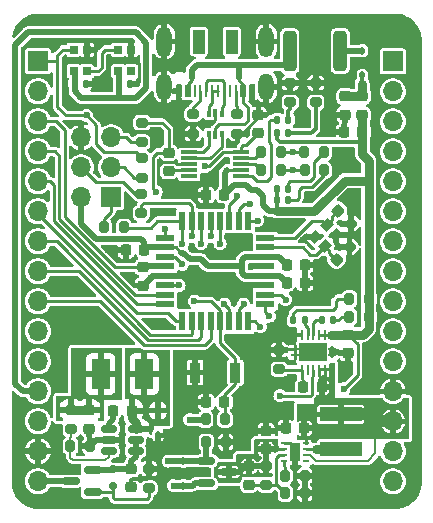
<source format=gbr>
%TF.GenerationSoftware,KiCad,Pcbnew,(7.0.0)*%
%TF.CreationDate,2023-06-28T20:41:30+03:00*%
%TF.ProjectId,Atego_Nano,41746567-6f5f-44e6-916e-6f2e6b696361,rev?*%
%TF.SameCoordinates,Original*%
%TF.FileFunction,Copper,L1,Top*%
%TF.FilePolarity,Positive*%
%FSLAX46Y46*%
G04 Gerber Fmt 4.6, Leading zero omitted, Abs format (unit mm)*
G04 Created by KiCad (PCBNEW (7.0.0)) date 2023-06-28 20:41:30*
%MOMM*%
%LPD*%
G01*
G04 APERTURE LIST*
G04 Aperture macros list*
%AMRoundRect*
0 Rectangle with rounded corners*
0 $1 Rounding radius*
0 $2 $3 $4 $5 $6 $7 $8 $9 X,Y pos of 4 corners*
0 Add a 4 corners polygon primitive as box body*
4,1,4,$2,$3,$4,$5,$6,$7,$8,$9,$2,$3,0*
0 Add four circle primitives for the rounded corners*
1,1,$1+$1,$2,$3*
1,1,$1+$1,$4,$5*
1,1,$1+$1,$6,$7*
1,1,$1+$1,$8,$9*
0 Add four rect primitives between the rounded corners*
20,1,$1+$1,$2,$3,$4,$5,0*
20,1,$1+$1,$4,$5,$6,$7,0*
20,1,$1+$1,$6,$7,$8,$9,0*
20,1,$1+$1,$8,$9,$2,$3,0*%
%AMRotRect*
0 Rectangle, with rotation*
0 The origin of the aperture is its center*
0 $1 length*
0 $2 width*
0 $3 Rotation angle, in degrees counterclockwise*
0 Add horizontal line*
21,1,$1,$2,0,0,$3*%
G04 Aperture macros list end*
%TA.AperFunction,SMDPad,CuDef*%
%ADD10R,0.280000X0.850000*%
%TD*%
%TA.AperFunction,ComponentPad*%
%ADD11C,0.600000*%
%TD*%
%TA.AperFunction,SMDPad,CuDef*%
%ADD12R,0.700000X0.280000*%
%TD*%
%TA.AperFunction,SMDPad,CuDef*%
%ADD13R,2.400000X1.650000*%
%TD*%
%TA.AperFunction,SMDPad,CuDef*%
%ADD14RoundRect,0.200000X0.275000X-0.200000X0.275000X0.200000X-0.275000X0.200000X-0.275000X-0.200000X0*%
%TD*%
%TA.AperFunction,SMDPad,CuDef*%
%ADD15RoundRect,0.225000X0.225000X0.250000X-0.225000X0.250000X-0.225000X-0.250000X0.225000X-0.250000X0*%
%TD*%
%TA.AperFunction,SMDPad,CuDef*%
%ADD16RoundRect,0.200000X-0.200000X-0.275000X0.200000X-0.275000X0.200000X0.275000X-0.200000X0.275000X0*%
%TD*%
%TA.AperFunction,SMDPad,CuDef*%
%ADD17RoundRect,0.250000X-0.312500X-1.450000X0.312500X-1.450000X0.312500X1.450000X-0.312500X1.450000X0*%
%TD*%
%TA.AperFunction,SMDPad,CuDef*%
%ADD18RoundRect,0.225000X0.250000X-0.225000X0.250000X0.225000X-0.250000X0.225000X-0.250000X-0.225000X0*%
%TD*%
%TA.AperFunction,SMDPad,CuDef*%
%ADD19R,0.700000X0.700000*%
%TD*%
%TA.AperFunction,SMDPad,CuDef*%
%ADD20RoundRect,0.147500X0.147500X0.172500X-0.147500X0.172500X-0.147500X-0.172500X0.147500X-0.172500X0*%
%TD*%
%TA.AperFunction,SMDPad,CuDef*%
%ADD21RoundRect,0.150000X0.587500X0.150000X-0.587500X0.150000X-0.587500X-0.150000X0.587500X-0.150000X0*%
%TD*%
%TA.AperFunction,SMDPad,CuDef*%
%ADD22R,1.600000X0.550000*%
%TD*%
%TA.AperFunction,SMDPad,CuDef*%
%ADD23R,0.550000X1.600000*%
%TD*%
%TA.AperFunction,SMDPad,CuDef*%
%ADD24RoundRect,0.112500X0.112500X-0.187500X0.112500X0.187500X-0.112500X0.187500X-0.112500X-0.187500X0*%
%TD*%
%TA.AperFunction,SMDPad,CuDef*%
%ADD25RoundRect,0.112500X-0.112500X0.187500X-0.112500X-0.187500X0.112500X-0.187500X0.112500X0.187500X0*%
%TD*%
%TA.AperFunction,SMDPad,CuDef*%
%ADD26RoundRect,0.150000X0.200000X-0.150000X0.200000X0.150000X-0.200000X0.150000X-0.200000X-0.150000X0*%
%TD*%
%TA.AperFunction,SMDPad,CuDef*%
%ADD27RoundRect,0.200000X-0.275000X0.200000X-0.275000X-0.200000X0.275000X-0.200000X0.275000X0.200000X0*%
%TD*%
%TA.AperFunction,SMDPad,CuDef*%
%ADD28RoundRect,0.225000X-0.225000X-0.250000X0.225000X-0.250000X0.225000X0.250000X-0.225000X0.250000X0*%
%TD*%
%TA.AperFunction,SMDPad,CuDef*%
%ADD29RoundRect,0.150000X-0.587500X-0.150000X0.587500X-0.150000X0.587500X0.150000X-0.587500X0.150000X0*%
%TD*%
%TA.AperFunction,SMDPad,CuDef*%
%ADD30R,1.500000X2.500000*%
%TD*%
%TA.AperFunction,SMDPad,CuDef*%
%ADD31R,0.500000X0.250000*%
%TD*%
%TA.AperFunction,SMDPad,CuDef*%
%ADD32R,0.900000X1.600000*%
%TD*%
%TA.AperFunction,ComponentPad*%
%ADD33R,1.700000X1.700000*%
%TD*%
%TA.AperFunction,ComponentPad*%
%ADD34O,1.700000X1.700000*%
%TD*%
%TA.AperFunction,SMDPad,CuDef*%
%ADD35R,0.375000X0.500000*%
%TD*%
%TA.AperFunction,SMDPad,CuDef*%
%ADD36R,0.300000X0.650000*%
%TD*%
%TA.AperFunction,SMDPad,CuDef*%
%ADD37RoundRect,0.140000X-0.140000X-0.170000X0.140000X-0.170000X0.140000X0.170000X-0.140000X0.170000X0*%
%TD*%
%TA.AperFunction,SMDPad,CuDef*%
%ADD38RotRect,0.900000X0.800000X45.000000*%
%TD*%
%TA.AperFunction,SMDPad,CuDef*%
%ADD39RoundRect,0.200000X0.200000X0.275000X-0.200000X0.275000X-0.200000X-0.275000X0.200000X-0.275000X0*%
%TD*%
%TA.AperFunction,SMDPad,CuDef*%
%ADD40R,1.400000X0.300000*%
%TD*%
%TA.AperFunction,SMDPad,CuDef*%
%ADD41RoundRect,0.147500X-0.147500X-0.172500X0.147500X-0.172500X0.147500X0.172500X-0.147500X0.172500X0*%
%TD*%
%TA.AperFunction,SMDPad,CuDef*%
%ADD42RoundRect,0.225000X0.017678X-0.335876X0.335876X-0.017678X-0.017678X0.335876X-0.335876X0.017678X0*%
%TD*%
%TA.AperFunction,SMDPad,CuDef*%
%ADD43RoundRect,0.225000X-0.250000X0.225000X-0.250000X-0.225000X0.250000X-0.225000X0.250000X0.225000X0*%
%TD*%
%TA.AperFunction,SMDPad,CuDef*%
%ADD44RoundRect,0.225000X-0.335876X-0.017678X-0.017678X-0.335876X0.335876X0.017678X0.017678X0.335876X0*%
%TD*%
%TA.AperFunction,SMDPad,CuDef*%
%ADD45RoundRect,0.150000X-0.512500X-0.150000X0.512500X-0.150000X0.512500X0.150000X-0.512500X0.150000X0*%
%TD*%
%TA.AperFunction,SMDPad,CuDef*%
%ADD46R,0.900000X1.700000*%
%TD*%
%TA.AperFunction,SMDPad,CuDef*%
%ADD47R,3.600000X1.150000*%
%TD*%
%TA.AperFunction,SMDPad,CuDef*%
%ADD48RoundRect,0.218750X-0.256250X0.218750X-0.256250X-0.218750X0.256250X-0.218750X0.256250X0.218750X0*%
%TD*%
%TA.AperFunction,SMDPad,CuDef*%
%ADD49R,1.000000X2.000000*%
%TD*%
%TA.AperFunction,SMDPad,CuDef*%
%ADD50R,0.520000X1.000000*%
%TD*%
%TA.AperFunction,SMDPad,CuDef*%
%ADD51R,0.270000X1.000000*%
%TD*%
%TA.AperFunction,ComponentPad*%
%ADD52O,1.300000X2.300000*%
%TD*%
%TA.AperFunction,ComponentPad*%
%ADD53O,1.300000X2.600000*%
%TD*%
%TA.AperFunction,ViaPad*%
%ADD54C,0.600000*%
%TD*%
%TA.AperFunction,Conductor*%
%ADD55C,0.200000*%
%TD*%
%TA.AperFunction,Conductor*%
%ADD56C,0.500000*%
%TD*%
%TA.AperFunction,Conductor*%
%ADD57C,0.750000*%
%TD*%
%TA.AperFunction,Conductor*%
%ADD58C,0.300000*%
%TD*%
%TA.AperFunction,Conductor*%
%ADD59C,0.250000*%
%TD*%
%TA.AperFunction,Conductor*%
%ADD60C,1.000000*%
%TD*%
G04 APERTURE END LIST*
D10*
%TO.P,U501,1,IN*%
%TO.N,/VUSB*%
X159788799Y-97076799D03*
%TO.P,U501,2,VCC*%
X159288799Y-97076799D03*
%TO.P,U501,3,STAT1*%
%TO.N,Net-(D501-K)*%
X158788799Y-97076799D03*
%TO.P,U501,4,STAT2*%
%TO.N,Net-(D502-K)*%
X158288799Y-97076799D03*
%TO.P,U501,5,VSS*%
%TO.N,GND*%
X157788799Y-97076799D03*
%TO.P,U501,6,ISET*%
%TO.N,Net-(U501-ISET)*%
X157788799Y-100026799D03*
%TO.P,U501,7,~{PG}*%
%TO.N,unconnected-(U501-~{PG}-Pad7)*%
X158288799Y-100026799D03*
%TO.P,U501,8,~{CE}*%
%TO.N,/VUSB*%
X158788799Y-100026799D03*
%TO.P,U501,9,BAT*%
%TO.N,+BATT*%
X159288799Y-100026799D03*
%TO.P,U501,10,OUT*%
X159788799Y-100026799D03*
D11*
%TO.P,U501,11,VSS*%
%TO.N,GND*%
X159648800Y-98071800D03*
X157928800Y-98071800D03*
D12*
X160338799Y-98301799D03*
X157238799Y-98301799D03*
D11*
X158788800Y-98551800D03*
D13*
X158788799Y-98551799D03*
D12*
X160338799Y-98801799D03*
X157238799Y-98801799D03*
D11*
X159648800Y-99031800D03*
X157928800Y-99031800D03*
%TD*%
D14*
%TO.P,R603,1*%
%TO.N,/MCU_ATMEGA328P-AU/SCK*%
X144250600Y-83767000D03*
%TO.P,R603,2*%
%TO.N,/MCU_ATMEGA328P-AU/D13*%
X144250600Y-82117000D03*
%TD*%
D15*
%TO.P,C302,1*%
%TO.N,+BATT*%
X158018000Y-104989200D03*
%TO.P,C302,2*%
%TO.N,GND*%
X156468000Y-104989200D03*
%TD*%
D16*
%TO.P,R303,1*%
%TO.N,Net-(U301-ILIM)*%
X156405000Y-109002400D03*
%TO.P,R303,2*%
%TO.N,GND*%
X158055000Y-109002400D03*
%TD*%
D15*
%TO.P,C501,1*%
%TO.N,+BATT*%
X159478200Y-101484000D03*
%TO.P,C501,2*%
%TO.N,Net-(U501-ISET)*%
X157928200Y-101484000D03*
%TD*%
D17*
%TO.P,F101,1*%
%TO.N,VBUS*%
X156772800Y-73036000D03*
%TO.P,F101,2*%
%TO.N,Net-(D101-A)*%
X161047800Y-73036000D03*
%TD*%
D18*
%TO.P,C702,1*%
%TO.N,+3V3*%
X154131200Y-80008600D03*
%TO.P,C702,2*%
%TO.N,GND*%
X154131200Y-78458600D03*
%TD*%
D19*
%TO.P,D602,1,VDD*%
%TO.N,+5V*%
X142255599Y-74761999D03*
%TO.P,D602,2,DOUT*%
%TO.N,unconnected-(D602-DOUT-Pad2)*%
X143355599Y-74761999D03*
%TO.P,D602,3,VSS*%
%TO.N,GND*%
X143355599Y-72931999D03*
%TO.P,D602,4,DIN*%
%TO.N,Net-(D601-DOUT)*%
X142255599Y-72931999D03*
%TD*%
D20*
%TO.P,D502,1,K*%
%TO.N,Net-(D502-K)*%
X158050700Y-95859600D03*
%TO.P,D502,2,A*%
%TO.N,Net-(D502-A)*%
X157080700Y-95859600D03*
%TD*%
%TO.P,D201,1,K*%
%TO.N,Net-(D201-K)*%
X156673600Y-79995600D03*
%TO.P,D201,2,A*%
%TO.N,/VUSB*%
X155703600Y-79995600D03*
%TD*%
D21*
%TO.P,Q202,1,G*%
%TO.N,Net-(D203-A)*%
X140108100Y-110409600D03*
%TO.P,Q202,2,S*%
%TO.N,/ATEGO_NANO_POWER/VIN*%
X140108100Y-108509600D03*
%TO.P,Q202,3,D*%
%TO.N,VIN_12V*%
X138233100Y-109459600D03*
%TD*%
D14*
%TO.P,R602,1*%
%TO.N,/MCU_ATMEGA328P-AU/D11*%
X144225200Y-86764200D03*
%TO.P,R602,2*%
%TO.N,/MCU_ATMEGA328P-AU/MOSI*%
X144225200Y-85114200D03*
%TD*%
D16*
%TO.P,R605,1*%
%TO.N,/MCU_ATMEGA328P-AU/MISO*%
X141076600Y-87971200D03*
%TO.P,R605,2*%
%TO.N,/MCU_ATMEGA328P-AU/D12*%
X142726600Y-87971200D03*
%TD*%
D22*
%TO.P,U601,1,PD3*%
%TO.N,/MCU_ATMEGA328P-AU/D3*%
X154723599Y-94479599D03*
%TO.P,U601,2,PD4*%
%TO.N,/MCU_ATMEGA328P-AU/D4*%
X154723599Y-93679599D03*
%TO.P,U601,3,GND*%
%TO.N,GND*%
X154723599Y-92879599D03*
%TO.P,U601,4,VCC*%
%TO.N,+5V*%
X154723599Y-92079599D03*
%TO.P,U601,5,GND*%
%TO.N,GND*%
X154723599Y-91279599D03*
%TO.P,U601,6,VCC*%
%TO.N,+5V*%
X154723599Y-90479599D03*
%TO.P,U601,7,XTAL1/PB6*%
%TO.N,/MCU_ATMEGA328P-AU/X1*%
X154723599Y-89679599D03*
%TO.P,U601,8,XTAL2/PB7*%
%TO.N,/MCU_ATMEGA328P-AU/X2*%
X154723599Y-88879599D03*
D23*
%TO.P,U601,9,PD5*%
%TO.N,/MCU_ATMEGA328P-AU/D5*%
X153273599Y-87429599D03*
%TO.P,U601,10,PD6*%
%TO.N,/MCU_ATMEGA328P-AU/D6*%
X152473599Y-87429599D03*
%TO.P,U601,11,PD7*%
%TO.N,/MCU_ATMEGA328P-AU/D7*%
X151673599Y-87429599D03*
%TO.P,U601,12,PB0*%
%TO.N,/MCU_ATMEGA328P-AU/ATMEGA_RX*%
X150873599Y-87429599D03*
%TO.P,U601,13,PB1*%
%TO.N,/MCU_ATMEGA328P-AU/ATMEGA_TX*%
X150073599Y-87429599D03*
%TO.P,U601,14,PB2*%
%TO.N,/MCU_ATMEGA328P-AU/D10*%
X149273599Y-87429599D03*
%TO.P,U601,15,PB3*%
%TO.N,/MCU_ATMEGA328P-AU/D11*%
X148473599Y-87429599D03*
%TO.P,U601,16,PB4*%
%TO.N,/MCU_ATMEGA328P-AU/D12*%
X147673599Y-87429599D03*
D22*
%TO.P,U601,17,PB5*%
%TO.N,/MCU_ATMEGA328P-AU/D13*%
X146223599Y-88879599D03*
%TO.P,U601,18,AVCC*%
%TO.N,+5V*%
X146223599Y-89679599D03*
%TO.P,U601,19,ADC6*%
%TO.N,/MCU_ATMEGA328P-AU/A6*%
X146223599Y-90479599D03*
%TO.P,U601,20,AREF*%
%TO.N,/MCU_ATMEGA328P-AU/AREF*%
X146223599Y-91279599D03*
%TO.P,U601,21,GND*%
%TO.N,GND*%
X146223599Y-92079599D03*
%TO.P,U601,22,ADC7*%
%TO.N,/MCU_ATMEGA328P-AU/A7*%
X146223599Y-92879599D03*
%TO.P,U601,23,PC0*%
%TO.N,/MCU_ATMEGA328P-AU/A0*%
X146223599Y-93679599D03*
%TO.P,U601,24,PC1*%
%TO.N,/MCU_ATMEGA328P-AU/A1*%
X146223599Y-94479599D03*
D23*
%TO.P,U601,25,PC2*%
%TO.N,/MCU_ATMEGA328P-AU/A2*%
X147673599Y-95929599D03*
%TO.P,U601,26,PC3*%
%TO.N,/MCU_ATMEGA328P-AU/A3*%
X148473599Y-95929599D03*
%TO.P,U601,27,PC4*%
%TO.N,/MCU_ATMEGA328P-AU/SDA*%
X149273599Y-95929599D03*
%TO.P,U601,28,PC5*%
%TO.N,/MCU_ATMEGA328P-AU/SCL*%
X150073599Y-95929599D03*
%TO.P,U601,29,~{RESET}/PC6*%
%TO.N,/MCU_ATMEGA328P-AU/NRST*%
X150873599Y-95929599D03*
%TO.P,U601,30,PD0*%
%TO.N,/MCU_ATMEGA328P-AU/D0*%
X151673599Y-95929599D03*
%TO.P,U601,31,PD1*%
%TO.N,/MCU_ATMEGA328P-AU/D1*%
X152473599Y-95929599D03*
%TO.P,U601,32,PD2*%
%TO.N,/MCU_ATMEGA328P-AU/D2*%
X153273599Y-95929599D03*
%TD*%
D24*
%TO.P,D101,1,K*%
%TO.N,Net-(D101-K)*%
X162919600Y-75110600D03*
%TO.P,D101,2,A*%
%TO.N,Net-(D101-A)*%
X162919600Y-73010600D03*
%TD*%
D25*
%TO.P,D401,1,K*%
%TO.N,/ATEGO_NANO_POWER/REGULATOR_SWITCHING_AP3221/SW_5V*%
X145622200Y-103490600D03*
%TO.P,D401,2,A*%
%TO.N,GND*%
X145622200Y-105590600D03*
%TD*%
D26*
%TO.P,D203,1,K*%
%TO.N,/ATEGO_NANO_POWER/VIN*%
X141814000Y-108443600D03*
%TO.P,D203,2,A*%
%TO.N,Net-(D203-A)*%
X141814000Y-109843600D03*
%TD*%
D18*
%TO.P,C303,1*%
%TO.N,/ATEGO_NANO_POWER/5V_BOOST*%
X154791600Y-106767200D03*
%TO.P,C303,2*%
%TO.N,GND*%
X154791600Y-105217200D03*
%TD*%
D27*
%TO.P,R604,1*%
%TO.N,/MCU_ATMEGA328P-AU/NRST*%
X144250600Y-79107600D03*
%TO.P,R604,2*%
%TO.N,/MCU_ATMEGA328P-AU/RESET*%
X144250600Y-80757600D03*
%TD*%
D28*
%TO.P,C603,1*%
%TO.N,+5V*%
X156518800Y-91146200D03*
%TO.P,C603,2*%
%TO.N,GND*%
X158068800Y-91146200D03*
%TD*%
D29*
%TO.P,Q201,1,G*%
%TO.N,/ATEGO_NANO_POWER/5V_BUCK*%
X149727100Y-107747600D03*
%TO.P,Q201,2,S*%
%TO.N,+5V*%
X149727100Y-109647600D03*
%TO.P,Q201,3,D*%
%TO.N,/ATEGO_NANO_POWER/5V_BOOST*%
X151602100Y-108697600D03*
%TD*%
D27*
%TO.P,R102,1*%
%TO.N,Net-(J101-CC2)*%
X148594000Y-78408600D03*
%TO.P,R102,2*%
%TO.N,GND*%
X148594000Y-80058600D03*
%TD*%
D30*
%TO.P,L401,1,1*%
%TO.N,/ATEGO_NANO_POWER/REGULATOR_SWITCHING_AP3221/SW_5V*%
X144463999Y-100396799D03*
%TO.P,L401,2,2*%
%TO.N,/ATEGO_NANO_POWER/5V_BUCK*%
X140763999Y-100396799D03*
%TD*%
D15*
%TO.P,C701,1*%
%TO.N,/VUSB*%
X151248600Y-85228000D03*
%TO.P,C701,2*%
%TO.N,GND*%
X149698600Y-85228000D03*
%TD*%
%TO.P,C601,1*%
%TO.N,+5V*%
X144466800Y-89901600D03*
%TO.P,C601,2*%
%TO.N,GND*%
X142916800Y-89901600D03*
%TD*%
D16*
%TO.P,R402,2*%
%TO.N,GND*%
X139864600Y-106487800D03*
%TO.P,R402,1*%
%TO.N,/ATEGO_NANO_POWER/REGULATOR_SWITCHING_AP3221/FB*%
X138214600Y-106487800D03*
%TD*%
D27*
%TO.P,R301,1*%
%TO.N,/ATEGO_NANO_POWER/5V_BOOST*%
X154791600Y-108162600D03*
%TO.P,R301,2*%
%TO.N,Net-(U301-FB)*%
X154791600Y-109812600D03*
%TD*%
D20*
%TO.P,D702,1,K*%
%TO.N,Net-(D702-K)*%
X156673600Y-84694600D03*
%TO.P,D702,2,A*%
%TO.N,/VUSB*%
X155703600Y-84694600D03*
%TD*%
D31*
%TO.P,U301,1,GND*%
%TO.N,GND*%
X156279999Y-106264799D03*
%TO.P,U301,2,VOUT*%
%TO.N,/ATEGO_NANO_POWER/5V_BOOST*%
X156279999Y-106764799D03*
%TO.P,U301,3,FB*%
%TO.N,Net-(U301-FB)*%
X156279999Y-107264799D03*
%TO.P,U301,4,ILIM*%
%TO.N,Net-(U301-ILIM)*%
X156279999Y-107764799D03*
%TO.P,U301,5,PG*%
%TO.N,unconnected-(U301-PG-Pad5)*%
X158179999Y-107764799D03*
%TO.P,U301,6,EN*%
%TO.N,+BATT*%
X158179999Y-107264799D03*
%TO.P,U301,7,SW*%
%TO.N,/ATEGO_NANO_POWER/REGULATOR_SWITCHING_TPS61252/SW*%
X158179999Y-106764799D03*
%TO.P,U301,8,VIN*%
%TO.N,+BATT*%
X158179999Y-106264799D03*
D32*
%TO.P,U301,9,GND*%
%TO.N,GND*%
X157229999Y-107014799D03*
%TD*%
D33*
%TO.P,J603,1,Pin_1*%
%TO.N,/MCU_ATMEGA328P-AU/MISO*%
X141659799Y-85431199D03*
D34*
%TO.P,J603,2,Pin_2*%
%TO.N,+5V*%
X139119799Y-85431199D03*
%TO.P,J603,3,Pin_3*%
%TO.N,/MCU_ATMEGA328P-AU/SCK*%
X141659799Y-82891199D03*
%TO.P,J603,4,Pin_4*%
%TO.N,/MCU_ATMEGA328P-AU/MOSI*%
X139119799Y-82891199D03*
%TO.P,J603,5,Pin_5*%
%TO.N,/MCU_ATMEGA328P-AU/RESET*%
X141659799Y-80351199D03*
%TO.P,J603,6,Pin_6*%
%TO.N,GND*%
X139119799Y-80351199D03*
%TD*%
D35*
%TO.P,U101,1,I/O1*%
%TO.N,Net-(J101-D--PadA7)*%
X151011099Y-78383599D03*
D36*
%TO.P,U101,2,GND*%
%TO.N,GND*%
X150473599Y-78308599D03*
D35*
%TO.P,U101,3,I/O2*%
%TO.N,Net-(J101-D+-PadA6)*%
X149936099Y-78383599D03*
%TO.P,U101,4,I/O2*%
%TO.N,/INTERFACE_USB_CH340E/CH340_D+*%
X149936099Y-80083599D03*
D36*
%TO.P,U101,5,VBUS*%
%TO.N,VBUS*%
X150473599Y-80158599D03*
D35*
%TO.P,U101,6,I/O1*%
%TO.N,/INTERFACE_USB_CH340E/CH340_D-*%
X151011099Y-80083599D03*
%TD*%
D37*
%TO.P,C609,1*%
%TO.N,+5V*%
X142325600Y-75830600D03*
%TO.P,C609,2*%
%TO.N,GND*%
X143285600Y-75830600D03*
%TD*%
D38*
%TO.P,Y601,1,1*%
%TO.N,/MCU_ATMEGA328P-AU/X1*%
X159737899Y-89585282D03*
%TO.P,Y601,2,2*%
%TO.N,GND*%
X160727848Y-88595333D03*
%TO.P,Y601,3,3*%
%TO.N,/MCU_ATMEGA328P-AU/X2*%
X159950031Y-87817516D03*
%TO.P,Y601,4,4*%
%TO.N,GND*%
X158960082Y-88807465D03*
%TD*%
D14*
%TO.P,R503,1*%
%TO.N,Net-(U501-ISET)*%
X155883800Y-99996800D03*
%TO.P,R503,2*%
%TO.N,GND*%
X155883800Y-98346800D03*
%TD*%
D20*
%TO.P,D701,1,K*%
%TO.N,Net-(D701-K)*%
X156673600Y-78852600D03*
%TO.P,D701,2,A*%
%TO.N,Net-(D701-A)*%
X155703600Y-78852600D03*
%TD*%
D14*
%TO.P,R201,1*%
%TO.N,Net-(D201-K)*%
X158982600Y-77391600D03*
%TO.P,R201,2*%
%TO.N,GND*%
X158982600Y-75741600D03*
%TD*%
D27*
%TO.P,R401,1*%
%TO.N,/ATEGO_NANO_POWER/5V_BUCK*%
X138281600Y-103432600D03*
%TO.P,R401,2*%
%TO.N,/ATEGO_NANO_POWER/REGULATOR_SWITCHING_AP3221/FB*%
X138281600Y-105082600D03*
%TD*%
D14*
%TO.P,R203,1*%
%TO.N,Net-(D203-A)*%
X144860200Y-110056000D03*
%TO.P,R203,2*%
%TO.N,GND*%
X144860200Y-108406000D03*
%TD*%
D16*
%TO.P,R601,1*%
%TO.N,+5V*%
X149648600Y-104227200D03*
%TO.P,R601,2*%
%TO.N,/MCU_ATMEGA328P-AU/NRST*%
X151298600Y-104227200D03*
%TD*%
D39*
%TO.P,R702,1*%
%TO.N,Net-(D702-K)*%
X159667400Y-81621200D03*
%TO.P,R702,2*%
%TO.N,/MCU_ATMEGA328P-AU/ATMEGA_TX*%
X158017400Y-81621200D03*
%TD*%
%TO.P,R502,1*%
%TO.N,/VUSB*%
X163486600Y-95541600D03*
%TO.P,R502,2*%
%TO.N,Net-(D501-A)*%
X161836600Y-95541600D03*
%TD*%
D40*
%TO.P,U701,1,UD+*%
%TO.N,/INTERFACE_USB_CH340E/CH340_D+*%
X148273599Y-81637199D03*
%TO.P,U701,2,UD-*%
%TO.N,/INTERFACE_USB_CH340E/CH340_D-*%
X148273599Y-82137199D03*
%TO.P,U701,3,GND*%
%TO.N,GND*%
X148273599Y-82637199D03*
%TO.P,U701,4,~{RTS}*%
%TO.N,/INTERFACE_USB_CH340E/CH340_RTS*%
X148273599Y-83137199D03*
%TO.P,U701,5,~{CTS}*%
%TO.N,unconnected-(U701-~{CTS}-Pad5)*%
X148273599Y-83637199D03*
%TO.P,U701,6,TNOW*%
%TO.N,Net-(D701-A)*%
X152673599Y-83637199D03*
%TO.P,U701,7,VCC*%
%TO.N,/VUSB*%
X152673599Y-83137199D03*
%TO.P,U701,8,TXD*%
%TO.N,/INTERFACE_USB_CH340E/TXD*%
X152673599Y-82637199D03*
%TO.P,U701,9,RXD*%
%TO.N,/INTERFACE_USB_CH340E/RXD*%
X152673599Y-82137199D03*
%TO.P,U701,10,V3*%
%TO.N,+3V3*%
X152673599Y-81637199D03*
%TD*%
D24*
%TO.P,D202,1,K*%
%TO.N,+5V*%
X147781200Y-109857800D03*
%TO.P,D202,2,A*%
%TO.N,/ATEGO_NANO_POWER/5V_BUCK*%
X147781200Y-107757800D03*
%TD*%
D41*
%TO.P,D501,1,K*%
%TO.N,Net-(D501-K)*%
X159484200Y-95859600D03*
%TO.P,D501,2,A*%
%TO.N,Net-(D501-A)*%
X160454200Y-95859600D03*
%TD*%
D14*
%TO.P,R701,1*%
%TO.N,Net-(D701-K)*%
X156823600Y-77391600D03*
%TO.P,R701,2*%
%TO.N,GND*%
X156823600Y-75741600D03*
%TD*%
D42*
%TO.P,C607,1*%
%TO.N,/MCU_ATMEGA328P-AU/X1*%
X160745992Y-90703608D03*
%TO.P,C607,2*%
%TO.N,GND*%
X161842008Y-89607592D03*
%TD*%
D16*
%TO.P,R302,1*%
%TO.N,Net-(U301-FB)*%
X156405000Y-110499400D03*
%TO.P,R302,2*%
%TO.N,GND*%
X158055000Y-110499400D03*
%TD*%
D27*
%TO.P,R101,1*%
%TO.N,Net-(J101-CC1)*%
X152353200Y-78408600D03*
%TO.P,R101,2*%
%TO.N,GND*%
X152353200Y-80058600D03*
%TD*%
D15*
%TO.P,C606,1*%
%TO.N,/MCU_ATMEGA328P-AU/NRST*%
X151248600Y-102754000D03*
%TO.P,C606,2*%
%TO.N,GND*%
X149698600Y-102754000D03*
%TD*%
D43*
%TO.P,C402,1*%
%TO.N,/ATEGO_NANO_POWER/VIN*%
X143361600Y-108443600D03*
%TO.P,C402,2*%
%TO.N,GND*%
X143361600Y-109993600D03*
%TD*%
D44*
%TO.P,C608,1*%
%TO.N,/MCU_ATMEGA328P-AU/X2*%
X160847592Y-86559592D03*
%TO.P,C608,2*%
%TO.N,GND*%
X161943608Y-87655608D03*
%TD*%
D45*
%TO.P,U401,1,BS*%
%TO.N,Net-(U401-BS)*%
X141456600Y-105019600D03*
%TO.P,U401,2,GND*%
%TO.N,GND*%
X141456600Y-105969600D03*
%TO.P,U401,3,FB*%
%TO.N,/ATEGO_NANO_POWER/REGULATOR_SWITCHING_AP3221/FB*%
X141456600Y-106919600D03*
%TO.P,U401,4,EN*%
%TO.N,/ATEGO_NANO_POWER/VIN*%
X143731600Y-106919600D03*
%TO.P,U401,5,IN*%
X143731600Y-105969600D03*
%TO.P,U401,6,SW*%
%TO.N,/ATEGO_NANO_POWER/REGULATOR_SWITCHING_AP3221/SW_5V*%
X143731600Y-105019600D03*
%TD*%
D46*
%TO.P,SW601,1,1*%
%TO.N,GND*%
X148773599Y-100264799D03*
%TO.P,SW601,2,2*%
%TO.N,/MCU_ATMEGA328P-AU/NRST*%
X152173599Y-100264799D03*
%TD*%
D47*
%TO.P,L301,1,1*%
%TO.N,+BATT*%
X161090799Y-103817199D03*
%TO.P,L301,2,2*%
%TO.N,/ATEGO_NANO_POWER/REGULATOR_SWITCHING_TPS61252/SW*%
X161090799Y-106767199D03*
%TD*%
D28*
%TO.P,C401,1*%
%TO.N,Net-(U401-BS)*%
X141839000Y-103495600D03*
%TO.P,C401,2*%
%TO.N,/ATEGO_NANO_POWER/REGULATOR_SWITCHING_AP3221/SW_5V*%
X143389000Y-103495600D03*
%TD*%
D15*
%TO.P,C102,1*%
%TO.N,/VUSB*%
X162932600Y-79894000D03*
%TO.P,C102,2*%
%TO.N,GND*%
X161382600Y-79894000D03*
%TD*%
D28*
%TO.P,C602,1*%
%TO.N,+5V*%
X156518800Y-92670200D03*
%TO.P,C602,2*%
%TO.N,GND*%
X158068800Y-92670200D03*
%TD*%
D43*
%TO.P,C604,1*%
%TO.N,/MCU_ATMEGA328P-AU/AREF*%
X144377600Y-91349400D03*
%TO.P,C604,2*%
%TO.N,GND*%
X144377600Y-92899400D03*
%TD*%
D39*
%TO.P,R501,1*%
%TO.N,/VUSB*%
X163486600Y-94017600D03*
%TO.P,R501,2*%
%TO.N,Net-(D502-A)*%
X161836600Y-94017600D03*
%TD*%
D48*
%TO.P,FB101,1*%
%TO.N,Net-(D101-K)*%
X162932600Y-76871300D03*
%TO.P,FB101,2*%
%TO.N,/VUSB*%
X162932600Y-78446300D03*
%TD*%
D19*
%TO.P,D601,1,VDD*%
%TO.N,+5V*%
X138493599Y-74761999D03*
%TO.P,D601,2,DOUT*%
%TO.N,Net-(D601-DOUT)*%
X139593599Y-74761999D03*
%TO.P,D601,3,VSS*%
%TO.N,GND*%
X139593599Y-72931999D03*
%TO.P,D601,4,DIN*%
%TO.N,/MCU_ATMEGA328P-AU/D13*%
X138493599Y-72931999D03*
%TD*%
D43*
%TO.P,C502,1*%
%TO.N,/VUSB*%
X161725800Y-97076800D03*
%TO.P,C502,2*%
%TO.N,GND*%
X161725800Y-98626800D03*
%TD*%
D18*
%TO.P,C605,1*%
%TO.N,/INTERFACE_USB_CH340E/CH340_RTS*%
X146536600Y-83209000D03*
%TO.P,C605,2*%
%TO.N,/MCU_ATMEGA328P-AU/NRST*%
X146536600Y-81659000D03*
%TD*%
D39*
%TO.P,R704,1*%
%TO.N,/MCU_ATMEGA328P-AU/ATMEGA_TX*%
X156023000Y-81621200D03*
%TO.P,R704,2*%
%TO.N,/INTERFACE_USB_CH340E/RXD*%
X154373000Y-81621200D03*
%TD*%
D49*
%TO.P,J101,*%
%TO.N,*%
X151873599Y-72241599D03*
X149073599Y-72241599D03*
D50*
%TO.P,J101,A1,GND*%
%TO.N,GND*%
X153573599Y-76441599D03*
%TO.P,J101,A4,VBUS*%
%TO.N,VBUS*%
X152823599Y-76441599D03*
D51*
%TO.P,J101,A5,CC1*%
%TO.N,Net-(J101-CC1)*%
X152223599Y-76441599D03*
%TO.P,J101,A6,D+*%
%TO.N,Net-(J101-D+-PadA6)*%
X150723599Y-76441599D03*
%TO.P,J101,A7,D-*%
%TO.N,Net-(J101-D--PadA7)*%
X149723599Y-76441599D03*
%TO.P,J101,A8,SBU1*%
%TO.N,unconnected-(J101-SBU1-PadA8)*%
X148723599Y-76441599D03*
D50*
%TO.P,J101,A9,VBUS*%
%TO.N,VBUS*%
X148123599Y-76441599D03*
%TO.P,J101,A12,GND*%
%TO.N,GND*%
X147373599Y-76441599D03*
%TO.P,J101,B1,GND*%
X147373599Y-76441599D03*
%TO.P,J101,B4,VBUS*%
%TO.N,VBUS*%
X148123599Y-76441599D03*
D51*
%TO.P,J101,B5,CC2*%
%TO.N,Net-(J101-CC2)*%
X149223599Y-76441599D03*
%TO.P,J101,B6,D+*%
%TO.N,Net-(J101-D+-PadA6)*%
X150223599Y-76441599D03*
%TO.P,J101,B7,D-*%
%TO.N,Net-(J101-D--PadA7)*%
X151223599Y-76441599D03*
%TO.P,J101,B8,SBU2*%
%TO.N,unconnected-(J101-SBU2-PadB8)*%
X151723599Y-76441599D03*
D50*
%TO.P,J101,B9,VBUS*%
%TO.N,VBUS*%
X152823599Y-76441599D03*
%TO.P,J101,B12,GND*%
%TO.N,GND*%
X153573599Y-76441599D03*
D52*
%TO.P,J101,S1,SHIELD*%
X154793599Y-76066599D03*
D53*
X154793599Y-72241599D03*
D52*
X146153599Y-76066599D03*
D53*
X146153599Y-72241599D03*
%TD*%
D16*
%TO.P,R202,1*%
%TO.N,/ATEGO_NANO_POWER/5V_BUCK*%
X149712600Y-106157600D03*
%TO.P,R202,2*%
%TO.N,GND*%
X151362600Y-106157600D03*
%TD*%
D43*
%TO.P,C101,1*%
%TO.N,Net-(D101-K)*%
X161459400Y-76883800D03*
%TO.P,C101,2*%
%TO.N,GND*%
X161459400Y-78433800D03*
%TD*%
%TO.P,C403,1*%
%TO.N,/ATEGO_NANO_POWER/5V_BUCK*%
X139769200Y-103469600D03*
%TO.P,C403,2*%
%TO.N,GND*%
X139769200Y-105019600D03*
%TD*%
%TO.P,C301,1*%
%TO.N,/ATEGO_NANO_POWER/5V_BOOST*%
X153318400Y-108212600D03*
%TO.P,C301,2*%
%TO.N,Net-(U301-FB)*%
X153318400Y-109762600D03*
%TD*%
D20*
%TO.P,D703,1,K*%
%TO.N,Net-(D703-K)*%
X156673600Y-85685200D03*
%TO.P,D703,2,A*%
%TO.N,/VUSB*%
X155703600Y-85685200D03*
%TD*%
D39*
%TO.P,R705,1*%
%TO.N,/MCU_ATMEGA328P-AU/ATMEGA_RX*%
X156023000Y-83145200D03*
%TO.P,R705,2*%
%TO.N,/INTERFACE_USB_CH340E/TXD*%
X154373000Y-83145200D03*
%TD*%
%TO.P,R703,1*%
%TO.N,Net-(D703-K)*%
X159680600Y-83145200D03*
%TO.P,R703,2*%
%TO.N,/MCU_ATMEGA328P-AU/ATMEGA_RX*%
X158030600Y-83145200D03*
%TD*%
D37*
%TO.P,C610,1*%
%TO.N,+5V*%
X138563600Y-75830600D03*
%TO.P,C610,2*%
%TO.N,GND*%
X139523600Y-75830600D03*
%TD*%
D33*
%TO.P,J602,1,Pin_1*%
%TO.N,/MCU_ATMEGA328P-AU/D12*%
X165509999Y-73929599D03*
D34*
%TO.P,J602,2,Pin_2*%
%TO.N,/MCU_ATMEGA328P-AU/D11*%
X165509999Y-76469599D03*
%TO.P,J602,3,Pin_3*%
%TO.N,/MCU_ATMEGA328P-AU/D10*%
X165509999Y-79009599D03*
%TO.P,J602,4,Pin_4*%
%TO.N,/MCU_ATMEGA328P-AU/ATMEGA_TX*%
X165509999Y-81549599D03*
%TO.P,J602,5,Pin_5*%
%TO.N,/MCU_ATMEGA328P-AU/ATMEGA_RX*%
X165509999Y-84089599D03*
%TO.P,J602,6,Pin_6*%
%TO.N,/MCU_ATMEGA328P-AU/D7*%
X165509999Y-86629599D03*
%TO.P,J602,7,Pin_7*%
%TO.N,/MCU_ATMEGA328P-AU/D6*%
X165509999Y-89169599D03*
%TO.P,J602,8,Pin_8*%
%TO.N,/MCU_ATMEGA328P-AU/D5*%
X165509999Y-91709599D03*
%TO.P,J602,9,Pin_9*%
%TO.N,/MCU_ATMEGA328P-AU/D4*%
X165509999Y-94249599D03*
%TO.P,J602,10,Pin_10*%
%TO.N,/MCU_ATMEGA328P-AU/D3*%
X165509999Y-96789599D03*
%TO.P,J602,11,Pin_11*%
%TO.N,/MCU_ATMEGA328P-AU/D2*%
X165509999Y-99329599D03*
%TO.P,J602,12,Pin_12*%
%TO.N,GND*%
X165509999Y-101869599D03*
%TO.P,J602,13,Pin_13*%
%TO.N,+BATT*%
X165509999Y-104409599D03*
%TO.P,J602,14,Pin_14*%
%TO.N,/MCU_ATMEGA328P-AU/D1*%
X165509999Y-106949599D03*
%TO.P,J602,15,Pin_15*%
%TO.N,/MCU_ATMEGA328P-AU/D0*%
X165509999Y-109489599D03*
%TD*%
D33*
%TO.P,J601,1,Pin_1*%
%TO.N,/MCU_ATMEGA328P-AU/D13*%
X135462199Y-73899599D03*
D34*
%TO.P,J601,2,Pin_2*%
%TO.N,+3V3*%
X135462199Y-76439599D03*
%TO.P,J601,3,Pin_3*%
%TO.N,/MCU_ATMEGA328P-AU/AREF*%
X135462199Y-78979599D03*
%TO.P,J601,4,Pin_4*%
%TO.N,/MCU_ATMEGA328P-AU/A0*%
X135462199Y-81519599D03*
%TO.P,J601,5,Pin_5*%
%TO.N,/MCU_ATMEGA328P-AU/A1*%
X135462199Y-84059599D03*
%TO.P,J601,6,Pin_6*%
%TO.N,/MCU_ATMEGA328P-AU/A2*%
X135462199Y-86599599D03*
%TO.P,J601,7,Pin_7*%
%TO.N,/MCU_ATMEGA328P-AU/A3*%
X135462199Y-89139599D03*
%TO.P,J601,8,Pin_8*%
%TO.N,/MCU_ATMEGA328P-AU/SDA*%
X135462199Y-91679599D03*
%TO.P,J601,9,Pin_9*%
%TO.N,/MCU_ATMEGA328P-AU/SCL*%
X135462199Y-94219599D03*
%TO.P,J601,10,Pin_10*%
%TO.N,/MCU_ATMEGA328P-AU/A6*%
X135462199Y-96759599D03*
%TO.P,J601,11,Pin_11*%
%TO.N,/MCU_ATMEGA328P-AU/A7*%
X135462199Y-99299599D03*
%TO.P,J601,12,Pin_12*%
%TO.N,+5V*%
X135462199Y-101839599D03*
%TO.P,J601,13,Pin_13*%
%TO.N,/MCU_ATMEGA328P-AU/NRST*%
X135462199Y-104379599D03*
%TO.P,J601,14,Pin_14*%
%TO.N,GND*%
X135462199Y-106919599D03*
%TO.P,J601,15,Pin_15*%
%TO.N,VIN_12V*%
X135462199Y-109459599D03*
%TD*%
D54*
%TO.N,GND*%
X148492400Y-89774600D03*
X136779000Y-90424000D03*
X153521600Y-91298600D03*
X162179000Y-88646000D03*
X146003200Y-96150000D03*
X160147000Y-78105000D03*
X148035200Y-92009800D03*
X147320000Y-77597000D03*
X157892877Y-89055100D03*
X145607800Y-106299000D03*
X143310800Y-85939200D03*
X141384085Y-89882915D03*
X139043600Y-73847000D03*
X161497200Y-82383200D03*
X136779000Y-92964000D03*
X147578000Y-84542200D03*
X160379600Y-79868600D03*
X140716000Y-97409000D03*
X142523400Y-105979800D03*
X153521600Y-92873400D03*
X162208400Y-85380400D03*
X142805600Y-73847000D03*
X151997600Y-93838600D03*
X154686000Y-88011000D03*
X146866800Y-86650400D03*
X155198000Y-96785000D03*
X149635400Y-92543200D03*
X146028600Y-108799200D03*
X150067200Y-89774600D03*
%TO.N,/VUSB*%
X161370200Y-101636400D03*
X155956000Y-102235000D03*
%TO.N,+3V3*%
X149610000Y-82815000D03*
%TO.N,/ATEGO_NANO_POWER/5V_BUCK*%
X138789600Y-99426600D03*
X138789600Y-101230000D03*
X138789600Y-100188600D03*
X146511200Y-107757800D03*
%TO.N,+5V*%
X146943000Y-109840600D03*
X148314600Y-104252600D03*
X152708800Y-91247800D03*
%TO.N,/MCU_ATMEGA328P-AU/NRST*%
X148695600Y-94219600D03*
X145469800Y-84974000D03*
%TO.N,/MCU_ATMEGA328P-AU/D13*%
X139573000Y-78486000D03*
X146206400Y-88098200D03*
%TO.N,/MCU_ATMEGA328P-AU/A6*%
X147679600Y-91095400D03*
%TO.N,/MCU_ATMEGA328P-AU/A7*%
X147400200Y-92879600D03*
%TO.N,/MCU_ATMEGA328P-AU/D12*%
X147679600Y-89342800D03*
%TO.N,/MCU_ATMEGA328P-AU/D11*%
X148492400Y-88733200D03*
%TO.N,/MCU_ATMEGA328P-AU/D10*%
X149279800Y-89342800D03*
%TO.N,/MCU_ATMEGA328P-AU/ATMEGA_TX*%
X150073600Y-88733200D03*
X157026800Y-81621200D03*
%TO.N,/MCU_ATMEGA328P-AU/ATMEGA_RX*%
X150880000Y-89342800D03*
X157026800Y-83145200D03*
%TO.N,/MCU_ATMEGA328P-AU/D7*%
X152353091Y-85297091D03*
%TO.N,/MCU_ATMEGA328P-AU/D6*%
X153416000Y-85979000D03*
%TO.N,/MCU_ATMEGA328P-AU/D5*%
X154055000Y-87412400D03*
%TO.N,/MCU_ATMEGA328P-AU/D4*%
X156442600Y-94092600D03*
%TO.N,/MCU_ATMEGA328P-AU/D3*%
X155045600Y-95489600D03*
%TO.N,/MCU_ATMEGA328P-AU/D2*%
X154283600Y-96378600D03*
%TO.N,/MCU_ATMEGA328P-AU/D1*%
X152886600Y-94473600D03*
%TO.N,/MCU_ATMEGA328P-AU/D0*%
X151235600Y-94473600D03*
%TD*%
D55*
%TO.N,/ATEGO_NANO_POWER/REGULATOR_SWITCHING_AP3221/FB*%
X138214600Y-105767400D02*
X138214600Y-106487800D01*
X138281600Y-105700400D02*
X138214600Y-105767400D01*
X138281600Y-105082600D02*
X138281600Y-105700400D01*
X141456600Y-107402200D02*
X141456600Y-106919600D01*
X138434000Y-107681600D02*
X141177200Y-107681600D01*
X138214600Y-106487800D02*
X138214600Y-107462200D01*
X138214600Y-107462200D02*
X138434000Y-107681600D01*
D56*
%TO.N,GND*%
X140382800Y-105969600D02*
X139864600Y-106487800D01*
X141456600Y-105969600D02*
X140382800Y-105969600D01*
D55*
%TO.N,/ATEGO_NANO_POWER/REGULATOR_SWITCHING_AP3221/FB*%
X141177200Y-107681600D02*
X141456600Y-107402200D01*
D57*
%TO.N,Net-(D101-K)*%
X162919600Y-75804600D02*
X162919600Y-76858300D01*
X162919600Y-76858300D02*
X162932600Y-76871300D01*
D58*
X162919600Y-75110600D02*
X162919600Y-75804600D01*
D57*
X162920100Y-76883800D02*
X162932600Y-76871300D01*
X161459400Y-76883800D02*
X162920100Y-76883800D01*
D58*
%TO.N,GND*%
X143361600Y-109383400D02*
X143488600Y-109256400D01*
D59*
X150473600Y-78308600D02*
X150473600Y-78897204D01*
X147217617Y-82637200D02*
X148273600Y-82637200D01*
D56*
X160338800Y-98301800D02*
X160338800Y-98537600D01*
D59*
X143285600Y-75830600D02*
X143818200Y-75830600D01*
D56*
X145197400Y-92079600D02*
X146223600Y-92079600D01*
X160338800Y-98537600D02*
X160338800Y-98801800D01*
X154723600Y-92879600D02*
X153527800Y-92879600D01*
D59*
X146892200Y-85228000D02*
X145622200Y-83958000D01*
D56*
X141466800Y-105979800D02*
X141456600Y-105969600D01*
D59*
X144056600Y-74113000D02*
X143790600Y-73847000D01*
D58*
X143361600Y-109993600D02*
X143361600Y-109383400D01*
D59*
X143790600Y-73847000D02*
X142805600Y-73847000D01*
D56*
X144377600Y-92899400D02*
X145197400Y-92079600D01*
D59*
X157230000Y-106689800D02*
X157230000Y-107014800D01*
X145622200Y-82764200D02*
X145952400Y-82434000D01*
D56*
X153540600Y-91279600D02*
X153521600Y-91298600D01*
X153527800Y-92879600D02*
X153521600Y-92873400D01*
D59*
X156805000Y-106264800D02*
X157230000Y-106689800D01*
X148594000Y-79487600D02*
X148594000Y-80058600D01*
X143818200Y-75830600D02*
X144056600Y-75592200D01*
X149698600Y-85228000D02*
X146892200Y-85228000D01*
D56*
X161725800Y-98626800D02*
X160951400Y-98626800D01*
D59*
X156280000Y-106264800D02*
X156805000Y-106264800D01*
D56*
X160862200Y-98537600D02*
X160338800Y-98537600D01*
X154723600Y-91279600D02*
X153540600Y-91279600D01*
D58*
X144860200Y-109104000D02*
X144860200Y-108406000D01*
D59*
X150111804Y-79259000D02*
X148822600Y-79259000D01*
X152353200Y-80058600D02*
X152723396Y-80058600D01*
D56*
X160951400Y-98626800D02*
X160862200Y-98537600D01*
D58*
X143488600Y-109256400D02*
X144707800Y-109256400D01*
D59*
X145622200Y-83958000D02*
X145622200Y-82764200D01*
X145952400Y-82434000D02*
X147014417Y-82434000D01*
X152723396Y-80058600D02*
X154131200Y-78650796D01*
X154131200Y-78650796D02*
X154131200Y-78458600D01*
X150473600Y-78897204D02*
X150111804Y-79259000D01*
X147014417Y-82434000D02*
X147217617Y-82637200D01*
D58*
X144707800Y-109256400D02*
X144860200Y-109104000D01*
D56*
X142523400Y-105979800D02*
X141466800Y-105979800D01*
D59*
X144056600Y-75592200D02*
X144056600Y-74113000D01*
X148822600Y-79259000D02*
X148594000Y-79487600D01*
D56*
%TO.N,/ATEGO_NANO_POWER/5V_BOOST*%
X151602100Y-108697600D02*
X152505600Y-108697600D01*
X152990600Y-108212600D02*
X153318400Y-108212600D01*
X153318400Y-108212600D02*
X154741600Y-108212600D01*
X154791600Y-106767200D02*
X154791600Y-108162600D01*
D57*
X154741600Y-108212600D02*
X154791600Y-108162600D01*
D56*
X152505600Y-108697600D02*
X152990600Y-108212600D01*
D59*
%TO.N,Net-(U301-FB)*%
X155655200Y-107478400D02*
X155655200Y-109815200D01*
X154052400Y-109812600D02*
X154791600Y-109812600D01*
X154002400Y-109762600D02*
X154052400Y-109812600D01*
X156280000Y-107264800D02*
X155868800Y-107264800D01*
X156405000Y-110499400D02*
X155720800Y-109815200D01*
X155720800Y-109815200D02*
X155655200Y-109815200D01*
X155868800Y-107264800D02*
X155655200Y-107478400D01*
X155652600Y-109812600D02*
X154791600Y-109812600D01*
X153318400Y-109762600D02*
X154002400Y-109762600D01*
X155655200Y-109815200D02*
X155652600Y-109812600D01*
D56*
%TO.N,/VUSB*%
X151472200Y-83137200D02*
X151261000Y-83348400D01*
D59*
X158703200Y-100646450D02*
X158788800Y-100560850D01*
X158788800Y-100560850D02*
X158788800Y-100026800D01*
X152673600Y-83137200D02*
X151472200Y-83137200D01*
X162525800Y-100480800D02*
X162525800Y-97876800D01*
D57*
X162968400Y-97076800D02*
X163478400Y-96566800D01*
X163478400Y-84008800D02*
X163478400Y-82332400D01*
X162919600Y-80757600D02*
X162919600Y-80046400D01*
D58*
X155703600Y-85685200D02*
X155703600Y-86557200D01*
D56*
X155680600Y-86580200D02*
X155026200Y-86580200D01*
X154029600Y-84821600D02*
X153521600Y-84821600D01*
X153117703Y-84417703D02*
X152058897Y-84417703D01*
D58*
X155703600Y-79995600D02*
X155703600Y-80526600D01*
D57*
X161433700Y-84008800D02*
X158862300Y-86580200D01*
D58*
X155703600Y-80526600D02*
X155934600Y-80757600D01*
D57*
X163478400Y-96566800D02*
X163478400Y-84008800D01*
D56*
X151261000Y-85215600D02*
X151248600Y-85228000D01*
X155026200Y-86580200D02*
X154537600Y-86091600D01*
X153521600Y-84821600D02*
X153117703Y-84417703D01*
D59*
X156005000Y-102284000D02*
X158538200Y-102284000D01*
D57*
X161713400Y-97064400D02*
X161725800Y-97076800D01*
D56*
X154537600Y-85329600D02*
X154029600Y-84821600D01*
D57*
X158862300Y-86580200D02*
X155680600Y-86580200D01*
X163478400Y-82332400D02*
X162919600Y-81773600D01*
X161725800Y-97076800D02*
X162968400Y-97076800D01*
D59*
X158538200Y-102284000D02*
X158703200Y-102119000D01*
D56*
X152058897Y-84417703D02*
X151248600Y-85228000D01*
X151261000Y-83348400D02*
X151261000Y-84313600D01*
D57*
X162919600Y-81773600D02*
X162919600Y-80757600D01*
D59*
X161370200Y-101636400D02*
X162525800Y-100480800D01*
D56*
X154537600Y-86091600D02*
X154537600Y-85329600D01*
D57*
X162932600Y-79894000D02*
X162932600Y-78446300D01*
D58*
X155934600Y-80757600D02*
X162919600Y-80757600D01*
D59*
X158703200Y-102119000D02*
X158703200Y-100646450D01*
X162525800Y-97876800D02*
X161725800Y-97076800D01*
D57*
X160303400Y-97064400D02*
X161713400Y-97064400D01*
D58*
X155703600Y-84694600D02*
X155703600Y-85685200D01*
D59*
X159288800Y-97076800D02*
X159788800Y-97076800D01*
D56*
X151261000Y-84313600D02*
X151261000Y-85215600D01*
D59*
X155703600Y-86557200D02*
X155680600Y-86580200D01*
X155956000Y-102235000D02*
X156005000Y-102284000D01*
X160291000Y-97076800D02*
X160303400Y-97064400D01*
X159788800Y-97076800D02*
X160291000Y-97076800D01*
D57*
X163478400Y-84008800D02*
X161433700Y-84008800D01*
D59*
%TO.N,+3V3*%
X152673600Y-81173800D02*
X152810400Y-81037000D01*
X149966996Y-82815000D02*
X151144796Y-81637200D01*
X152673600Y-81637200D02*
X152673600Y-81173800D01*
X151144796Y-81637200D02*
X152673600Y-81637200D01*
X153115200Y-81037000D02*
X154131200Y-80021000D01*
X154131200Y-80021000D02*
X154131200Y-80008600D01*
X152810400Y-81037000D02*
X153115200Y-81037000D01*
X149610000Y-82815000D02*
X149966996Y-82815000D01*
D57*
%TO.N,+BATT*%
X159478200Y-100861400D02*
X159554100Y-100785500D01*
D55*
X158180000Y-107264800D02*
X158525606Y-107264800D01*
D59*
X159288800Y-100520200D02*
X159288800Y-100026800D01*
X159788800Y-100026800D02*
X159788800Y-100550800D01*
D55*
X158525606Y-107264800D02*
X159018606Y-107757800D01*
D60*
X163503800Y-103817200D02*
X161090800Y-103817200D01*
D55*
X164037200Y-107097400D02*
X164037200Y-104350600D01*
D59*
X159788800Y-100550800D02*
X159554100Y-100785500D01*
D60*
X163503800Y-103817200D02*
X164037200Y-104350600D01*
D57*
X159478200Y-101484000D02*
X159478200Y-100861400D01*
D60*
X164037200Y-104350600D02*
X165451000Y-104350600D01*
X165451000Y-104350600D02*
X165510000Y-104409600D01*
D55*
X159018606Y-107757800D02*
X163376800Y-107757800D01*
X163376800Y-107757800D02*
X164037200Y-107097400D01*
D56*
%TO.N,Net-(U401-BS)*%
X141839000Y-104225800D02*
X141839000Y-103495600D01*
X141456600Y-104608200D02*
X141839000Y-104225800D01*
X141456600Y-105019600D02*
X141456600Y-104608200D01*
%TO.N,/ATEGO_NANO_POWER/VIN*%
X141748000Y-108509600D02*
X141814000Y-108443600D01*
X143731600Y-105969600D02*
X143731600Y-107413200D01*
X143731600Y-107413200D02*
X143361600Y-107783200D01*
X140108100Y-108509600D02*
X141748000Y-108509600D01*
X143361600Y-107783200D02*
X143361600Y-108443600D01*
X141814000Y-108443600D02*
X143361600Y-108443600D01*
%TO.N,/ATEGO_NANO_POWER/5V_BUCK*%
X149727100Y-106172100D02*
X149712600Y-106157600D01*
X149727100Y-107747600D02*
X149727100Y-106172100D01*
X146511200Y-107757800D02*
X149716900Y-107757800D01*
D57*
X139732200Y-103432600D02*
X139769200Y-103469600D01*
X138281600Y-103432600D02*
X139732200Y-103432600D01*
D59*
%TO.N,Net-(U501-ISET)*%
X157928200Y-100912200D02*
X157928200Y-101484000D01*
X157788800Y-100026800D02*
X157788800Y-100772800D01*
X157788800Y-100026800D02*
X155913800Y-100026800D01*
X157788800Y-100772800D02*
X157928200Y-100912200D01*
X155913800Y-100026800D02*
X155883800Y-99996800D01*
D56*
%TO.N,+5V*%
X134624000Y-71461200D02*
X143734800Y-71461200D01*
X148346139Y-90689000D02*
X147761939Y-90104800D01*
X144466800Y-89254200D02*
X144466800Y-89901600D01*
X149305200Y-90689000D02*
X148346139Y-90689000D01*
X147761939Y-90104800D02*
X147603400Y-90104800D01*
X147798400Y-109840600D02*
X147781200Y-109857800D01*
X148314600Y-104252600D02*
X149623200Y-104252600D01*
X152708800Y-90765200D02*
X152994400Y-90479600D01*
X149864000Y-91247800D02*
X149305200Y-90689000D01*
X142325600Y-76978400D02*
X142345600Y-76998400D01*
X143768000Y-76998400D02*
X142345600Y-76998400D01*
X139119800Y-85431200D02*
X139119800Y-87688636D01*
X144161000Y-88948400D02*
X144466800Y-89254200D01*
X154723600Y-90479600D02*
X155852200Y-90479600D01*
X152994400Y-90479600D02*
X154723600Y-90479600D01*
X144631600Y-76134800D02*
X143768000Y-76998400D01*
X139094400Y-76998400D02*
X138563600Y-76467600D01*
X152708800Y-91247800D02*
X152708800Y-90765200D01*
X152708800Y-91247800D02*
X152708800Y-91806600D01*
X143734800Y-71461200D02*
X144631600Y-72358000D01*
X133557200Y-101230000D02*
X133557200Y-72528000D01*
X133557200Y-72528000D02*
X134624000Y-71461200D01*
X148568600Y-109840600D02*
X147798400Y-109840600D01*
D59*
X147557716Y-90104800D02*
X147603400Y-90104800D01*
D56*
X144631600Y-72358000D02*
X144631600Y-76134800D01*
X140379564Y-88948400D02*
X144161000Y-88948400D01*
X138563600Y-75830600D02*
X138563600Y-74832000D01*
X155852200Y-90479600D02*
X156518800Y-91146200D01*
X138563600Y-74832000D02*
X138493600Y-74762000D01*
X146960200Y-109857800D02*
X146943000Y-109840600D01*
X135462200Y-101839600D02*
X134166800Y-101839600D01*
X149623200Y-104252600D02*
X149648600Y-104227200D01*
X142325600Y-75830600D02*
X142325600Y-76978400D01*
X155928200Y-92079600D02*
X156518800Y-92670200D01*
X139119800Y-87688636D02*
X140379564Y-88948400D01*
X149727100Y-109647600D02*
X148761600Y-109647600D01*
X134166800Y-101839600D02*
X133557200Y-101230000D01*
D59*
X147132516Y-89679600D02*
X147557716Y-90104800D01*
D56*
X154723600Y-92079600D02*
X155928200Y-92079600D01*
X144526900Y-89679600D02*
X144497900Y-89708600D01*
D59*
X146223600Y-89679600D02*
X147132516Y-89679600D01*
D56*
X142325600Y-74832000D02*
X142255600Y-74762000D01*
X142345600Y-76998400D02*
X139094400Y-76998400D01*
X152708800Y-91247800D02*
X149864000Y-91247800D01*
X138563600Y-76467600D02*
X138563600Y-75830600D01*
X142325600Y-75830600D02*
X142325600Y-74832000D01*
X146223600Y-89679600D02*
X144526900Y-89679600D01*
X152708800Y-91806600D02*
X152981800Y-92079600D01*
X147781200Y-109857800D02*
X146960200Y-109857800D01*
X152981800Y-92079600D02*
X154723600Y-92079600D01*
X148761600Y-109647600D02*
X148568600Y-109840600D01*
D59*
%TO.N,/MCU_ATMEGA328P-AU/AREF*%
X141967392Y-91349400D02*
X137715600Y-87097608D01*
D56*
X144447400Y-91279600D02*
X144377600Y-91349400D01*
D59*
X144377600Y-91349400D02*
X141967392Y-91349400D01*
X136960800Y-78979600D02*
X135462200Y-78979600D01*
X137715600Y-79734400D02*
X136960800Y-78979600D01*
D56*
X146223600Y-91279600D02*
X144447400Y-91279600D01*
D59*
X137715600Y-87097608D02*
X137715600Y-79734400D01*
%TO.N,/INTERFACE_USB_CH340E/CH340_RTS*%
X148273600Y-83137200D02*
X146608400Y-83137200D01*
X146608400Y-83137200D02*
X146536600Y-83209000D01*
%TO.N,/MCU_ATMEGA328P-AU/NRST*%
X145571002Y-81659000D02*
X146536600Y-81659000D01*
X152173600Y-100264800D02*
X152173600Y-101257200D01*
X145172200Y-82057802D02*
X145571002Y-81659000D01*
X145960400Y-79107600D02*
X144250600Y-79107600D01*
X152173600Y-101257200D02*
X151248600Y-102182200D01*
X152173600Y-99069200D02*
X152173600Y-100264800D01*
X148695600Y-94219600D02*
X150088600Y-94219600D01*
X151248600Y-102182200D02*
X151248600Y-102754000D01*
X145172200Y-84676400D02*
X145172200Y-82057802D01*
X151298600Y-104227200D02*
X151298600Y-102804000D01*
X150873600Y-97769200D02*
X152173600Y-99069200D01*
X146536600Y-79683800D02*
X145960400Y-79107600D01*
X146536600Y-81659000D02*
X146536600Y-79683800D01*
X150873600Y-95004600D02*
X150873600Y-95929600D01*
X145469800Y-84974000D02*
X145172200Y-84676400D01*
X150088600Y-94219600D02*
X150873600Y-95004600D01*
X150873600Y-95929600D02*
X150873600Y-97769200D01*
X151298600Y-102804000D02*
X151248600Y-102754000D01*
%TO.N,/MCU_ATMEGA328P-AU/X1*%
X160125600Y-90104800D02*
X160724408Y-90703608D01*
X159737900Y-89585283D02*
X160125600Y-89972983D01*
X160724408Y-90703608D02*
X160745992Y-90703608D01*
X154723600Y-89679600D02*
X157922400Y-89679600D01*
X160125600Y-89972983D02*
X160125600Y-90104800D01*
X158525400Y-90282600D02*
X159040583Y-90282600D01*
X157922400Y-89679600D02*
X158525400Y-90282600D01*
X159040583Y-90282600D02*
X159737900Y-89585283D01*
%TO.N,/MCU_ATMEGA328P-AU/X2*%
X158652400Y-87412400D02*
X159544915Y-87412400D01*
X160379600Y-87027584D02*
X160379600Y-87387949D01*
X160379600Y-87387949D02*
X159950032Y-87817517D01*
X154723600Y-88879600D02*
X157185200Y-88879600D01*
X160847592Y-86559592D02*
X160379600Y-87027584D01*
X159544915Y-87412400D02*
X159950032Y-87817517D01*
X157185200Y-88879600D02*
X158652400Y-87412400D01*
D56*
%TO.N,Net-(D101-A)*%
X162919600Y-73010600D02*
X161073200Y-73010600D01*
X161073200Y-73010600D02*
X161047800Y-73036000D01*
D59*
%TO.N,Net-(D501-A)*%
X160454200Y-95859600D02*
X160883600Y-95859600D01*
X160883600Y-95859600D02*
X161201600Y-95541600D01*
X161201600Y-95541600D02*
X161836600Y-95541600D01*
D58*
%TO.N,Net-(D201-K)*%
X158982600Y-77391600D02*
X158982600Y-79614600D01*
X158601600Y-79995600D02*
X156673600Y-79995600D01*
X158982600Y-79614600D02*
X158601600Y-79995600D01*
D59*
%TO.N,Net-(D501-K)*%
X158788800Y-96074800D02*
X158788800Y-97076800D01*
X159004000Y-95859600D02*
X158788800Y-96074800D01*
X159484200Y-95859600D02*
X159004000Y-95859600D01*
%TO.N,/MCU_ATMEGA328P-AU/D13*%
X137795000Y-78486000D02*
X137113200Y-77804200D01*
X140389800Y-79302800D02*
X139573000Y-78486000D01*
X139573000Y-78486000D02*
X137795000Y-78486000D01*
X143754800Y-81621200D02*
X141078099Y-81621200D01*
X137113200Y-73391600D02*
X137572800Y-72932000D01*
X146223600Y-88115400D02*
X146206400Y-88098200D01*
X137113200Y-73899600D02*
X135462200Y-73899600D01*
X140389800Y-80932901D02*
X140389800Y-79302800D01*
X137113200Y-77804200D02*
X137113200Y-73391600D01*
X144250600Y-82117000D02*
X143754800Y-81621200D01*
X137572800Y-72932000D02*
X138493600Y-72932000D01*
X141078099Y-81621200D02*
X140389800Y-80932901D01*
X146223600Y-88879600D02*
X146223600Y-88115400D01*
%TO.N,Net-(D502-K)*%
X158050700Y-96277900D02*
X158288800Y-96516000D01*
X158050700Y-95859600D02*
X158050700Y-96277900D01*
X158288800Y-96516000D02*
X158288800Y-97076800D01*
%TO.N,Net-(D502-A)*%
X157080700Y-95268300D02*
X157353000Y-94996000D01*
X157080700Y-95859600D02*
X157080700Y-95268300D01*
X157353000Y-94996000D02*
X160401000Y-94996000D01*
X160655000Y-94742000D02*
X160655000Y-94234000D01*
X160401000Y-94996000D02*
X160655000Y-94742000D01*
X160655000Y-94234000D02*
X160871400Y-94017600D01*
X160871400Y-94017600D02*
X161836600Y-94017600D01*
D58*
%TO.N,Net-(D701-K)*%
X156823600Y-77391600D02*
X156823600Y-77963600D01*
X156673600Y-78113600D02*
X156673600Y-78852600D01*
X156823600Y-77963600D02*
X156673600Y-78113600D01*
D56*
%TO.N,VBUS*%
X152476300Y-74208300D02*
X152505600Y-74237600D01*
D59*
X152823600Y-77418000D02*
X153216800Y-77811200D01*
X150773600Y-79233600D02*
X150473600Y-79533600D01*
D56*
X148467800Y-74660800D02*
X148924200Y-74204400D01*
X148467800Y-75347400D02*
X148467800Y-74660800D01*
D59*
X152823600Y-76441600D02*
X152823600Y-75868600D01*
X148123600Y-76441600D02*
X148123600Y-75868600D01*
X153216800Y-78928800D02*
X152912000Y-79233600D01*
X152912000Y-79233600D02*
X150773600Y-79233600D01*
X153216800Y-77811200D02*
X153216800Y-78928800D01*
D56*
X152505600Y-74237600D02*
X152505600Y-75347400D01*
D59*
X148123600Y-75868600D02*
X148467800Y-75524400D01*
X152823600Y-76441600D02*
X152823600Y-77418000D01*
X148467800Y-75524400D02*
X148467800Y-75347400D01*
D56*
X156595000Y-74204400D02*
X156772800Y-74026600D01*
D59*
X152823600Y-75868600D02*
X152505600Y-75550600D01*
X150473600Y-79533600D02*
X150473600Y-80158600D01*
X152505600Y-75550600D02*
X152505600Y-75347400D01*
D56*
X148924200Y-74204400D02*
X156595000Y-74204400D01*
D59*
%TO.N,Net-(J101-CC1)*%
X152223600Y-76441600D02*
X152223600Y-77630800D01*
X152353200Y-77760400D02*
X152353200Y-78408600D01*
X152223600Y-77630800D02*
X152353200Y-77760400D01*
%TO.N,Net-(J101-D+-PadA6)*%
X150223600Y-76441600D02*
X150223600Y-77433600D01*
X150223600Y-76441600D02*
X150723600Y-76441600D01*
X150223600Y-77433600D02*
X149936100Y-77721100D01*
X149936100Y-77721100D02*
X149936100Y-78383600D01*
%TO.N,Net-(J101-D--PadA7)*%
X151066800Y-75499800D02*
X151223600Y-75656600D01*
X151223600Y-77594600D02*
X151011100Y-77807100D01*
X149723600Y-75656600D02*
X149880400Y-75499800D01*
X151223600Y-76441600D02*
X151223600Y-77594600D01*
X149880400Y-75499800D02*
X151066800Y-75499800D01*
X149723600Y-76441600D02*
X149723600Y-75656600D01*
X151223600Y-75656600D02*
X151223600Y-76441600D01*
X151011100Y-77807100D02*
X151011100Y-78383600D01*
%TO.N,Net-(J101-CC2)*%
X149223600Y-76441600D02*
X149223600Y-77232400D01*
X148594000Y-77862000D02*
X148594000Y-78408600D01*
X149223600Y-77232400D02*
X148594000Y-77862000D01*
%TO.N,/MCU_ATMEGA328P-AU/A0*%
X136884600Y-81519600D02*
X135462200Y-81519600D01*
X146223600Y-93679600D02*
X143661196Y-93679600D01*
X143661196Y-93679600D02*
X137265600Y-87284004D01*
X137265600Y-87284004D02*
X137265600Y-81900600D01*
X137265600Y-81900600D02*
X136884600Y-81519600D01*
%TO.N,/MCU_ATMEGA328P-AU/A1*%
X143824800Y-94479600D02*
X146223600Y-94479600D01*
X136815600Y-87470400D02*
X143824800Y-94479600D01*
X135462200Y-84059600D02*
X136478200Y-84059600D01*
X136815600Y-84397000D02*
X136815600Y-87470400D01*
X136478200Y-84059600D02*
X136815600Y-84397000D01*
%TO.N,/MCU_ATMEGA328P-AU/A2*%
X146460400Y-95235600D02*
X143869600Y-95235600D01*
X143869600Y-95235600D02*
X135462200Y-86828200D01*
X147154400Y-95929600D02*
X146460400Y-95235600D01*
X135462200Y-86828200D02*
X135462200Y-86599600D01*
X147673600Y-95929600D02*
X147154400Y-95929600D01*
%TO.N,/MCU_ATMEGA328P-AU/A3*%
X137037000Y-89139600D02*
X135462200Y-89139600D01*
X144952000Y-97054600D02*
X137037000Y-89139600D01*
X148473600Y-96979600D02*
X148398600Y-97054600D01*
X148473600Y-95929600D02*
X148473600Y-96979600D01*
X148398600Y-97054600D02*
X144952000Y-97054600D01*
%TO.N,/MCU_ATMEGA328P-AU/SDA*%
X149273600Y-97248400D02*
X149017400Y-97504600D01*
X149273600Y-95929600D02*
X149273600Y-97248400D01*
X144741600Y-97504600D02*
X138916600Y-91679600D01*
X149017400Y-97504600D02*
X144741600Y-97504600D01*
X138916600Y-91679600D02*
X135462200Y-91679600D01*
%TO.N,/MCU_ATMEGA328P-AU/SCL*%
X149583400Y-97954600D02*
X144480400Y-97954600D01*
X144480400Y-97954600D02*
X140745400Y-94219600D01*
X150073600Y-97464400D02*
X149583400Y-97954600D01*
X140745400Y-94219600D02*
X135462200Y-94219600D01*
X150073600Y-95929600D02*
X150073600Y-97464400D01*
%TO.N,/MCU_ATMEGA328P-AU/A6*%
X147679600Y-91095400D02*
X147063800Y-90479600D01*
X147063800Y-90479600D02*
X146223600Y-90479600D01*
%TO.N,/MCU_ATMEGA328P-AU/A7*%
X147400200Y-92879600D02*
X146223600Y-92879600D01*
%TO.N,/MCU_ATMEGA328P-AU/D12*%
X147673600Y-87429600D02*
X145579600Y-87429600D01*
X145579600Y-87429600D02*
X145012600Y-87996600D01*
X142752000Y-87996600D02*
X142726600Y-87971200D01*
X145012600Y-87996600D02*
X142752000Y-87996600D01*
X147673600Y-89336800D02*
X147679600Y-89342800D01*
X147673600Y-87429600D02*
X147673600Y-89336800D01*
%TO.N,/MCU_ATMEGA328P-AU/D11*%
X144225200Y-86117000D02*
X144225200Y-86764200D01*
X148473600Y-87429600D02*
X148473600Y-86199800D01*
X148473600Y-86199800D02*
X148213000Y-85939200D01*
X144403000Y-85939200D02*
X144225200Y-86117000D01*
X148213000Y-85939200D02*
X144403000Y-85939200D01*
X148473600Y-88714400D02*
X148492400Y-88733200D01*
X148473600Y-87429600D02*
X148473600Y-88714400D01*
%TO.N,/MCU_ATMEGA328P-AU/D10*%
X149279800Y-88466200D02*
X149273600Y-88460000D01*
X149279800Y-89342800D02*
X149279800Y-88466200D01*
X149273600Y-88460000D02*
X149273600Y-87429600D01*
%TO.N,/MCU_ATMEGA328P-AU/ATMEGA_TX*%
X157026800Y-81621200D02*
X158017400Y-81621200D01*
X156023000Y-81621200D02*
X157026800Y-81621200D01*
X150073600Y-88733200D02*
X150073600Y-87429600D01*
%TO.N,/MCU_ATMEGA328P-AU/ATMEGA_RX*%
X150873600Y-89336400D02*
X150873600Y-87429600D01*
X156023000Y-83145200D02*
X157026800Y-83145200D01*
X150880000Y-89342800D02*
X150873600Y-89336400D01*
X157026800Y-83145200D02*
X158030600Y-83145200D01*
%TO.N,/MCU_ATMEGA328P-AU/D7*%
X152353091Y-85297091D02*
X152353091Y-85376326D01*
X151673600Y-86055817D02*
X151673600Y-87429600D01*
X152353091Y-85376326D02*
X151673600Y-86055817D01*
%TO.N,/MCU_ATMEGA328P-AU/D6*%
X152473600Y-86379600D02*
X152473600Y-87429600D01*
X153416000Y-85979000D02*
X152874200Y-85979000D01*
X152874200Y-85979000D02*
X152473600Y-86379600D01*
%TO.N,/MCU_ATMEGA328P-AU/D5*%
X154037800Y-87429600D02*
X154055000Y-87412400D01*
X153273600Y-87429600D02*
X154037800Y-87429600D01*
%TO.N,/MCU_ATMEGA328P-AU/D4*%
X156029600Y-93679600D02*
X156442600Y-94092600D01*
X154723600Y-93679600D02*
X156029600Y-93679600D01*
%TO.N,/MCU_ATMEGA328P-AU/D3*%
X154723600Y-94479600D02*
X154723600Y-95167600D01*
X154723600Y-95167600D02*
X155045600Y-95489600D01*
%TO.N,/MCU_ATMEGA328P-AU/D2*%
X153834600Y-95929600D02*
X154283600Y-96378600D01*
X153273600Y-95929600D02*
X153834600Y-95929600D01*
%TO.N,/MCU_ATMEGA328P-AU/D1*%
X152473600Y-94886600D02*
X152886600Y-94473600D01*
X152473600Y-95929600D02*
X152473600Y-94886600D01*
%TO.N,/MCU_ATMEGA328P-AU/D0*%
X151673600Y-95929600D02*
X151673600Y-94911600D01*
X151673600Y-94911600D02*
X151235600Y-94473600D01*
%TO.N,/MCU_ATMEGA328P-AU/MISO*%
X141076600Y-87233600D02*
X141659800Y-86650400D01*
X141076600Y-87971200D02*
X141076600Y-87233600D01*
X141659800Y-86650400D02*
X141659800Y-85431200D01*
%TO.N,/MCU_ATMEGA328P-AU/SCK*%
X143602400Y-83767000D02*
X142726600Y-82891200D01*
X142726600Y-82891200D02*
X141659800Y-82891200D01*
X144250600Y-83767000D02*
X143602400Y-83767000D01*
%TO.N,/MCU_ATMEGA328P-AU/MOSI*%
X143654200Y-85114200D02*
X144225200Y-85114200D01*
X140389800Y-84161200D02*
X142701200Y-84161200D01*
X142701200Y-84161200D02*
X143654200Y-85114200D01*
X139119800Y-82891200D02*
X140389800Y-84161200D01*
%TO.N,/MCU_ATMEGA328P-AU/RESET*%
X143361600Y-80757600D02*
X144250600Y-80757600D01*
X142955200Y-80351200D02*
X143361600Y-80757600D01*
X141659800Y-80351200D02*
X142955200Y-80351200D01*
%TO.N,/ATEGO_NANO_POWER/REGULATOR_SWITCHING_TPS61252/SW*%
X158180000Y-106764800D02*
X158980200Y-106764800D01*
X158980200Y-106764800D02*
X158982600Y-106767200D01*
D57*
X161090800Y-106767200D02*
X158982600Y-106767200D01*
D59*
%TO.N,Net-(U301-ILIM)*%
X156405000Y-108279000D02*
X156405000Y-109002400D01*
X156280000Y-107764800D02*
X156280000Y-108154000D01*
X156280000Y-108154000D02*
X156405000Y-108279000D01*
D56*
%TO.N,VIN_12V*%
X135462200Y-109459600D02*
X138233100Y-109459600D01*
D59*
%TO.N,/INTERFACE_USB_CH340E/CH340_D+*%
X149936100Y-81109100D02*
X149936100Y-80083600D01*
X148273600Y-81637200D02*
X149416200Y-81637200D01*
X149416200Y-81637200D02*
X149940200Y-81113200D01*
X149940200Y-81113200D02*
X149936100Y-81109100D01*
%TO.N,/INTERFACE_USB_CH340E/CH340_D-*%
X151011100Y-81134500D02*
X151011100Y-80083600D01*
X148273600Y-82137200D02*
X150008400Y-82137200D01*
X150008400Y-82137200D02*
X151011100Y-81134500D01*
D57*
%TO.N,/ATEGO_NANO_POWER/REGULATOR_SWITCHING_AP3221/SW_5V*%
X143731600Y-104517600D02*
X143731600Y-105019600D01*
X143389000Y-103495600D02*
X143389000Y-104153000D01*
D56*
X145617200Y-103495600D02*
X145622200Y-103490600D01*
D57*
X143742600Y-104506600D02*
X143731600Y-104517600D01*
X143389000Y-104153000D02*
X143742600Y-104506600D01*
D59*
%TO.N,/INTERFACE_USB_CH340E/TXD*%
X153814200Y-82637200D02*
X154322200Y-83145200D01*
X152673600Y-82637200D02*
X153814200Y-82637200D01*
%TO.N,/INTERFACE_USB_CH340E/RXD*%
X153857000Y-82137200D02*
X154373000Y-81621200D01*
X152673600Y-82137200D02*
X153857000Y-82137200D01*
%TO.N,Net-(D601-DOUT)*%
X141179600Y-72932000D02*
X142255600Y-72932000D01*
X140872400Y-74458400D02*
X140872400Y-73239200D01*
X139593600Y-74762000D02*
X140568800Y-74762000D01*
X140872400Y-73239200D02*
X141179600Y-72932000D01*
X140568800Y-74762000D02*
X140872400Y-74458400D01*
%TO.N,Net-(D203-A)*%
X140108100Y-110409600D02*
X141814000Y-110409600D01*
X144682400Y-111009000D02*
X144860200Y-110831200D01*
X141814000Y-109843600D02*
X141814000Y-110858400D01*
X144860200Y-110831200D02*
X144860200Y-110056000D01*
X141814000Y-110858400D02*
X141964600Y-111009000D01*
X141964600Y-111009000D02*
X144682400Y-111009000D01*
%TO.N,Net-(D701-A)*%
X155045600Y-78979600D02*
X155172600Y-78852600D01*
X155172600Y-78852600D02*
X155703600Y-78852600D01*
X153833600Y-83863600D02*
X153842597Y-83863600D01*
X155045600Y-80732200D02*
X155045600Y-78979600D01*
X153842597Y-83863600D02*
X154013197Y-84034200D01*
X154013197Y-84034200D02*
X154842400Y-84034200D01*
X155198000Y-80884600D02*
X155045600Y-80732200D01*
X153607200Y-83637200D02*
X153833600Y-83863600D01*
X152673600Y-83637200D02*
X153607200Y-83637200D01*
X155198000Y-83678600D02*
X155198000Y-80884600D01*
X154842400Y-84034200D02*
X155198000Y-83678600D01*
%TO.N,Net-(D702-K)*%
X158500000Y-84059600D02*
X158855600Y-83704000D01*
X158855600Y-82433000D02*
X159667400Y-81621200D01*
X156673600Y-84694600D02*
X156673600Y-84209600D01*
X156673600Y-84209600D02*
X156823600Y-84059600D01*
X158855600Y-83704000D02*
X158855600Y-82433000D01*
X156823600Y-84059600D02*
X158500000Y-84059600D01*
%TO.N,Net-(D703-K)*%
X157585600Y-84770800D02*
X157585600Y-85482000D01*
X157585600Y-85482000D02*
X157382400Y-85685200D01*
X159680600Y-83539400D02*
X158659600Y-84560400D01*
X159680600Y-83145200D02*
X159680600Y-83539400D01*
X157382400Y-85685200D02*
X156673600Y-85685200D01*
X157796000Y-84560400D02*
X157585600Y-84770800D01*
X158659600Y-84560400D02*
X157796000Y-84560400D01*
%TD*%
%TA.AperFunction,Conductor*%
%TO.N,/ATEGO_NANO_POWER/5V_BOOST*%
G36*
X155758100Y-105916863D02*
G01*
X155794337Y-105953100D01*
X155807600Y-106002600D01*
X155807600Y-106411600D01*
X155812371Y-106411600D01*
X155813027Y-106412256D01*
X155833384Y-106450337D01*
X155835500Y-106449461D01*
X155839230Y-106458468D01*
X155841133Y-106468031D01*
X155846548Y-106476135D01*
X155847147Y-106477581D01*
X155854682Y-106515464D01*
X155847148Y-106553346D01*
X155839702Y-106571323D01*
X155830947Y-106615338D01*
X155830000Y-106624960D01*
X155830000Y-106626767D01*
X155832754Y-106637045D01*
X155843033Y-106639800D01*
X156306000Y-106639800D01*
X156355500Y-106653063D01*
X156391737Y-106689300D01*
X156405000Y-106738800D01*
X156405000Y-106790800D01*
X156391737Y-106840300D01*
X156355500Y-106876537D01*
X156306000Y-106889800D01*
X155843033Y-106889800D01*
X155831746Y-106892824D01*
X155824888Y-106899682D01*
X155806837Y-106929442D01*
X155771401Y-106946939D01*
X155772423Y-106949745D01*
X155764280Y-106952708D01*
X155755755Y-106954212D01*
X155748258Y-106958539D01*
X155742771Y-106960537D01*
X155737478Y-106963005D01*
X155729116Y-106965246D01*
X155722023Y-106970211D01*
X155722019Y-106970214D01*
X155697283Y-106987534D01*
X155690006Y-106992170D01*
X155663848Y-107007273D01*
X155663844Y-107007275D01*
X155656345Y-107011606D01*
X155650775Y-107018242D01*
X155644585Y-107023438D01*
X155614809Y-107040629D01*
X155580948Y-107046600D01*
X155553600Y-107046600D01*
X155553600Y-107047742D01*
X155511126Y-107047740D01*
X155466747Y-107022118D01*
X155464853Y-107020224D01*
X155453567Y-107017200D01*
X154129634Y-107017200D01*
X154119355Y-107019954D01*
X154117116Y-107028308D01*
X154117210Y-107029498D01*
X154131143Y-107117475D01*
X154135897Y-107132107D01*
X154189946Y-107238183D01*
X154198988Y-107250629D01*
X154283170Y-107334811D01*
X154295616Y-107343853D01*
X154401435Y-107397771D01*
X154442867Y-107437607D01*
X154455185Y-107493747D01*
X154434238Y-107547270D01*
X154391322Y-107577181D01*
X154391452Y-107577435D01*
X154389618Y-107578369D01*
X154387085Y-107580135D01*
X154384512Y-107580971D01*
X154285494Y-107631423D01*
X154273048Y-107640465D01*
X154194465Y-107719048D01*
X154185421Y-107731496D01*
X154138368Y-107823842D01*
X154101886Y-107863308D01*
X154050158Y-107877896D01*
X153998431Y-107863307D01*
X153961949Y-107823841D01*
X153920053Y-107741616D01*
X153911011Y-107729170D01*
X153826829Y-107644988D01*
X153814383Y-107635946D01*
X153708309Y-107581898D01*
X153693674Y-107577143D01*
X153605697Y-107563209D01*
X153597958Y-107562600D01*
X153581433Y-107562600D01*
X153571154Y-107565354D01*
X153568400Y-107575633D01*
X153568400Y-108849566D01*
X153571154Y-108859844D01*
X153581433Y-108862599D01*
X153597956Y-108862599D01*
X153605698Y-108861989D01*
X153693675Y-108848056D01*
X153708307Y-108843302D01*
X153814383Y-108789253D01*
X153826829Y-108780211D01*
X153911011Y-108696029D01*
X153920053Y-108683583D01*
X153974100Y-108577512D01*
X153979314Y-108561464D01*
X154012177Y-108514308D01*
X154065700Y-108493358D01*
X154121842Y-108505675D01*
X154161679Y-108547107D01*
X154185421Y-108593703D01*
X154194465Y-108606151D01*
X154273048Y-108684734D01*
X154285494Y-108693776D01*
X154384511Y-108744228D01*
X154399146Y-108748983D01*
X154481272Y-108761990D01*
X154489012Y-108762600D01*
X154528567Y-108762600D01*
X154538845Y-108759845D01*
X154541600Y-108749567D01*
X154541600Y-108011600D01*
X154554863Y-107962100D01*
X154591100Y-107925863D01*
X154640600Y-107912600D01*
X154942600Y-107912600D01*
X154992100Y-107925863D01*
X155028337Y-107962100D01*
X155041600Y-108011600D01*
X155041600Y-108749566D01*
X155044354Y-108759844D01*
X155054633Y-108762599D01*
X155094185Y-108762599D01*
X155101929Y-108761989D01*
X155184048Y-108748984D01*
X155200111Y-108743766D01*
X155261295Y-108743768D01*
X155310793Y-108779732D01*
X155329700Y-108837922D01*
X155329700Y-108979600D01*
X155316437Y-109029100D01*
X155280200Y-109065337D01*
X155230700Y-109078600D01*
X152759600Y-109078600D01*
X152759600Y-109091633D01*
X152759600Y-109203644D01*
X152752064Y-109241530D01*
X152730604Y-109273648D01*
X152725378Y-109278873D01*
X152725375Y-109278876D01*
X152719872Y-109284380D01*
X152716337Y-109291317D01*
X152716336Y-109291319D01*
X152662217Y-109397533D01*
X152662215Y-109397536D01*
X152658681Y-109404474D01*
X152657462Y-109412165D01*
X152657462Y-109412168D01*
X152643062Y-109503087D01*
X152625374Y-109545791D01*
X152590226Y-109575810D01*
X152545281Y-109586600D01*
X150764100Y-109586600D01*
X150714600Y-109573337D01*
X150678363Y-109537100D01*
X150665100Y-109487600D01*
X150665100Y-109467918D01*
X150665100Y-109464340D01*
X150655173Y-109396207D01*
X150603798Y-109291117D01*
X150521083Y-109208402D01*
X150513716Y-109204800D01*
X150513714Y-109204799D01*
X150422899Y-109160403D01*
X150422898Y-109160402D01*
X150415993Y-109157027D01*
X150413234Y-109156625D01*
X150380068Y-109138005D01*
X150355354Y-109104501D01*
X150346600Y-109063799D01*
X150346600Y-108954296D01*
X150677437Y-108954296D01*
X150677889Y-108955757D01*
X150722211Y-109046420D01*
X150731612Y-109059587D01*
X150802612Y-109130587D01*
X150815779Y-109139988D01*
X150906445Y-109184312D01*
X150920955Y-109188796D01*
X150977843Y-109197084D01*
X150984959Y-109197600D01*
X151339067Y-109197600D01*
X151349345Y-109194845D01*
X151352100Y-109184567D01*
X151352100Y-109184566D01*
X151852100Y-109184566D01*
X151854854Y-109194844D01*
X151865133Y-109197599D01*
X152219239Y-109197599D01*
X152226358Y-109197083D01*
X152283237Y-109188796D01*
X152297758Y-109184309D01*
X152388420Y-109139988D01*
X152401587Y-109130587D01*
X152472587Y-109059587D01*
X152481988Y-109046420D01*
X152526310Y-108955757D01*
X152526762Y-108954296D01*
X152526254Y-108950726D01*
X152515619Y-108947600D01*
X151865133Y-108947600D01*
X151854854Y-108950354D01*
X151852100Y-108960633D01*
X151852100Y-109184566D01*
X151352100Y-109184566D01*
X151352100Y-108960633D01*
X151349345Y-108950354D01*
X151339067Y-108947600D01*
X150688581Y-108947600D01*
X150677945Y-108950726D01*
X150677437Y-108954296D01*
X150346600Y-108954296D01*
X150346600Y-108469911D01*
X152621805Y-108469911D01*
X152628199Y-108473954D01*
X152651789Y-108524016D01*
X152657943Y-108562875D01*
X152662697Y-108577507D01*
X152716746Y-108683583D01*
X152725788Y-108696029D01*
X152809970Y-108780211D01*
X152822416Y-108789253D01*
X152928490Y-108843301D01*
X152943125Y-108848056D01*
X153031102Y-108861990D01*
X153038842Y-108862600D01*
X153055367Y-108862600D01*
X153065645Y-108859845D01*
X153068400Y-108849567D01*
X153068400Y-108475633D01*
X153065645Y-108465354D01*
X153055367Y-108462600D01*
X152656431Y-108462600D01*
X152630143Y-108469643D01*
X152621805Y-108469911D01*
X150346600Y-108469911D01*
X150346600Y-108440903D01*
X150677437Y-108440903D01*
X150677945Y-108444473D01*
X150688581Y-108447600D01*
X151339067Y-108447600D01*
X151349345Y-108444845D01*
X151352100Y-108434567D01*
X151852100Y-108434567D01*
X151854854Y-108444845D01*
X151865133Y-108447600D01*
X152515617Y-108447600D01*
X152526082Y-108444523D01*
X152537607Y-108444492D01*
X152515582Y-108417497D01*
X152481986Y-108348777D01*
X152472587Y-108335612D01*
X152401587Y-108264612D01*
X152388420Y-108255211D01*
X152297754Y-108210887D01*
X152283244Y-108206403D01*
X152226356Y-108198115D01*
X152219241Y-108197600D01*
X151865133Y-108197600D01*
X151854854Y-108200354D01*
X151852100Y-108210633D01*
X151852100Y-108434567D01*
X151352100Y-108434567D01*
X151352100Y-108210634D01*
X151349345Y-108200355D01*
X151339067Y-108197601D01*
X150984961Y-108197601D01*
X150977841Y-108198116D01*
X150920962Y-108206403D01*
X150906441Y-108210890D01*
X150815779Y-108255211D01*
X150802612Y-108264612D01*
X150731612Y-108335612D01*
X150722211Y-108348779D01*
X150677889Y-108439442D01*
X150677437Y-108440903D01*
X150346600Y-108440903D01*
X150346600Y-108331401D01*
X150355354Y-108290699D01*
X150380068Y-108257195D01*
X150413234Y-108238574D01*
X150415993Y-108238173D01*
X150521083Y-108186798D01*
X150603798Y-108104083D01*
X150655173Y-107998993D01*
X150662094Y-107951491D01*
X152643915Y-107951491D01*
X152646154Y-107959845D01*
X152656433Y-107962600D01*
X153055367Y-107962600D01*
X153065645Y-107959845D01*
X153068400Y-107949567D01*
X153068400Y-107575634D01*
X153065645Y-107565355D01*
X153055367Y-107562601D01*
X153038844Y-107562601D01*
X153031101Y-107563210D01*
X152943124Y-107577143D01*
X152928492Y-107581897D01*
X152822416Y-107635946D01*
X152809970Y-107644988D01*
X152725788Y-107729170D01*
X152716746Y-107741616D01*
X152662698Y-107847690D01*
X152657943Y-107862325D01*
X152644009Y-107950302D01*
X152643915Y-107951491D01*
X150662094Y-107951491D01*
X150665100Y-107930860D01*
X150665100Y-107907600D01*
X150678363Y-107858100D01*
X150714600Y-107821863D01*
X150764100Y-107808600D01*
X152238567Y-107808600D01*
X152251600Y-107808600D01*
X152251600Y-107272600D01*
X152264863Y-107223100D01*
X152301100Y-107186863D01*
X152350600Y-107173600D01*
X153762567Y-107173600D01*
X153775600Y-107173600D01*
X153775600Y-106506091D01*
X154117115Y-106506091D01*
X154119354Y-106514445D01*
X154129633Y-106517200D01*
X154528567Y-106517200D01*
X154538845Y-106514445D01*
X154541600Y-106504167D01*
X155041600Y-106504167D01*
X155044354Y-106514445D01*
X155054633Y-106517200D01*
X155453566Y-106517200D01*
X155463844Y-106514445D01*
X155466083Y-106506091D01*
X155465989Y-106504901D01*
X155452056Y-106416924D01*
X155447302Y-106402292D01*
X155393253Y-106296216D01*
X155384211Y-106283770D01*
X155300029Y-106199588D01*
X155287583Y-106190546D01*
X155181509Y-106136498D01*
X155166874Y-106131743D01*
X155078897Y-106117809D01*
X155071158Y-106117200D01*
X155054633Y-106117200D01*
X155044354Y-106119954D01*
X155041600Y-106130233D01*
X155041600Y-106504167D01*
X154541600Y-106504167D01*
X154541600Y-106130234D01*
X154538845Y-106119955D01*
X154528567Y-106117201D01*
X154512044Y-106117201D01*
X154504301Y-106117810D01*
X154416324Y-106131743D01*
X154401692Y-106136497D01*
X154295616Y-106190546D01*
X154283170Y-106199588D01*
X154198988Y-106283770D01*
X154189946Y-106296216D01*
X154135898Y-106402290D01*
X154131143Y-106416925D01*
X154117209Y-106504902D01*
X154117115Y-106506091D01*
X153775600Y-106506091D01*
X153775600Y-106002600D01*
X153788863Y-105953100D01*
X153825100Y-105916863D01*
X153874600Y-105903600D01*
X155708600Y-105903600D01*
X155758100Y-105916863D01*
G37*
%TD.AperFunction*%
%TD*%
%TA.AperFunction,Conductor*%
%TO.N,/ATEGO_NANO_POWER/REGULATOR_SWITCHING_AP3221/SW_5V*%
G36*
X144146634Y-98167044D02*
G01*
X144188054Y-98196618D01*
X144194694Y-98203831D01*
X144200316Y-98212436D01*
X144225294Y-98231877D01*
X144229211Y-98235337D01*
X144229345Y-98235180D01*
X144233254Y-98238491D01*
X144236883Y-98242120D01*
X144241055Y-98245098D01*
X144241060Y-98245103D01*
X144253795Y-98254195D01*
X144257899Y-98257255D01*
X144299211Y-98289409D01*
X144306731Y-98291990D01*
X144313201Y-98296610D01*
X144323048Y-98299541D01*
X144323051Y-98299543D01*
X144363360Y-98311543D01*
X144368204Y-98313094D01*
X144417740Y-98330100D01*
X144425691Y-98330100D01*
X144433312Y-98332369D01*
X144485606Y-98330205D01*
X144490731Y-98330100D01*
X146539600Y-98330100D01*
X146601600Y-98346713D01*
X146646987Y-98392100D01*
X146663600Y-98454100D01*
X146663600Y-104636600D01*
X146646987Y-104698600D01*
X146601600Y-104743987D01*
X146539600Y-104760600D01*
X145266600Y-104760600D01*
X145266600Y-104776926D01*
X145266600Y-105081479D01*
X145257161Y-105128932D01*
X145230281Y-105169160D01*
X145217454Y-105181986D01*
X145217451Y-105181989D01*
X145210188Y-105189253D01*
X145205676Y-105198481D01*
X145205674Y-105198485D01*
X145161208Y-105289441D01*
X145161206Y-105289445D01*
X145156980Y-105298091D01*
X145155592Y-105307614D01*
X145155592Y-105307616D01*
X145147377Y-105364006D01*
X145146700Y-105368651D01*
X145146700Y-105373136D01*
X145146700Y-105373137D01*
X145146700Y-105398600D01*
X145130087Y-105460600D01*
X145084700Y-105505987D01*
X145022700Y-105522600D01*
X144983573Y-105522600D01*
X144928148Y-105509524D01*
X144884412Y-105473052D01*
X144861591Y-105420878D01*
X144864496Y-105364006D01*
X144888792Y-105280374D01*
X144887386Y-105273306D01*
X144874244Y-105269600D01*
X143605600Y-105269600D01*
X143543600Y-105252987D01*
X143498213Y-105207600D01*
X143481600Y-105145600D01*
X143481600Y-104893600D01*
X143498213Y-104831600D01*
X143543600Y-104786213D01*
X143605600Y-104769600D01*
X144874244Y-104769600D01*
X144887386Y-104765893D01*
X144888792Y-104758823D01*
X144847558Y-104616894D01*
X144841410Y-104602687D01*
X144765755Y-104474761D01*
X144756264Y-104462525D01*
X144651174Y-104357435D01*
X144638938Y-104347944D01*
X144511012Y-104272289D01*
X144496805Y-104266141D01*
X144352973Y-104224354D01*
X144306380Y-104199003D01*
X144274643Y-104156502D01*
X144263570Y-104104627D01*
X144275187Y-104052871D01*
X144277819Y-104047225D01*
X144326727Y-103899630D01*
X144329543Y-103886474D01*
X144338680Y-103797044D01*
X144339000Y-103790768D01*
X144339000Y-103761926D01*
X144335549Y-103749050D01*
X144322674Y-103745600D01*
X143263000Y-103745600D01*
X143232879Y-103737529D01*
X144897201Y-103737529D01*
X144897391Y-103742368D01*
X144899436Y-103768362D01*
X144901700Y-103780762D01*
X144940931Y-103915793D01*
X144947079Y-103930000D01*
X145017911Y-104049771D01*
X145027402Y-104062007D01*
X145125792Y-104160397D01*
X145138028Y-104169888D01*
X145257799Y-104240720D01*
X145272006Y-104246868D01*
X145383343Y-104279215D01*
X145394609Y-104279790D01*
X145397200Y-104268811D01*
X145847200Y-104268811D01*
X145849790Y-104279790D01*
X145861056Y-104279215D01*
X145972393Y-104246868D01*
X145986600Y-104240720D01*
X146106371Y-104169888D01*
X146118607Y-104160397D01*
X146216997Y-104062007D01*
X146226488Y-104049771D01*
X146297320Y-103930000D01*
X146303468Y-103915793D01*
X146342698Y-103780766D01*
X146344964Y-103768360D01*
X146347008Y-103742387D01*
X146347200Y-103737508D01*
X146347200Y-103731926D01*
X146343749Y-103719050D01*
X146330874Y-103715600D01*
X145863526Y-103715600D01*
X145850650Y-103719050D01*
X145847200Y-103731926D01*
X145847200Y-104268811D01*
X145397200Y-104268811D01*
X145397200Y-103731926D01*
X145393749Y-103719050D01*
X145380874Y-103715600D01*
X144913527Y-103715600D01*
X144900651Y-103719050D01*
X144897201Y-103731926D01*
X144897201Y-103737529D01*
X143232879Y-103737529D01*
X143201000Y-103728987D01*
X143155613Y-103683600D01*
X143139000Y-103621600D01*
X143139000Y-103249274D01*
X144897200Y-103249274D01*
X144900650Y-103262149D01*
X144913526Y-103265600D01*
X145380874Y-103265600D01*
X145393749Y-103262149D01*
X145397200Y-103249274D01*
X145847200Y-103249274D01*
X145850650Y-103262149D01*
X145863526Y-103265600D01*
X146330873Y-103265600D01*
X146343748Y-103262149D01*
X146347199Y-103249274D01*
X146347199Y-103243671D01*
X146347008Y-103238831D01*
X146344963Y-103212837D01*
X146342699Y-103200437D01*
X146303468Y-103065406D01*
X146297320Y-103051199D01*
X146226488Y-102931428D01*
X146216997Y-102919192D01*
X146118607Y-102820802D01*
X146106371Y-102811311D01*
X145986600Y-102740479D01*
X145972393Y-102734331D01*
X145861056Y-102701984D01*
X145849790Y-102701409D01*
X145847200Y-102712389D01*
X145847200Y-103249274D01*
X145397200Y-103249274D01*
X145397200Y-102712389D01*
X145394609Y-102701409D01*
X145383343Y-102701984D01*
X145272006Y-102734331D01*
X145257799Y-102740479D01*
X145138028Y-102811311D01*
X145125792Y-102820802D01*
X145027402Y-102919192D01*
X145017911Y-102931428D01*
X144947079Y-103051199D01*
X144940931Y-103065406D01*
X144901701Y-103200433D01*
X144899435Y-103212839D01*
X144897391Y-103238812D01*
X144897200Y-103243692D01*
X144897200Y-103249274D01*
X143139000Y-103249274D01*
X143139000Y-103229274D01*
X143639000Y-103229274D01*
X143642450Y-103242149D01*
X143655326Y-103245600D01*
X144322673Y-103245600D01*
X144335548Y-103242149D01*
X144338999Y-103229274D01*
X144338999Y-103200435D01*
X144338678Y-103194152D01*
X144329544Y-103104732D01*
X144326725Y-103091563D01*
X144277819Y-102943974D01*
X144271753Y-102930966D01*
X144190367Y-102799019D01*
X144181462Y-102787757D01*
X144071842Y-102678137D01*
X144060580Y-102669232D01*
X143928633Y-102587846D01*
X143915625Y-102581780D01*
X143768030Y-102532872D01*
X143754874Y-102530056D01*
X143665444Y-102520919D01*
X143659168Y-102520600D01*
X143655326Y-102520600D01*
X143642450Y-102524050D01*
X143639000Y-102536926D01*
X143639000Y-103229274D01*
X143139000Y-103229274D01*
X143139000Y-102536927D01*
X143135549Y-102524051D01*
X143122674Y-102520601D01*
X143118835Y-102520601D01*
X143112552Y-102520921D01*
X143023129Y-102530055D01*
X143003556Y-102534246D01*
X142948783Y-102533598D01*
X142899634Y-102509415D01*
X142865699Y-102466417D01*
X142853600Y-102412993D01*
X142853600Y-101691318D01*
X143214000Y-101691318D01*
X143214353Y-101697914D01*
X143219573Y-101746467D01*
X143223111Y-101761441D01*
X143267547Y-101880577D01*
X143275962Y-101895989D01*
X143351498Y-101996892D01*
X143363907Y-102009301D01*
X143464810Y-102084837D01*
X143480222Y-102093252D01*
X143599358Y-102137688D01*
X143614332Y-102141226D01*
X143662885Y-102146446D01*
X143669482Y-102146800D01*
X144197674Y-102146800D01*
X144210549Y-102143349D01*
X144214000Y-102130474D01*
X144714000Y-102130474D01*
X144717450Y-102143349D01*
X144730326Y-102146800D01*
X145258518Y-102146800D01*
X145265114Y-102146446D01*
X145313667Y-102141226D01*
X145328641Y-102137688D01*
X145447777Y-102093252D01*
X145463189Y-102084837D01*
X145564092Y-102009301D01*
X145576501Y-101996892D01*
X145652037Y-101895989D01*
X145660452Y-101880577D01*
X145704888Y-101761441D01*
X145708426Y-101746467D01*
X145713646Y-101697914D01*
X145714000Y-101691318D01*
X145714000Y-100663126D01*
X145710549Y-100650250D01*
X145697674Y-100646800D01*
X144730326Y-100646800D01*
X144717450Y-100650250D01*
X144714000Y-100663126D01*
X144714000Y-102130474D01*
X144214000Y-102130474D01*
X144214000Y-100663126D01*
X144210549Y-100650250D01*
X144197674Y-100646800D01*
X143230326Y-100646800D01*
X143217450Y-100650250D01*
X143214000Y-100663126D01*
X143214000Y-101691318D01*
X142853600Y-101691318D01*
X142853600Y-100130474D01*
X143214000Y-100130474D01*
X143217450Y-100143349D01*
X143230326Y-100146800D01*
X144197674Y-100146800D01*
X144210549Y-100143349D01*
X144214000Y-100130474D01*
X144714000Y-100130474D01*
X144717450Y-100143349D01*
X144730326Y-100146800D01*
X145697674Y-100146800D01*
X145710549Y-100143349D01*
X145714000Y-100130474D01*
X145714000Y-99102282D01*
X145713646Y-99095685D01*
X145708426Y-99047132D01*
X145704888Y-99032158D01*
X145660452Y-98913022D01*
X145652037Y-98897610D01*
X145576501Y-98796707D01*
X145564092Y-98784298D01*
X145463189Y-98708762D01*
X145447777Y-98700347D01*
X145328641Y-98655911D01*
X145313667Y-98652373D01*
X145265114Y-98647153D01*
X145258518Y-98646800D01*
X144730326Y-98646800D01*
X144717450Y-98650250D01*
X144714000Y-98663126D01*
X144714000Y-100130474D01*
X144214000Y-100130474D01*
X144214000Y-98663126D01*
X144210549Y-98650250D01*
X144197674Y-98646800D01*
X143669482Y-98646800D01*
X143662885Y-98647153D01*
X143614332Y-98652373D01*
X143599358Y-98655911D01*
X143480222Y-98700347D01*
X143464810Y-98708762D01*
X143363907Y-98784298D01*
X143351498Y-98796707D01*
X143275962Y-98897610D01*
X143267547Y-98913022D01*
X143223111Y-99032158D01*
X143219573Y-99047132D01*
X143214353Y-99095685D01*
X143214000Y-99102282D01*
X143214000Y-100130474D01*
X142853600Y-100130474D01*
X142853600Y-98280600D01*
X142870213Y-98218600D01*
X142915600Y-98173213D01*
X142977600Y-98156600D01*
X144096823Y-98156600D01*
X144146634Y-98167044D01*
G37*
%TD.AperFunction*%
%TD*%
%TA.AperFunction,Conductor*%
%TO.N,/ATEGO_NANO_POWER/5V_BUCK*%
G36*
X142536100Y-98173213D02*
G01*
X142581487Y-98218600D01*
X142598100Y-98280599D01*
X142598100Y-98280600D01*
X142598100Y-99891300D01*
X142598100Y-100902300D01*
X142598100Y-102412993D01*
X142598483Y-102416424D01*
X142598484Y-102416430D01*
X142598832Y-102419541D01*
X142599600Y-102433319D01*
X142599600Y-102477600D01*
X142582987Y-102539600D01*
X142537600Y-102584987D01*
X142475600Y-102601600D01*
X141075600Y-102601600D01*
X141075600Y-102617926D01*
X141075600Y-104237364D01*
X141067782Y-104280697D01*
X141045313Y-104318566D01*
X141031222Y-104334828D01*
X141029277Y-104333143D01*
X140995659Y-104364436D01*
X140936240Y-104379600D01*
X140658867Y-104379600D01*
X140602572Y-104366085D01*
X140558549Y-104328485D01*
X140536394Y-104274998D01*
X140540936Y-104217282D01*
X140571186Y-104167919D01*
X140586662Y-104152442D01*
X140595567Y-104141180D01*
X140676953Y-104009233D01*
X140683019Y-103996225D01*
X140731927Y-103848630D01*
X140734743Y-103835474D01*
X140743880Y-103746044D01*
X140744200Y-103739768D01*
X140744200Y-103735926D01*
X140740749Y-103723050D01*
X140727874Y-103719600D01*
X138836587Y-103719600D01*
X138789134Y-103710161D01*
X138754590Y-103687079D01*
X138737874Y-103682600D01*
X137322927Y-103682600D01*
X137310051Y-103686050D01*
X137307262Y-103696456D01*
X137312415Y-103753170D01*
X137314961Y-103765969D01*
X137361348Y-103914832D01*
X137367464Y-103928420D01*
X137447645Y-104061056D01*
X137456828Y-104072777D01*
X137551970Y-104167919D01*
X137582220Y-104217282D01*
X137586762Y-104274998D01*
X137564607Y-104328485D01*
X137520584Y-104366085D01*
X137464289Y-104379600D01*
X137135600Y-104379600D01*
X137073600Y-104362987D01*
X137028213Y-104317600D01*
X137011600Y-104255600D01*
X137011600Y-103168743D01*
X137307261Y-103168743D01*
X137310050Y-103179149D01*
X137322926Y-103182600D01*
X138015274Y-103182600D01*
X138028149Y-103179149D01*
X138031600Y-103166274D01*
X138531600Y-103166274D01*
X138535050Y-103179149D01*
X138547926Y-103182600D01*
X139214213Y-103182600D01*
X139261666Y-103192039D01*
X139296209Y-103215120D01*
X139312926Y-103219600D01*
X139502874Y-103219600D01*
X139515749Y-103216149D01*
X139519200Y-103203274D01*
X140019200Y-103203274D01*
X140022650Y-103216149D01*
X140035526Y-103219600D01*
X140727873Y-103219600D01*
X140740748Y-103216149D01*
X140744199Y-103203274D01*
X140744199Y-103199435D01*
X140743878Y-103193152D01*
X140734744Y-103103732D01*
X140731925Y-103090563D01*
X140683019Y-102942974D01*
X140676953Y-102929966D01*
X140595567Y-102798019D01*
X140586662Y-102786757D01*
X140477042Y-102677137D01*
X140465780Y-102668232D01*
X140333833Y-102586846D01*
X140320825Y-102580780D01*
X140173230Y-102531872D01*
X140160074Y-102529056D01*
X140070644Y-102519919D01*
X140064368Y-102519600D01*
X140035526Y-102519600D01*
X140022650Y-102523050D01*
X140019200Y-102535926D01*
X140019200Y-103203274D01*
X139519200Y-103203274D01*
X139519200Y-102535927D01*
X139515749Y-102523051D01*
X139502874Y-102519601D01*
X139474035Y-102519601D01*
X139467752Y-102519921D01*
X139378332Y-102529055D01*
X139365163Y-102531874D01*
X139217574Y-102580780D01*
X139204572Y-102586843D01*
X139089293Y-102657948D01*
X139024751Y-102676408D01*
X138960046Y-102658526D01*
X138852420Y-102593464D01*
X138838832Y-102587348D01*
X138689972Y-102540961D01*
X138677168Y-102538415D01*
X138615984Y-102532855D01*
X138610356Y-102532600D01*
X138547926Y-102532600D01*
X138535050Y-102536050D01*
X138531600Y-102548926D01*
X138531600Y-103166274D01*
X138031600Y-103166274D01*
X138031600Y-102548927D01*
X138028149Y-102536051D01*
X138015274Y-102532601D01*
X137952847Y-102532601D01*
X137947213Y-102532856D01*
X137886029Y-102538415D01*
X137873230Y-102540961D01*
X137724367Y-102587348D01*
X137710779Y-102593464D01*
X137578143Y-102673645D01*
X137566422Y-102682828D01*
X137456828Y-102792422D01*
X137447645Y-102804143D01*
X137367464Y-102936779D01*
X137361348Y-102950367D01*
X137314961Y-103099227D01*
X137312415Y-103112031D01*
X137307261Y-103168743D01*
X137011600Y-103168743D01*
X137011600Y-102344600D01*
X137028213Y-102282600D01*
X137073600Y-102237213D01*
X137135600Y-102220600D01*
X138265274Y-102220600D01*
X138281600Y-102220600D01*
X138281600Y-101691318D01*
X139514000Y-101691318D01*
X139514353Y-101697914D01*
X139519573Y-101746467D01*
X139523111Y-101761441D01*
X139567547Y-101880577D01*
X139575962Y-101895989D01*
X139651498Y-101996892D01*
X139663907Y-102009301D01*
X139764810Y-102084837D01*
X139780222Y-102093252D01*
X139899358Y-102137688D01*
X139914332Y-102141226D01*
X139962885Y-102146446D01*
X139969482Y-102146800D01*
X140497674Y-102146800D01*
X140510549Y-102143349D01*
X140514000Y-102130474D01*
X141014000Y-102130474D01*
X141017450Y-102143349D01*
X141030326Y-102146800D01*
X141558518Y-102146800D01*
X141565114Y-102146446D01*
X141613667Y-102141226D01*
X141628641Y-102137688D01*
X141747777Y-102093252D01*
X141763189Y-102084837D01*
X141864092Y-102009301D01*
X141876501Y-101996892D01*
X141952037Y-101895989D01*
X141960452Y-101880577D01*
X142004888Y-101761441D01*
X142008426Y-101746467D01*
X142013646Y-101697914D01*
X142014000Y-101691318D01*
X142014000Y-100663126D01*
X142010549Y-100650250D01*
X141997674Y-100646800D01*
X141030326Y-100646800D01*
X141017450Y-100650250D01*
X141014000Y-100663126D01*
X141014000Y-102130474D01*
X140514000Y-102130474D01*
X140514000Y-100663126D01*
X140510549Y-100650250D01*
X140497674Y-100646800D01*
X139530326Y-100646800D01*
X139517450Y-100650250D01*
X139514000Y-100663126D01*
X139514000Y-101691318D01*
X138281600Y-101691318D01*
X138281600Y-100130474D01*
X139514000Y-100130474D01*
X139517450Y-100143349D01*
X139530326Y-100146800D01*
X140497674Y-100146800D01*
X140510549Y-100143349D01*
X140514000Y-100130474D01*
X141014000Y-100130474D01*
X141017450Y-100143349D01*
X141030326Y-100146800D01*
X141997674Y-100146800D01*
X142010549Y-100143349D01*
X142014000Y-100130474D01*
X142014000Y-99102282D01*
X142013646Y-99095685D01*
X142008426Y-99047132D01*
X142004888Y-99032158D01*
X141960452Y-98913022D01*
X141952037Y-98897610D01*
X141876501Y-98796707D01*
X141864092Y-98784298D01*
X141763189Y-98708762D01*
X141747777Y-98700347D01*
X141628641Y-98655911D01*
X141613667Y-98652373D01*
X141565114Y-98647153D01*
X141558518Y-98646800D01*
X141030326Y-98646800D01*
X141017450Y-98650250D01*
X141014000Y-98663126D01*
X141014000Y-100130474D01*
X140514000Y-100130474D01*
X140514000Y-98663126D01*
X140510549Y-98650250D01*
X140497674Y-98646800D01*
X139969482Y-98646800D01*
X139962885Y-98647153D01*
X139914332Y-98652373D01*
X139899358Y-98655911D01*
X139780222Y-98700347D01*
X139764810Y-98708762D01*
X139663907Y-98784298D01*
X139651498Y-98796707D01*
X139575962Y-98897610D01*
X139567547Y-98913022D01*
X139523111Y-99032158D01*
X139519573Y-99047132D01*
X139514353Y-99095685D01*
X139514000Y-99102282D01*
X139514000Y-100130474D01*
X138281600Y-100130474D01*
X138281600Y-98280600D01*
X138298213Y-98218600D01*
X138343600Y-98173213D01*
X138405600Y-98156600D01*
X142474100Y-98156600D01*
X142536100Y-98173213D01*
G37*
%TD.AperFunction*%
%TD*%
%TA.AperFunction,Conductor*%
%TO.N,+BATT*%
G36*
X160584100Y-99439863D02*
G01*
X160620337Y-99476100D01*
X160633600Y-99525600D01*
X160633600Y-102423800D01*
X164559025Y-102423800D01*
X164601353Y-102433305D01*
X164635551Y-102459994D01*
X164687095Y-102522800D01*
X164746009Y-102594588D01*
X164763590Y-102616010D01*
X164923550Y-102747285D01*
X165106046Y-102844832D01*
X165304066Y-102904900D01*
X165510000Y-102925183D01*
X165715934Y-102904900D01*
X165913954Y-102844832D01*
X166096450Y-102747285D01*
X166256410Y-102616010D01*
X166384448Y-102459994D01*
X166418647Y-102433305D01*
X166460975Y-102423800D01*
X166808400Y-102423800D01*
X166857900Y-102437063D01*
X166894137Y-102473300D01*
X166907400Y-102522800D01*
X166907400Y-105804600D01*
X166894137Y-105854100D01*
X166857900Y-105890337D01*
X166808400Y-105903600D01*
X165612158Y-105903600D01*
X165602454Y-105903123D01*
X165514843Y-105894494D01*
X165510000Y-105894017D01*
X165505157Y-105894494D01*
X165417546Y-105903123D01*
X165407842Y-105903600D01*
X159236600Y-105903600D01*
X159236600Y-105916633D01*
X159236600Y-105934360D01*
X159224910Y-105981028D01*
X159192602Y-106016675D01*
X159154357Y-106042229D01*
X159154355Y-106042230D01*
X159146248Y-106047648D01*
X159140830Y-106055755D01*
X159140828Y-106055758D01*
X159107350Y-106105861D01*
X159107348Y-106105863D01*
X159101933Y-106113969D01*
X159100030Y-106123531D01*
X159097109Y-106130586D01*
X159060646Y-106175016D01*
X159005645Y-106191700D01*
X158944880Y-106191700D01*
X158941667Y-106192122D01*
X158941666Y-106192123D01*
X158838799Y-106205665D01*
X158838793Y-106205666D01*
X158832364Y-106206513D01*
X158826369Y-106208996D01*
X158826366Y-106208997D01*
X158766886Y-106233635D01*
X158719296Y-106240694D01*
X158673999Y-106224487D01*
X158641690Y-106188839D01*
X158630000Y-106142171D01*
X158630000Y-106124960D01*
X158629052Y-106115338D01*
X158620298Y-106071326D01*
X158612979Y-106053657D01*
X158579610Y-106003717D01*
X158566082Y-105990189D01*
X158516142Y-105956820D01*
X158498473Y-105949501D01*
X158454461Y-105940747D01*
X158444840Y-105939800D01*
X158318033Y-105939800D01*
X158307754Y-105942554D01*
X158305000Y-105952833D01*
X158305000Y-106290800D01*
X158291737Y-106340300D01*
X158255500Y-106376537D01*
X158206000Y-106389800D01*
X158154000Y-106389800D01*
X158104500Y-106376537D01*
X158068263Y-106340300D01*
X158055000Y-106290800D01*
X158055000Y-105952833D01*
X158052245Y-105942554D01*
X158041967Y-105939800D01*
X157915160Y-105939800D01*
X157905538Y-105940747D01*
X157861526Y-105949501D01*
X157843857Y-105956820D01*
X157785808Y-105995608D01*
X157785220Y-105994729D01*
X157754330Y-106013239D01*
X157709387Y-106015448D01*
X157709360Y-106015725D01*
X157707498Y-106015541D01*
X157706292Y-106015601D01*
X157704516Y-106015248D01*
X157704511Y-106015247D01*
X157699748Y-106014300D01*
X157694890Y-106014300D01*
X157456000Y-106014300D01*
X157406500Y-106001037D01*
X157370263Y-105964800D01*
X157357000Y-105915300D01*
X157357000Y-105643249D01*
X157373685Y-105588248D01*
X157418114Y-105551785D01*
X157475314Y-105546151D01*
X157526004Y-105573245D01*
X157534570Y-105581811D01*
X157547016Y-105590853D01*
X157653090Y-105644901D01*
X157667725Y-105649656D01*
X157755702Y-105663590D01*
X157756891Y-105663684D01*
X157765245Y-105661445D01*
X157768000Y-105651167D01*
X157768000Y-105651166D01*
X158268000Y-105651166D01*
X158270754Y-105661444D01*
X158279108Y-105663683D01*
X158280298Y-105663589D01*
X158368275Y-105649656D01*
X158382907Y-105644902D01*
X158488983Y-105590853D01*
X158501429Y-105581811D01*
X158585611Y-105497629D01*
X158594653Y-105485183D01*
X158648701Y-105379109D01*
X158653456Y-105364474D01*
X158667390Y-105276497D01*
X158668000Y-105268758D01*
X158668000Y-105252233D01*
X158665245Y-105241954D01*
X158654967Y-105239200D01*
X158281033Y-105239200D01*
X158270754Y-105241954D01*
X158268000Y-105252233D01*
X158268000Y-105651166D01*
X157768000Y-105651166D01*
X157768000Y-104726167D01*
X158268000Y-104726167D01*
X158270754Y-104736445D01*
X158281033Y-104739200D01*
X158654966Y-104739200D01*
X158665244Y-104736445D01*
X158667999Y-104726167D01*
X158667999Y-104709644D01*
X158667389Y-104701901D01*
X158663041Y-104674447D01*
X164493092Y-104674447D01*
X164533819Y-104808705D01*
X164537526Y-104817654D01*
X164630440Y-104991484D01*
X164635815Y-104999529D01*
X164760855Y-105151890D01*
X164767709Y-105158744D01*
X164920070Y-105283784D01*
X164928115Y-105289159D01*
X165101945Y-105382073D01*
X165110894Y-105385780D01*
X165245152Y-105426507D01*
X165256522Y-105426321D01*
X165260000Y-105415498D01*
X165760000Y-105415498D01*
X165763477Y-105426321D01*
X165774847Y-105426507D01*
X165909105Y-105385780D01*
X165918054Y-105382073D01*
X166091884Y-105289159D01*
X166099929Y-105283784D01*
X166252290Y-105158744D01*
X166259144Y-105151890D01*
X166384184Y-104999529D01*
X166389559Y-104991484D01*
X166482473Y-104817654D01*
X166486180Y-104808705D01*
X166526907Y-104674447D01*
X166526721Y-104663077D01*
X166515898Y-104659600D01*
X165773033Y-104659600D01*
X165762754Y-104662354D01*
X165760000Y-104672633D01*
X165760000Y-105415498D01*
X165260000Y-105415498D01*
X165260000Y-104672633D01*
X165257245Y-104662354D01*
X165246967Y-104659600D01*
X164504102Y-104659600D01*
X164493278Y-104663077D01*
X164493092Y-104674447D01*
X158663041Y-104674447D01*
X158653456Y-104613924D01*
X158648702Y-104599292D01*
X158594653Y-104493216D01*
X158585611Y-104480770D01*
X158511881Y-104407040D01*
X159090800Y-104407040D01*
X159091747Y-104416661D01*
X159100501Y-104460673D01*
X159107820Y-104478342D01*
X159141189Y-104528282D01*
X159154717Y-104541810D01*
X159204657Y-104575179D01*
X159222326Y-104582498D01*
X159266338Y-104591252D01*
X159275960Y-104592200D01*
X160827767Y-104592200D01*
X160838045Y-104589445D01*
X160840800Y-104579167D01*
X161340800Y-104579167D01*
X161343554Y-104589445D01*
X161353833Y-104592200D01*
X162905640Y-104592200D01*
X162915261Y-104591252D01*
X162959273Y-104582498D01*
X162976942Y-104575179D01*
X163026882Y-104541810D01*
X163040410Y-104528282D01*
X163073779Y-104478342D01*
X163081098Y-104460673D01*
X163089852Y-104416661D01*
X163090800Y-104407040D01*
X163090800Y-104144752D01*
X164493092Y-104144752D01*
X164493278Y-104156122D01*
X164504102Y-104159600D01*
X165246967Y-104159600D01*
X165257245Y-104156845D01*
X165260000Y-104146567D01*
X165760000Y-104146567D01*
X165762754Y-104156845D01*
X165773033Y-104159600D01*
X166515898Y-104159600D01*
X166526721Y-104156122D01*
X166526907Y-104144752D01*
X166486180Y-104010494D01*
X166482473Y-104001545D01*
X166389559Y-103827715D01*
X166384184Y-103819670D01*
X166259144Y-103667309D01*
X166252290Y-103660455D01*
X166099929Y-103535415D01*
X166091884Y-103530040D01*
X165918054Y-103437126D01*
X165909105Y-103433419D01*
X165774847Y-103392692D01*
X165763477Y-103392878D01*
X165760000Y-103403702D01*
X165760000Y-104146567D01*
X165260000Y-104146567D01*
X165260000Y-103403702D01*
X165256522Y-103392878D01*
X165245152Y-103392692D01*
X165110894Y-103433419D01*
X165101945Y-103437126D01*
X164928115Y-103530040D01*
X164920070Y-103535415D01*
X164767709Y-103660455D01*
X164760855Y-103667309D01*
X164635815Y-103819670D01*
X164630440Y-103827715D01*
X164537526Y-104001545D01*
X164533819Y-104010494D01*
X164493092Y-104144752D01*
X163090800Y-104144752D01*
X163090800Y-104080233D01*
X163088045Y-104069954D01*
X163077767Y-104067200D01*
X161353833Y-104067200D01*
X161343554Y-104069954D01*
X161340800Y-104080233D01*
X161340800Y-104579167D01*
X160840800Y-104579167D01*
X160840800Y-104080233D01*
X160838045Y-104069954D01*
X160827767Y-104067200D01*
X159103833Y-104067200D01*
X159093554Y-104069954D01*
X159090800Y-104080233D01*
X159090800Y-104407040D01*
X158511881Y-104407040D01*
X158501429Y-104396588D01*
X158488983Y-104387546D01*
X158382909Y-104333498D01*
X158368274Y-104328743D01*
X158280297Y-104314809D01*
X158279108Y-104314715D01*
X158270754Y-104316954D01*
X158268000Y-104327233D01*
X158268000Y-104726167D01*
X157768000Y-104726167D01*
X157768000Y-104327234D01*
X157765245Y-104316955D01*
X157756891Y-104314716D01*
X157755701Y-104314810D01*
X157667724Y-104328743D01*
X157653092Y-104333497D01*
X157547016Y-104387546D01*
X157534570Y-104396588D01*
X157526004Y-104405155D01*
X157475314Y-104432249D01*
X157418114Y-104426615D01*
X157373685Y-104390152D01*
X157357000Y-104335151D01*
X157357000Y-103554167D01*
X159090800Y-103554167D01*
X159093554Y-103564445D01*
X159103833Y-103567200D01*
X160827767Y-103567200D01*
X160838045Y-103564445D01*
X160840800Y-103554167D01*
X161340800Y-103554167D01*
X161343554Y-103564445D01*
X161353833Y-103567200D01*
X163077767Y-103567200D01*
X163088045Y-103564445D01*
X163090800Y-103554167D01*
X163090800Y-103227360D01*
X163089852Y-103217738D01*
X163081098Y-103173726D01*
X163073779Y-103156057D01*
X163040410Y-103106117D01*
X163026882Y-103092589D01*
X162976942Y-103059220D01*
X162959273Y-103051901D01*
X162915261Y-103043147D01*
X162905640Y-103042200D01*
X161353833Y-103042200D01*
X161343554Y-103044954D01*
X161340800Y-103055233D01*
X161340800Y-103554167D01*
X160840800Y-103554167D01*
X160840800Y-103055233D01*
X160838045Y-103044954D01*
X160827767Y-103042200D01*
X159275960Y-103042200D01*
X159266338Y-103043147D01*
X159222326Y-103051901D01*
X159204657Y-103059220D01*
X159154717Y-103092589D01*
X159141189Y-103106117D01*
X159107820Y-103156057D01*
X159100501Y-103173726D01*
X159091747Y-103217738D01*
X159090800Y-103227360D01*
X159090800Y-103554167D01*
X157357000Y-103554167D01*
X157357000Y-103056200D01*
X157370263Y-103006700D01*
X157406500Y-102970463D01*
X157456000Y-102957200D01*
X158842567Y-102957200D01*
X158855600Y-102957200D01*
X158855600Y-102467934D01*
X158863136Y-102430049D01*
X158884595Y-102397931D01*
X158892244Y-102390281D01*
X158920276Y-102362249D01*
X158926620Y-102356437D01*
X158956394Y-102331455D01*
X158975837Y-102297776D01*
X158980449Y-102290536D01*
X159002754Y-102258684D01*
X159004996Y-102250312D01*
X159007461Y-102245027D01*
X159009455Y-102239548D01*
X159013788Y-102232045D01*
X159015292Y-102223513D01*
X159018255Y-102215374D01*
X159019322Y-102215762D01*
X159036303Y-102179061D01*
X159077572Y-102149621D01*
X159128003Y-102144468D01*
X159215905Y-102158391D01*
X159217091Y-102158484D01*
X159225445Y-102156245D01*
X159228200Y-102145967D01*
X159228200Y-102145966D01*
X159728200Y-102145966D01*
X159730954Y-102156244D01*
X159739308Y-102158483D01*
X159740498Y-102158389D01*
X159828475Y-102144456D01*
X159843107Y-102139702D01*
X159949183Y-102085653D01*
X159961629Y-102076611D01*
X160045811Y-101992429D01*
X160054853Y-101979983D01*
X160108901Y-101873909D01*
X160113656Y-101859274D01*
X160127590Y-101771297D01*
X160128200Y-101763558D01*
X160128200Y-101747033D01*
X160125445Y-101736754D01*
X160115167Y-101734000D01*
X159741233Y-101734000D01*
X159730954Y-101736754D01*
X159728200Y-101747033D01*
X159728200Y-102145966D01*
X159228200Y-102145966D01*
X159228200Y-101333000D01*
X159241463Y-101283500D01*
X159277700Y-101247263D01*
X159327200Y-101234000D01*
X160115166Y-101234000D01*
X160125444Y-101231245D01*
X160128199Y-101220967D01*
X160128199Y-101204444D01*
X160127589Y-101196701D01*
X160113656Y-101108724D01*
X160108902Y-101094092D01*
X160054853Y-100988016D01*
X160045811Y-100975570D01*
X159961629Y-100891388D01*
X159949183Y-100882346D01*
X159864132Y-100839010D01*
X159825488Y-100803847D01*
X159810126Y-100753910D01*
X159822323Y-100703106D01*
X159858682Y-100665587D01*
X159909077Y-100651800D01*
X159943640Y-100651800D01*
X159953261Y-100650852D01*
X159997273Y-100642098D01*
X160014942Y-100634779D01*
X160064882Y-100601410D01*
X160078410Y-100587882D01*
X160111779Y-100537942D01*
X160119098Y-100520273D01*
X160127852Y-100476261D01*
X160128800Y-100466640D01*
X160128800Y-100179833D01*
X160126045Y-100169554D01*
X160115767Y-100166800D01*
X159247800Y-100166800D01*
X159198300Y-100153537D01*
X159162063Y-100117300D01*
X159148800Y-100067800D01*
X159148800Y-99985800D01*
X159162063Y-99936300D01*
X159198300Y-99900063D01*
X159247800Y-99886800D01*
X160115767Y-99886800D01*
X160126045Y-99884045D01*
X160128800Y-99873767D01*
X160128800Y-99586960D01*
X160127375Y-99572489D01*
X160128536Y-99572374D01*
X160128529Y-99542143D01*
X160143314Y-99506441D01*
X160167265Y-99470597D01*
X160202913Y-99438289D01*
X160249580Y-99426600D01*
X160534600Y-99426600D01*
X160584100Y-99439863D01*
G37*
%TD.AperFunction*%
%TD*%
%TA.AperFunction,Conductor*%
%TO.N,GND*%
G36*
X142696533Y-103893933D02*
G01*
X142730182Y-103943144D01*
X142742372Y-103975826D01*
X142747689Y-103982930D01*
X142748331Y-103984104D01*
X142763500Y-104043534D01*
X142763500Y-104075225D01*
X142762978Y-104086280D01*
X142761327Y-104093667D01*
X142761571Y-104101453D01*
X142761571Y-104101461D01*
X142763439Y-104160873D01*
X142763500Y-104164768D01*
X142763500Y-104192350D01*
X142763988Y-104196219D01*
X142763989Y-104196225D01*
X142764004Y-104196343D01*
X142764918Y-104207966D01*
X142766045Y-104243830D01*
X142766046Y-104243837D01*
X142766291Y-104251627D01*
X142768467Y-104259119D01*
X142768468Y-104259121D01*
X142771879Y-104270862D01*
X142775825Y-104289915D01*
X142778336Y-104309792D01*
X142781206Y-104317042D01*
X142781208Y-104317048D01*
X142794414Y-104350404D01*
X142798197Y-104361451D01*
X142810382Y-104403390D01*
X142814353Y-104410105D01*
X142814354Y-104410107D01*
X142820581Y-104420637D01*
X142829136Y-104438099D01*
X142833642Y-104449480D01*
X142833643Y-104449483D01*
X142836514Y-104456732D01*
X142844796Y-104468131D01*
X142862181Y-104492060D01*
X142868593Y-104501821D01*
X142881382Y-104523445D01*
X142898590Y-104582671D01*
X142885136Y-104642862D01*
X142837886Y-104735596D01*
X142837884Y-104735600D01*
X142833454Y-104744296D01*
X142831927Y-104753930D01*
X142831926Y-104753937D01*
X142819363Y-104833260D01*
X142819362Y-104833267D01*
X142818600Y-104838081D01*
X142818600Y-104842958D01*
X142818600Y-104842959D01*
X142818600Y-105196247D01*
X142818600Y-105196259D01*
X142818601Y-105201118D01*
X142819361Y-105205920D01*
X142819362Y-105205926D01*
X142822001Y-105222587D01*
X142833454Y-105294904D01*
X142837880Y-105303591D01*
X142837882Y-105303596D01*
X142869643Y-105365929D01*
X142891050Y-105407942D01*
X142897948Y-105414840D01*
X142902943Y-105421715D01*
X142923915Y-105468819D01*
X142923915Y-105520381D01*
X142902943Y-105567485D01*
X142897947Y-105574360D01*
X142891050Y-105581258D01*
X142886621Y-105589949D01*
X142886621Y-105589950D01*
X142841510Y-105678486D01*
X142833454Y-105694296D01*
X142831927Y-105703930D01*
X142831926Y-105703937D01*
X142819363Y-105783260D01*
X142819362Y-105783267D01*
X142818600Y-105788081D01*
X142818600Y-105792958D01*
X142818600Y-105792959D01*
X142818600Y-106146247D01*
X142818600Y-106146259D01*
X142818601Y-106151118D01*
X142819361Y-106155920D01*
X142819362Y-106155926D01*
X142827138Y-106205021D01*
X142833454Y-106244904D01*
X142837880Y-106253591D01*
X142837882Y-106253596D01*
X142858744Y-106294539D01*
X142891050Y-106357942D01*
X142897948Y-106364840D01*
X142902943Y-106371715D01*
X142923915Y-106418819D01*
X142923915Y-106470381D01*
X142902943Y-106517485D01*
X142897947Y-106524360D01*
X142891050Y-106531258D01*
X142886621Y-106539949D01*
X142886621Y-106539950D01*
X142848993Y-106613800D01*
X142833454Y-106644296D01*
X142831927Y-106653930D01*
X142831926Y-106653937D01*
X142819363Y-106733260D01*
X142819362Y-106733267D01*
X142818600Y-106738081D01*
X142818600Y-106742958D01*
X142818600Y-106742959D01*
X142818600Y-107096247D01*
X142818600Y-107096259D01*
X142818601Y-107101118D01*
X142819361Y-107105920D01*
X142819362Y-107105926D01*
X142827275Y-107155888D01*
X142833454Y-107194904D01*
X142837880Y-107203591D01*
X142837882Y-107203596D01*
X142875004Y-107276451D01*
X142891050Y-107307942D01*
X142897950Y-107314842D01*
X142897951Y-107314843D01*
X142927788Y-107344680D01*
X142957287Y-107391804D01*
X142963230Y-107447081D01*
X142944423Y-107499399D01*
X142942023Y-107503132D01*
X142936223Y-107509827D01*
X142932541Y-107517887D01*
X142927747Y-107525348D01*
X142927651Y-107525286D01*
X142927267Y-107525932D01*
X142927368Y-107525987D01*
X142923119Y-107533768D01*
X142917804Y-107540869D01*
X142914705Y-107549176D01*
X142914704Y-107549179D01*
X142900452Y-107587391D01*
X142897066Y-107595566D01*
X142880118Y-107632676D01*
X142880116Y-107632682D01*
X142876435Y-107640743D01*
X142875172Y-107649519D01*
X142872675Y-107658027D01*
X142872564Y-107657994D01*
X142872379Y-107658720D01*
X142872492Y-107658745D01*
X142870607Y-107667408D01*
X142867509Y-107675717D01*
X142866876Y-107684560D01*
X142866876Y-107684562D01*
X142863965Y-107725254D01*
X142863020Y-107734043D01*
X142861100Y-107747401D01*
X142861100Y-107751828D01*
X142860784Y-107756248D01*
X142859661Y-107756167D01*
X142847984Y-107805584D01*
X142811410Y-107849346D01*
X142779011Y-107873598D01*
X142779004Y-107873604D01*
X142771913Y-107878913D01*
X142766603Y-107886005D01*
X142766597Y-107886012D01*
X142761060Y-107893410D01*
X142717298Y-107929984D01*
X142661793Y-107943100D01*
X142238052Y-107943100D01*
X142181757Y-107929585D01*
X142171432Y-107924324D01*
X142139304Y-107907954D01*
X142129667Y-107906427D01*
X142129662Y-107906426D01*
X142050339Y-107893863D01*
X142050333Y-107893862D01*
X142045519Y-107893100D01*
X142040641Y-107893100D01*
X141762557Y-107893100D01*
X141701739Y-107877161D01*
X141656556Y-107833441D01*
X141638624Y-107773181D01*
X141652553Y-107711871D01*
X141682991Y-107678268D01*
X141681104Y-107676218D01*
X141688662Y-107669259D01*
X141697269Y-107663637D01*
X141715631Y-107640043D01*
X141718835Y-107636099D01*
X141721339Y-107633142D01*
X141724975Y-107629507D01*
X141736170Y-107613824D01*
X141739201Y-107609760D01*
X141769117Y-107571326D01*
X141771527Y-107564304D01*
X141775839Y-107558266D01*
X141778772Y-107548412D01*
X141783069Y-107539626D01*
X141828807Y-107488907D01*
X141894463Y-107470099D01*
X141995747Y-107470099D01*
X142000618Y-107470099D01*
X142094404Y-107455246D01*
X142207442Y-107397650D01*
X142297150Y-107307942D01*
X142354746Y-107194904D01*
X142369600Y-107101119D01*
X142369599Y-106738082D01*
X142354746Y-106644296D01*
X142339207Y-106613800D01*
X142301582Y-106539956D01*
X142301581Y-106539955D01*
X142297150Y-106531258D01*
X142290244Y-106524352D01*
X142284945Y-106517059D01*
X142263971Y-106469952D01*
X142263971Y-106418387D01*
X142284945Y-106371281D01*
X142301173Y-106348946D01*
X142349833Y-106253444D01*
X142355792Y-106235106D01*
X142356144Y-106232879D01*
X142355499Y-106221946D01*
X142344805Y-106219600D01*
X141330600Y-106219600D01*
X141268600Y-106202987D01*
X141223213Y-106157600D01*
X141206600Y-106095600D01*
X141206600Y-105843600D01*
X141223213Y-105781600D01*
X141268600Y-105736213D01*
X141330600Y-105719600D01*
X142344805Y-105719600D01*
X142355499Y-105717253D01*
X142356144Y-105706320D01*
X142355792Y-105704093D01*
X142349833Y-105685755D01*
X142301171Y-105590250D01*
X142284944Y-105567916D01*
X142263971Y-105520810D01*
X142263971Y-105469245D01*
X142284946Y-105422139D01*
X142290242Y-105414849D01*
X142297150Y-105407942D01*
X142354746Y-105294904D01*
X142369600Y-105201119D01*
X142369599Y-104838082D01*
X142354746Y-104744296D01*
X142349225Y-104733461D01*
X142306783Y-104650164D01*
X142297150Y-104631258D01*
X142290247Y-104624355D01*
X142284514Y-104616464D01*
X142286112Y-104615302D01*
X142266457Y-104584718D01*
X142258955Y-104532538D01*
X142273807Y-104481957D01*
X142277476Y-104475237D01*
X142282796Y-104468131D01*
X142300155Y-104421587D01*
X142303526Y-104413447D01*
X142324165Y-104368257D01*
X142325427Y-104359475D01*
X142327925Y-104350969D01*
X142328037Y-104351002D01*
X142328220Y-104350284D01*
X142328106Y-104350260D01*
X142329990Y-104341593D01*
X142333091Y-104333283D01*
X142336633Y-104283749D01*
X142337578Y-104274962D01*
X142339500Y-104261599D01*
X142339500Y-104248108D01*
X142339816Y-104239261D01*
X142343359Y-104189727D01*
X142345138Y-104189854D01*
X142353850Y-104141544D01*
X142392344Y-104093778D01*
X142403687Y-104085287D01*
X142485628Y-103975826D01*
X142497817Y-103943144D01*
X142531467Y-103893933D01*
X142584193Y-103866113D01*
X142643807Y-103866113D01*
X142696533Y-103893933D01*
G37*
%TD.AperFunction*%
%TA.AperFunction,Conductor*%
G36*
X139957200Y-104786213D02*
G01*
X140002587Y-104831600D01*
X140019200Y-104893600D01*
X140019200Y-105703273D01*
X140022650Y-105716150D01*
X140022695Y-105716162D01*
X140070307Y-105740947D01*
X140102982Y-105783532D01*
X140114600Y-105835936D01*
X140114600Y-106613800D01*
X140097987Y-106675800D01*
X140052600Y-106721187D01*
X139990600Y-106737800D01*
X139230927Y-106737800D01*
X139218051Y-106741250D01*
X139214601Y-106754126D01*
X139214601Y-106814100D01*
X139214871Y-106819888D01*
X139216747Y-106839895D01*
X139219942Y-106854524D01*
X139259185Y-106966675D01*
X139267771Y-106982922D01*
X139337291Y-107077117D01*
X139350282Y-107090108D01*
X139373617Y-107107330D01*
X139412495Y-107154976D01*
X139423702Y-107215441D01*
X139404480Y-107273855D01*
X139359558Y-107315851D01*
X139299983Y-107331100D01*
X138780059Y-107331100D01*
X138720484Y-107315851D01*
X138675562Y-107273855D01*
X138656340Y-107215441D01*
X138667547Y-107154975D01*
X138706426Y-107107330D01*
X138712485Y-107102858D01*
X138736750Y-107084950D01*
X138817393Y-106975682D01*
X138862246Y-106847499D01*
X138865100Y-106817066D01*
X138865100Y-106158534D01*
X138862246Y-106128101D01*
X138817393Y-105999918D01*
X138803745Y-105981426D01*
X138754942Y-105915300D01*
X138736750Y-105890650D01*
X138729981Y-105885654D01*
X138700173Y-105837215D01*
X138695345Y-105779974D01*
X138716832Y-105726700D01*
X138760021Y-105688825D01*
X138760701Y-105688465D01*
X138769482Y-105685393D01*
X138878750Y-105604750D01*
X138936917Y-105525934D01*
X138980613Y-105488972D01*
X139036261Y-105475572D01*
X139092000Y-105488593D01*
X139135951Y-105525261D01*
X139174555Y-105576830D01*
X139186969Y-105589244D01*
X139282115Y-105660469D01*
X139297527Y-105668885D01*
X139313031Y-105674668D01*
X139366369Y-105713191D01*
X139392490Y-105773579D01*
X139384040Y-105838830D01*
X139354444Y-105876508D01*
X139356855Y-105878919D01*
X139337291Y-105898482D01*
X139267771Y-105992677D01*
X139259185Y-106008924D01*
X139219941Y-106121076D01*
X139216746Y-106135706D01*
X139214870Y-106155713D01*
X139214600Y-106161490D01*
X139214600Y-106221474D01*
X139218050Y-106234349D01*
X139230926Y-106237800D01*
X139598274Y-106237800D01*
X139611149Y-106234349D01*
X139614600Y-106221474D01*
X139614600Y-105779127D01*
X139611149Y-105766249D01*
X139611105Y-105766238D01*
X139563493Y-105741453D01*
X139530818Y-105698868D01*
X139519200Y-105646464D01*
X139519200Y-104893600D01*
X139535813Y-104831600D01*
X139581200Y-104786213D01*
X139643200Y-104769600D01*
X139895200Y-104769600D01*
X139957200Y-104786213D01*
G37*
%TD.AperFunction*%
%TA.AperFunction,Conductor*%
G36*
X161913800Y-98393413D02*
G01*
X161959187Y-98438800D01*
X161975800Y-98500800D01*
X161975800Y-99310473D01*
X161979250Y-99323348D01*
X161992126Y-99326799D01*
X162017917Y-99326799D01*
X162019674Y-99326705D01*
X162020100Y-99326799D01*
X162021236Y-99326799D01*
X162021236Y-99327050D01*
X162084434Y-99341000D01*
X162132565Y-99386624D01*
X162150300Y-99450528D01*
X162150300Y-100273901D01*
X162140861Y-100321354D01*
X162113981Y-100361582D01*
X161427845Y-101047715D01*
X161395008Y-101071246D01*
X161356350Y-101082973D01*
X161234553Y-101099008D01*
X161234548Y-101099009D01*
X161226491Y-101100070D01*
X161218981Y-101103180D01*
X161218976Y-101103182D01*
X161100085Y-101152428D01*
X161100083Y-101152429D01*
X161092575Y-101155539D01*
X161086128Y-101160485D01*
X161079085Y-101164552D01*
X161078051Y-101162762D01*
X161025253Y-101183626D01*
X160958255Y-101171435D01*
X160907799Y-101125703D01*
X160889100Y-101060223D01*
X160889100Y-99529655D01*
X160889100Y-99525600D01*
X160880395Y-99459474D01*
X160867132Y-99409974D01*
X160841607Y-99348351D01*
X160816702Y-99315894D01*
X160791817Y-99253908D01*
X160802699Y-99188004D01*
X160846191Y-99137307D01*
X160858886Y-99128824D01*
X160884461Y-99103250D01*
X160885552Y-99104341D01*
X160916597Y-99075817D01*
X160973192Y-99060422D01*
X161030531Y-99072758D01*
X161075787Y-99110067D01*
X161131155Y-99184030D01*
X161143569Y-99196444D01*
X161238715Y-99267669D01*
X161254123Y-99276083D01*
X161366528Y-99318008D01*
X161381505Y-99321547D01*
X161427053Y-99326444D01*
X161433687Y-99326800D01*
X161459474Y-99326800D01*
X161472349Y-99323349D01*
X161475800Y-99310474D01*
X161475800Y-98500800D01*
X161492413Y-98438800D01*
X161537800Y-98393413D01*
X161599800Y-98376800D01*
X161851800Y-98376800D01*
X161913800Y-98393413D01*
G37*
%TD.AperFunction*%
%TA.AperFunction,Conductor*%
G36*
X160416800Y-98178413D02*
G01*
X160462187Y-98223800D01*
X160478800Y-98285800D01*
X160478800Y-98817800D01*
X160462187Y-98879800D01*
X160416800Y-98925187D01*
X160354800Y-98941800D01*
X160322800Y-98941800D01*
X160260800Y-98925187D01*
X160215413Y-98879800D01*
X160198800Y-98817800D01*
X160198800Y-98285800D01*
X160215413Y-98223800D01*
X160260800Y-98178413D01*
X160322800Y-98161800D01*
X160354800Y-98161800D01*
X160416800Y-98178413D01*
G37*
%TD.AperFunction*%
%TA.AperFunction,Conductor*%
G36*
X146300954Y-95620539D02*
G01*
X146341182Y-95647419D01*
X146852250Y-96158487D01*
X146868374Y-96178341D01*
X146874316Y-96187436D01*
X146882418Y-96193742D01*
X146882421Y-96193745D01*
X146899294Y-96206877D01*
X146903208Y-96210334D01*
X146903342Y-96210177D01*
X146907248Y-96213485D01*
X146910882Y-96217119D01*
X146925248Y-96227376D01*
X146927789Y-96229190D01*
X146931900Y-96232255D01*
X146973211Y-96264409D01*
X146980731Y-96266990D01*
X146987201Y-96271610D01*
X147037340Y-96286537D01*
X147042222Y-96288101D01*
X147064363Y-96295702D01*
X147108083Y-96321753D01*
X147137656Y-96363173D01*
X147148100Y-96412983D01*
X147148100Y-96555100D01*
X147131487Y-96617100D01*
X147086100Y-96662487D01*
X147024100Y-96679100D01*
X145158900Y-96679100D01*
X145111447Y-96669661D01*
X145071219Y-96642781D01*
X144251219Y-95822781D01*
X144220969Y-95773418D01*
X144216427Y-95715702D01*
X144238582Y-95662215D01*
X144282605Y-95624615D01*
X144338900Y-95611100D01*
X146253501Y-95611100D01*
X146300954Y-95620539D01*
G37*
%TD.AperFunction*%
%TA.AperFunction,Conductor*%
G36*
X148332677Y-91189815D02*
G01*
X148382212Y-91193359D01*
X148390878Y-91191473D01*
X148399725Y-91190841D01*
X148399733Y-91190956D01*
X148413283Y-91189500D01*
X149046524Y-91189500D01*
X149093977Y-91198939D01*
X149134205Y-91225819D01*
X149462613Y-91554227D01*
X149471164Y-91564838D01*
X149471252Y-91564763D01*
X149477063Y-91571468D01*
X149481857Y-91578928D01*
X149519400Y-91611458D01*
X149525861Y-91617475D01*
X149535407Y-91627021D01*
X149541698Y-91631730D01*
X149546207Y-91635106D01*
X149553099Y-91640660D01*
X149583919Y-91667366D01*
X149583925Y-91667370D01*
X149590627Y-91673177D01*
X149598694Y-91676861D01*
X149606154Y-91681655D01*
X149606090Y-91681753D01*
X149606729Y-91682132D01*
X149606785Y-91682030D01*
X149614565Y-91686278D01*
X149621669Y-91691596D01*
X149668222Y-91708959D01*
X149676360Y-91712330D01*
X149721543Y-91732965D01*
X149730326Y-91734227D01*
X149738832Y-91736725D01*
X149738798Y-91736837D01*
X149739515Y-91737020D01*
X149739540Y-91736906D01*
X149748204Y-91738790D01*
X149756517Y-91741891D01*
X149806052Y-91745433D01*
X149814837Y-91746378D01*
X149828201Y-91748300D01*
X149841692Y-91748300D01*
X149850538Y-91748615D01*
X149900073Y-91752159D01*
X149908739Y-91750273D01*
X149917586Y-91749641D01*
X149917594Y-91749756D01*
X149931144Y-91748300D01*
X152087324Y-91748300D01*
X152144158Y-91762092D01*
X152188350Y-91800399D01*
X152210068Y-91854698D01*
X152210226Y-91855796D01*
X152211165Y-91864546D01*
X152212857Y-91888204D01*
X152214709Y-91914083D01*
X152217806Y-91922389D01*
X152219692Y-91931055D01*
X152219579Y-91931079D01*
X152219764Y-91931803D01*
X152219875Y-91931771D01*
X152222372Y-91940276D01*
X152223635Y-91949057D01*
X152227319Y-91957124D01*
X152227320Y-91957127D01*
X152244257Y-91994213D01*
X152247645Y-92002390D01*
X152261904Y-92040621D01*
X152261905Y-92040623D01*
X152265004Y-92048931D01*
X152270319Y-92056031D01*
X152274568Y-92063812D01*
X152274466Y-92063867D01*
X152274846Y-92064507D01*
X152274943Y-92064445D01*
X152279739Y-92071907D01*
X152283423Y-92079973D01*
X152315947Y-92117507D01*
X152321488Y-92124385D01*
X152329579Y-92135193D01*
X152332716Y-92138329D01*
X152332716Y-92138330D01*
X152339114Y-92144728D01*
X152345146Y-92151206D01*
X152377672Y-92188743D01*
X152385130Y-92193536D01*
X152391835Y-92199346D01*
X152391759Y-92199433D01*
X152402371Y-92207985D01*
X152580415Y-92386028D01*
X152588967Y-92396640D01*
X152589055Y-92396565D01*
X152594861Y-92403266D01*
X152599657Y-92410728D01*
X152619642Y-92428045D01*
X152637191Y-92443251D01*
X152643670Y-92449283D01*
X152653207Y-92458820D01*
X152656758Y-92461478D01*
X152663998Y-92466898D01*
X152670891Y-92472452D01*
X152708427Y-92504977D01*
X152716495Y-92508661D01*
X152723954Y-92513455D01*
X152723890Y-92513553D01*
X152724529Y-92513932D01*
X152724585Y-92513830D01*
X152732365Y-92518078D01*
X152739469Y-92523396D01*
X152786022Y-92540759D01*
X152794160Y-92544130D01*
X152839343Y-92564765D01*
X152848126Y-92566027D01*
X152856632Y-92568525D01*
X152856598Y-92568637D01*
X152857315Y-92568820D01*
X152857340Y-92568706D01*
X152866004Y-92570590D01*
X152874317Y-92573691D01*
X152923852Y-92577233D01*
X152932637Y-92578178D01*
X152946001Y-92580100D01*
X152959492Y-92580100D01*
X152968338Y-92580415D01*
X153017873Y-92583959D01*
X153026539Y-92582073D01*
X153035386Y-92581441D01*
X153035394Y-92581556D01*
X153048944Y-92580100D01*
X153578713Y-92580100D01*
X153626166Y-92589539D01*
X153666394Y-92616419D01*
X153675786Y-92625811D01*
X153689926Y-92629600D01*
X154849600Y-92629600D01*
X154911600Y-92646213D01*
X154956987Y-92691600D01*
X154973600Y-92753600D01*
X154973600Y-93005600D01*
X154956987Y-93067600D01*
X154911600Y-93112987D01*
X154849600Y-93129600D01*
X153689926Y-93129600D01*
X153677050Y-93133050D01*
X153673600Y-93145926D01*
X153673600Y-93173128D01*
X153674789Y-93185204D01*
X153688105Y-93252145D01*
X153686308Y-93252502D01*
X153691563Y-93278932D01*
X153686073Y-93306549D01*
X153687634Y-93306860D01*
X153674289Y-93373946D01*
X153674288Y-93373951D01*
X153673100Y-93379926D01*
X153673100Y-93979274D01*
X153674288Y-93985249D01*
X153674289Y-93985253D01*
X153687634Y-94052340D01*
X153685935Y-94052677D01*
X153691287Y-94079600D01*
X153685935Y-94106522D01*
X153687634Y-94106860D01*
X153674289Y-94173946D01*
X153674288Y-94173951D01*
X153673100Y-94179926D01*
X153673100Y-94186021D01*
X153673100Y-94338246D01*
X153657814Y-94397889D01*
X153615725Y-94442826D01*
X153557210Y-94461980D01*
X153496696Y-94450628D01*
X153449101Y-94411569D01*
X153426161Y-94354432D01*
X153424030Y-94338246D01*
X153422930Y-94329891D01*
X153367461Y-94195975D01*
X153279221Y-94080979D01*
X153245495Y-94055100D01*
X153170671Y-93997685D01*
X153170669Y-93997684D01*
X153164225Y-93992739D01*
X153077829Y-93956953D01*
X153037823Y-93940382D01*
X153037820Y-93940381D01*
X153030309Y-93937270D01*
X153022249Y-93936208D01*
X153022246Y-93936208D01*
X152894659Y-93919411D01*
X152886600Y-93918350D01*
X152878541Y-93919411D01*
X152750953Y-93936208D01*
X152750948Y-93936209D01*
X152742891Y-93937270D01*
X152735381Y-93940380D01*
X152735376Y-93940382D01*
X152616485Y-93989628D01*
X152616483Y-93989629D01*
X152608975Y-93992739D01*
X152602533Y-93997682D01*
X152602528Y-93997685D01*
X152500421Y-94076035D01*
X152500417Y-94076038D01*
X152493979Y-94080979D01*
X152489038Y-94087417D01*
X152489035Y-94087421D01*
X152410685Y-94189528D01*
X152410682Y-94189533D01*
X152405739Y-94195975D01*
X152402629Y-94203483D01*
X152402628Y-94203485D01*
X152353382Y-94322376D01*
X152353380Y-94322381D01*
X152350270Y-94329891D01*
X152349209Y-94337948D01*
X152349208Y-94337953D01*
X152333173Y-94459750D01*
X152321446Y-94498408D01*
X152297915Y-94531245D01*
X152244707Y-94584453D01*
X152224858Y-94600573D01*
X152215764Y-94606516D01*
X152209458Y-94614617D01*
X152209452Y-94614623D01*
X152196320Y-94631495D01*
X152192873Y-94635422D01*
X152193018Y-94635545D01*
X152189705Y-94639455D01*
X152186080Y-94643082D01*
X152183105Y-94647248D01*
X152183098Y-94647257D01*
X152174001Y-94659999D01*
X152170939Y-94664105D01*
X152163940Y-94673097D01*
X152120546Y-94708335D01*
X152066085Y-94720933D01*
X152011625Y-94708332D01*
X151974036Y-94677805D01*
X151974019Y-94677774D01*
X151956946Y-94662057D01*
X151935506Y-94642319D01*
X151931810Y-94638772D01*
X151824284Y-94531246D01*
X151800753Y-94498409D01*
X151789027Y-94459753D01*
X151771930Y-94329891D01*
X151716461Y-94195975D01*
X151628221Y-94080979D01*
X151594495Y-94055100D01*
X151519671Y-93997685D01*
X151519669Y-93997684D01*
X151513225Y-93992739D01*
X151426829Y-93956953D01*
X151386823Y-93940382D01*
X151386820Y-93940381D01*
X151379309Y-93937270D01*
X151371249Y-93936208D01*
X151371246Y-93936208D01*
X151243659Y-93919411D01*
X151235600Y-93918350D01*
X151227541Y-93919411D01*
X151099953Y-93936208D01*
X151099948Y-93936209D01*
X151091891Y-93937270D01*
X151084381Y-93940380D01*
X151084376Y-93940382D01*
X150965485Y-93989628D01*
X150965483Y-93989629D01*
X150957975Y-93992739D01*
X150951533Y-93997682D01*
X150951528Y-93997685D01*
X150849421Y-94076035D01*
X150849417Y-94076038D01*
X150842979Y-94080979D01*
X150838038Y-94087417D01*
X150838030Y-94087426D01*
X150771898Y-94173611D01*
X150715933Y-94214646D01*
X150646684Y-94219185D01*
X150585842Y-94185805D01*
X150521866Y-94121829D01*
X150390750Y-93990712D01*
X150374622Y-93970851D01*
X150374306Y-93970368D01*
X150374303Y-93970365D01*
X150368684Y-93961764D01*
X150343709Y-93942325D01*
X150339790Y-93938864D01*
X150339658Y-93939021D01*
X150335743Y-93935705D01*
X150332118Y-93932080D01*
X150315191Y-93919995D01*
X150311081Y-93916930D01*
X150277897Y-93891102D01*
X150269789Y-93884791D01*
X150262268Y-93882209D01*
X150255799Y-93877590D01*
X150245953Y-93874658D01*
X150245950Y-93874657D01*
X150205643Y-93862656D01*
X150200767Y-93861094D01*
X150160981Y-93847436D01*
X150160974Y-93847434D01*
X150151260Y-93844100D01*
X150143306Y-93844100D01*
X150135688Y-93841832D01*
X150125423Y-93842256D01*
X150125420Y-93842256D01*
X150083407Y-93843994D01*
X150078284Y-93844100D01*
X149152627Y-93844100D01*
X149112768Y-93837519D01*
X149077140Y-93818476D01*
X148979672Y-93743685D01*
X148979666Y-93743682D01*
X148973225Y-93738739D01*
X148912043Y-93713397D01*
X148846823Y-93686382D01*
X148846820Y-93686381D01*
X148839309Y-93683270D01*
X148831249Y-93682208D01*
X148831246Y-93682208D01*
X148703659Y-93665411D01*
X148695600Y-93664350D01*
X148687541Y-93665411D01*
X148559953Y-93682208D01*
X148559948Y-93682209D01*
X148551891Y-93683270D01*
X148544381Y-93686380D01*
X148544376Y-93686382D01*
X148425485Y-93735628D01*
X148425483Y-93735629D01*
X148417975Y-93738739D01*
X148411533Y-93743682D01*
X148411528Y-93743685D01*
X148309421Y-93822035D01*
X148309417Y-93822038D01*
X148302979Y-93826979D01*
X148298038Y-93833417D01*
X148298035Y-93833421D01*
X148219685Y-93935528D01*
X148219682Y-93935533D01*
X148214739Y-93941975D01*
X148211629Y-93949483D01*
X148211628Y-93949485D01*
X148162382Y-94068376D01*
X148162380Y-94068381D01*
X148159270Y-94075891D01*
X148158209Y-94083948D01*
X148158208Y-94083953D01*
X148144309Y-94189528D01*
X148140350Y-94219600D01*
X148141411Y-94227659D01*
X148157484Y-94349749D01*
X148159270Y-94363309D01*
X148162381Y-94370820D01*
X148162382Y-94370823D01*
X148192750Y-94444138D01*
X148214739Y-94497225D01*
X148219684Y-94503669D01*
X148219685Y-94503671D01*
X148294891Y-94601681D01*
X148302979Y-94612221D01*
X148325972Y-94629864D01*
X148360976Y-94656724D01*
X148398769Y-94704665D01*
X148409107Y-94764829D01*
X148389484Y-94822635D01*
X148344657Y-94864073D01*
X148285489Y-94879100D01*
X148173926Y-94879100D01*
X148167951Y-94880288D01*
X148167946Y-94880289D01*
X148100860Y-94893634D01*
X148100522Y-94891935D01*
X148073600Y-94897287D01*
X148046677Y-94891935D01*
X148046340Y-94893634D01*
X147979253Y-94880289D01*
X147979249Y-94880288D01*
X147973274Y-94879100D01*
X147398100Y-94879100D01*
X147336100Y-94862487D01*
X147290713Y-94817100D01*
X147274100Y-94755100D01*
X147274100Y-94186021D01*
X147274100Y-94179926D01*
X147259566Y-94106860D01*
X147261267Y-94106521D01*
X147255912Y-94079600D01*
X147261267Y-94052678D01*
X147259566Y-94052340D01*
X147265555Y-94022232D01*
X147274100Y-93979274D01*
X147274100Y-93557789D01*
X147290713Y-93495789D01*
X147336100Y-93450402D01*
X147396136Y-93434315D01*
X147400200Y-93434850D01*
X147543909Y-93415930D01*
X147677825Y-93360461D01*
X147792821Y-93272221D01*
X147881061Y-93157225D01*
X147936530Y-93023309D01*
X147955450Y-92879600D01*
X147936530Y-92735891D01*
X147881061Y-92601975D01*
X147792821Y-92486979D01*
X147752034Y-92455682D01*
X147684271Y-92403685D01*
X147684269Y-92403684D01*
X147677825Y-92398739D01*
X147627937Y-92378075D01*
X147551423Y-92346382D01*
X147551420Y-92346381D01*
X147543909Y-92343270D01*
X147535849Y-92342208D01*
X147535846Y-92342208D01*
X147408259Y-92325411D01*
X147400200Y-92324350D01*
X147392141Y-92325411D01*
X147392140Y-92325411D01*
X147315680Y-92335477D01*
X147267404Y-92332313D01*
X147257278Y-92329600D01*
X145189926Y-92329600D01*
X145175785Y-92333389D01*
X145156812Y-92352362D01*
X145095493Y-92385846D01*
X145025805Y-92380864D01*
X144980215Y-92346741D01*
X144978516Y-92348441D01*
X144959830Y-92329755D01*
X144864684Y-92258530D01*
X144849271Y-92250114D01*
X144824427Y-92240847D01*
X144775217Y-92207197D01*
X144747397Y-92154471D01*
X144747398Y-92094857D01*
X144775220Y-92042132D01*
X144824428Y-92008484D01*
X144857826Y-91996028D01*
X144967287Y-91914087D01*
X145008583Y-91858921D01*
X145048419Y-91824403D01*
X145099000Y-91809550D01*
X145151180Y-91817052D01*
X145156960Y-91820766D01*
X145189926Y-91829600D01*
X147257274Y-91829600D01*
X147270149Y-91826149D01*
X147273600Y-91813274D01*
X147273600Y-91786072D01*
X147272410Y-91774000D01*
X147263171Y-91727551D01*
X147268036Y-91661585D01*
X147306122Y-91607505D01*
X147366593Y-91580700D01*
X147432240Y-91588797D01*
X147535891Y-91631730D01*
X147679600Y-91650650D01*
X147823309Y-91631730D01*
X147957225Y-91576261D01*
X148072221Y-91488021D01*
X148160461Y-91373025D01*
X148184136Y-91315868D01*
X148204772Y-91266048D01*
X148231652Y-91225819D01*
X148271880Y-91198939D01*
X148319333Y-91189500D01*
X148323831Y-91189500D01*
X148332677Y-91189815D01*
G37*
%TD.AperFunction*%
%TA.AperFunction,Conductor*%
G36*
X143653577Y-91742258D02*
G01*
X143699136Y-91789473D01*
X143702872Y-91796315D01*
X143705972Y-91804626D01*
X143787913Y-91914087D01*
X143897374Y-91996028D01*
X143905684Y-91999127D01*
X143905685Y-91999128D01*
X143930769Y-92008484D01*
X143979980Y-92042132D01*
X144007801Y-92094857D01*
X144007802Y-92154471D01*
X143979982Y-92207197D01*
X143930773Y-92240847D01*
X143905926Y-92250114D01*
X143890515Y-92258530D01*
X143795369Y-92329755D01*
X143782955Y-92342169D01*
X143711730Y-92437315D01*
X143703316Y-92452723D01*
X143661391Y-92565128D01*
X143657852Y-92580105D01*
X143652955Y-92625653D01*
X143652600Y-92632287D01*
X143652600Y-92633074D01*
X143656050Y-92645949D01*
X143668926Y-92649400D01*
X144503600Y-92649400D01*
X144565600Y-92666013D01*
X144610987Y-92711400D01*
X144627600Y-92773400D01*
X144627600Y-93025400D01*
X144610987Y-93087400D01*
X144565600Y-93132787D01*
X144503600Y-93149400D01*
X143713395Y-93149400D01*
X143665942Y-93139961D01*
X143625714Y-93113081D01*
X142449214Y-91936581D01*
X142418964Y-91887218D01*
X142414422Y-91829502D01*
X142436577Y-91776015D01*
X142480600Y-91738415D01*
X142536895Y-91724900D01*
X143590304Y-91724900D01*
X143653577Y-91742258D01*
G37*
%TD.AperFunction*%
%TA.AperFunction,Conductor*%
G36*
X153626166Y-90989539D02*
G01*
X153666394Y-91016419D01*
X153675786Y-91025811D01*
X153689926Y-91029600D01*
X154849600Y-91029600D01*
X154911600Y-91046213D01*
X154956987Y-91091600D01*
X154973600Y-91153600D01*
X154973600Y-91405600D01*
X154956987Y-91467600D01*
X154911600Y-91512987D01*
X154849600Y-91529600D01*
X153689926Y-91529600D01*
X153675786Y-91533388D01*
X153666394Y-91542781D01*
X153626166Y-91569661D01*
X153578713Y-91579100D01*
X153353006Y-91579100D01*
X153294553Y-91564458D01*
X153249904Y-91523991D01*
X153229603Y-91467254D01*
X153238444Y-91407649D01*
X153245130Y-91391509D01*
X153264050Y-91247800D01*
X153247262Y-91120285D01*
X153257819Y-91051696D01*
X153303576Y-90999520D01*
X153370201Y-90980100D01*
X153578713Y-90980100D01*
X153626166Y-90989539D01*
G37*
%TD.AperFunction*%
%TA.AperFunction,Conductor*%
G36*
X142161455Y-89467794D02*
G01*
X142207198Y-89518719D01*
X142218952Y-89586154D01*
X142217154Y-89602869D01*
X142216800Y-89609487D01*
X142216800Y-89635274D01*
X142220250Y-89648149D01*
X142233126Y-89651600D01*
X143042800Y-89651600D01*
X143104800Y-89668213D01*
X143150187Y-89713600D01*
X143166800Y-89775600D01*
X143166800Y-90610273D01*
X143170250Y-90623148D01*
X143183126Y-90626599D01*
X143183925Y-90626599D01*
X143190526Y-90626245D01*
X143236094Y-90621347D01*
X143251074Y-90617807D01*
X143363476Y-90575883D01*
X143378884Y-90567469D01*
X143474030Y-90496244D01*
X143486444Y-90483830D01*
X143557669Y-90388684D01*
X143566085Y-90373272D01*
X143575351Y-90348430D01*
X143608999Y-90299219D01*
X143661724Y-90271398D01*
X143721339Y-90271398D01*
X143774065Y-90299218D01*
X143807715Y-90348428D01*
X143820172Y-90381826D01*
X143825487Y-90388926D01*
X143887280Y-90471473D01*
X143902113Y-90491287D01*
X143909212Y-90496601D01*
X143910120Y-90497281D01*
X143911066Y-90498455D01*
X143915484Y-90502873D01*
X143915009Y-90503347D01*
X143948602Y-90545035D01*
X143959491Y-90605390D01*
X143940124Y-90663582D01*
X143898476Y-90702360D01*
X143897374Y-90702772D01*
X143890283Y-90708080D01*
X143890276Y-90708084D01*
X143795012Y-90779398D01*
X143795008Y-90779401D01*
X143787913Y-90784713D01*
X143782601Y-90791808D01*
X143782598Y-90791812D01*
X143711287Y-90887073D01*
X143711285Y-90887076D01*
X143705972Y-90894174D01*
X143702872Y-90902483D01*
X143699136Y-90909327D01*
X143653577Y-90956542D01*
X143590304Y-90973900D01*
X142174291Y-90973900D01*
X142126838Y-90964461D01*
X142086610Y-90937581D01*
X141342754Y-90193725D01*
X142216801Y-90193725D01*
X142217154Y-90200326D01*
X142222052Y-90245894D01*
X142225592Y-90260874D01*
X142267516Y-90373276D01*
X142275930Y-90388684D01*
X142347155Y-90483830D01*
X142359569Y-90496244D01*
X142454715Y-90567469D01*
X142470123Y-90575883D01*
X142582528Y-90617808D01*
X142597505Y-90621347D01*
X142643053Y-90626244D01*
X142649687Y-90626600D01*
X142650474Y-90626600D01*
X142663349Y-90623149D01*
X142666800Y-90610274D01*
X142666800Y-90167926D01*
X142663349Y-90155050D01*
X142650474Y-90151600D01*
X142233127Y-90151600D01*
X142220251Y-90155050D01*
X142216801Y-90167926D01*
X142216801Y-90193725D01*
X141342754Y-90193725D01*
X140809610Y-89660581D01*
X140779360Y-89611218D01*
X140774818Y-89553502D01*
X140796973Y-89500015D01*
X140840996Y-89462415D01*
X140897291Y-89448900D01*
X142095662Y-89448900D01*
X142161455Y-89467794D01*
G37*
%TD.AperFunction*%
%TA.AperFunction,Conductor*%
G36*
X152900521Y-88467267D02*
G01*
X152900860Y-88465566D01*
X152973926Y-88480100D01*
X152980021Y-88480100D01*
X153549100Y-88480100D01*
X153611100Y-88496713D01*
X153656487Y-88542100D01*
X153673100Y-88604100D01*
X153673100Y-89179274D01*
X153674288Y-89185249D01*
X153674289Y-89185253D01*
X153687634Y-89252340D01*
X153685935Y-89252677D01*
X153691287Y-89279600D01*
X153685935Y-89306522D01*
X153687634Y-89306860D01*
X153674289Y-89373946D01*
X153674288Y-89373951D01*
X153673100Y-89379926D01*
X153673100Y-89386021D01*
X153673100Y-89855100D01*
X153656487Y-89917100D01*
X153611100Y-89962487D01*
X153549100Y-89979100D01*
X153061538Y-89979100D01*
X153047992Y-89977643D01*
X153047984Y-89977760D01*
X153039138Y-89977127D01*
X153030473Y-89975242D01*
X153021631Y-89975874D01*
X153021626Y-89975874D01*
X152980947Y-89978784D01*
X152972101Y-89979100D01*
X152958601Y-89979100D01*
X152954220Y-89979729D01*
X152954216Y-89979730D01*
X152945236Y-89981021D01*
X152936445Y-89981966D01*
X152895758Y-89984876D01*
X152895753Y-89984876D01*
X152886917Y-89985509D01*
X152878612Y-89988606D01*
X152869944Y-89990492D01*
X152869919Y-89990379D01*
X152869194Y-89990564D01*
X152869227Y-89990675D01*
X152860717Y-89993173D01*
X152851943Y-89994435D01*
X152843885Y-89998114D01*
X152843874Y-89998118D01*
X152806766Y-90015065D01*
X152798594Y-90018451D01*
X152760375Y-90032706D01*
X152760370Y-90032708D01*
X152752069Y-90035805D01*
X152744972Y-90041117D01*
X152737188Y-90045368D01*
X152737133Y-90045268D01*
X152736490Y-90045649D01*
X152736552Y-90045745D01*
X152729089Y-90050540D01*
X152721027Y-90054223D01*
X152714331Y-90060024D01*
X152714323Y-90060030D01*
X152683488Y-90086748D01*
X152676607Y-90092294D01*
X152665806Y-90100380D01*
X152662687Y-90103498D01*
X152662682Y-90103503D01*
X152656258Y-90109927D01*
X152649785Y-90115953D01*
X152632401Y-90131017D01*
X152612257Y-90148472D01*
X152607464Y-90155928D01*
X152601655Y-90162633D01*
X152601567Y-90162557D01*
X152593014Y-90173170D01*
X152402370Y-90363814D01*
X152391757Y-90372367D01*
X152391833Y-90372455D01*
X152385128Y-90378264D01*
X152377672Y-90383057D01*
X152371867Y-90389755D01*
X152371866Y-90389757D01*
X152345153Y-90420585D01*
X152339127Y-90427058D01*
X152332707Y-90433478D01*
X152332702Y-90433483D01*
X152329579Y-90436607D01*
X152326932Y-90440142D01*
X152326917Y-90440160D01*
X152321474Y-90447430D01*
X152315932Y-90454307D01*
X152289229Y-90485125D01*
X152289225Y-90485130D01*
X152283423Y-90491827D01*
X152279740Y-90499889D01*
X152274944Y-90507353D01*
X152274848Y-90507291D01*
X152274467Y-90507932D01*
X152274568Y-90507987D01*
X152270319Y-90515768D01*
X152265004Y-90522869D01*
X152261905Y-90531176D01*
X152261904Y-90531179D01*
X152254304Y-90551555D01*
X152250640Y-90561381D01*
X152247652Y-90569391D01*
X152244266Y-90577566D01*
X152227318Y-90614676D01*
X152227316Y-90614682D01*
X152223635Y-90622743D01*
X152222372Y-90631519D01*
X152219875Y-90640027D01*
X152219764Y-90639994D01*
X152219580Y-90640716D01*
X152219693Y-90640741D01*
X152217808Y-90649405D01*
X152217571Y-90650040D01*
X152216762Y-90651758D01*
X152216398Y-90653187D01*
X152214712Y-90657709D01*
X152214071Y-90657470D01*
X152194060Y-90699948D01*
X152150770Y-90734836D01*
X152096587Y-90747300D01*
X150122676Y-90747300D01*
X150075223Y-90737861D01*
X150034995Y-90710981D01*
X149706585Y-90382571D01*
X149698035Y-90371961D01*
X149697948Y-90372037D01*
X149692134Y-90365328D01*
X149687343Y-90357872D01*
X149680644Y-90352067D01*
X149680642Y-90352065D01*
X149649815Y-90325354D01*
X149643336Y-90319322D01*
X149636930Y-90312916D01*
X149636929Y-90312915D01*
X149633793Y-90309779D01*
X149622985Y-90301688D01*
X149616107Y-90296147D01*
X149578573Y-90263623D01*
X149570507Y-90259939D01*
X149563045Y-90255143D01*
X149563107Y-90255046D01*
X149562467Y-90254666D01*
X149562412Y-90254768D01*
X149554631Y-90250519D01*
X149547531Y-90245204D01*
X149539223Y-90242105D01*
X149539221Y-90242104D01*
X149500990Y-90227845D01*
X149492813Y-90224457D01*
X149455727Y-90207520D01*
X149455724Y-90207519D01*
X149447657Y-90203835D01*
X149438876Y-90202572D01*
X149430371Y-90200075D01*
X149430403Y-90199964D01*
X149429679Y-90199779D01*
X149429655Y-90199892D01*
X149420989Y-90198006D01*
X149412683Y-90194909D01*
X149403842Y-90194276D01*
X149403840Y-90194276D01*
X149363146Y-90191365D01*
X149354355Y-90190420D01*
X149340999Y-90188500D01*
X149336570Y-90188500D01*
X149327508Y-90188500D01*
X149318661Y-90188184D01*
X149277973Y-90185273D01*
X149277967Y-90185273D01*
X149269127Y-90184641D01*
X149260462Y-90186525D01*
X149251614Y-90187159D01*
X149251605Y-90187043D01*
X149238056Y-90188500D01*
X148604815Y-90188500D01*
X148557362Y-90179061D01*
X148517134Y-90152181D01*
X148163324Y-89798371D01*
X148146698Y-89777742D01*
X148145098Y-89775253D01*
X148127042Y-89728286D01*
X148129136Y-89678011D01*
X148151030Y-89632714D01*
X148160461Y-89620425D01*
X148215930Y-89486509D01*
X148230086Y-89378984D01*
X148254649Y-89319683D01*
X148305573Y-89280609D01*
X148369208Y-89272231D01*
X148492400Y-89288450D01*
X148590623Y-89275518D01*
X148654259Y-89283896D01*
X148705182Y-89322970D01*
X148729746Y-89382271D01*
X148740528Y-89464165D01*
X148743470Y-89486509D01*
X148746581Y-89494020D01*
X148746582Y-89494023D01*
X148770356Y-89551419D01*
X148798939Y-89620425D01*
X148803884Y-89626869D01*
X148803885Y-89626871D01*
X148864614Y-89706014D01*
X148887179Y-89735421D01*
X149002175Y-89823661D01*
X149136091Y-89879130D01*
X149279800Y-89898050D01*
X149423509Y-89879130D01*
X149557425Y-89823661D01*
X149672421Y-89735421D01*
X149760661Y-89620425D01*
X149816130Y-89486509D01*
X149829962Y-89381442D01*
X149854525Y-89322143D01*
X149905449Y-89283068D01*
X149969085Y-89274690D01*
X150073600Y-89288450D01*
X150190500Y-89273059D01*
X150254135Y-89281436D01*
X150305058Y-89320511D01*
X150329622Y-89379812D01*
X150340728Y-89464165D01*
X150343670Y-89486509D01*
X150346781Y-89494020D01*
X150346782Y-89494023D01*
X150370556Y-89551419D01*
X150399139Y-89620425D01*
X150404084Y-89626869D01*
X150404085Y-89626871D01*
X150464814Y-89706014D01*
X150487379Y-89735421D01*
X150602375Y-89823661D01*
X150736291Y-89879130D01*
X150880000Y-89898050D01*
X151023709Y-89879130D01*
X151157625Y-89823661D01*
X151272621Y-89735421D01*
X151360861Y-89620425D01*
X151416330Y-89486509D01*
X151435250Y-89342800D01*
X151416330Y-89199091D01*
X151360861Y-89065175D01*
X151274723Y-88952918D01*
X151255681Y-88917292D01*
X151249100Y-88877433D01*
X151249100Y-88604019D01*
X151267790Y-88538553D01*
X151318225Y-88492822D01*
X151373926Y-88482667D01*
X151373926Y-88480100D01*
X151967179Y-88480100D01*
X151973274Y-88480100D01*
X152046340Y-88465566D01*
X152046678Y-88467268D01*
X152073585Y-88461912D01*
X152100521Y-88467267D01*
X152100860Y-88465566D01*
X152173926Y-88480100D01*
X152767179Y-88480100D01*
X152773274Y-88480100D01*
X152846340Y-88465566D01*
X152846678Y-88467268D01*
X152873585Y-88461912D01*
X152900521Y-88467267D01*
G37*
%TD.AperFunction*%
%TA.AperFunction,Conductor*%
G36*
X158254640Y-88499369D02*
G01*
X158290536Y-88547769D01*
X158293341Y-88554542D01*
X158305520Y-88557466D01*
X159552309Y-88557466D01*
X159612898Y-88573276D01*
X159658036Y-88616676D01*
X159676213Y-88676597D01*
X159662794Y-88737760D01*
X159623234Y-88782278D01*
X159623347Y-88782415D01*
X159622483Y-88783123D01*
X159621201Y-88784567D01*
X159618638Y-88786279D01*
X159618631Y-88786284D01*
X159613572Y-88789665D01*
X159609269Y-88793967D01*
X159609264Y-88793972D01*
X159382090Y-89021147D01*
X159341862Y-89048027D01*
X159294409Y-89057466D01*
X158234810Y-89057466D01*
X158225519Y-89059696D01*
X158230511Y-89067843D01*
X158761053Y-89598385D01*
X158770426Y-89606078D01*
X158817027Y-89637216D01*
X158833339Y-89643973D01*
X158873567Y-89670852D01*
X158899014Y-89708933D01*
X158900893Y-89718379D01*
X158907679Y-89728534D01*
X158910624Y-89735644D01*
X158919467Y-89795251D01*
X158899167Y-89851989D01*
X158854518Y-89892458D01*
X158796064Y-89907100D01*
X158732299Y-89907100D01*
X158684846Y-89897661D01*
X158644618Y-89870781D01*
X158444689Y-89670852D01*
X158224550Y-89450712D01*
X158208422Y-89430851D01*
X158208106Y-89430368D01*
X158208103Y-89430365D01*
X158202484Y-89421764D01*
X158177509Y-89402325D01*
X158173590Y-89398864D01*
X158173458Y-89399021D01*
X158169543Y-89395705D01*
X158165918Y-89392080D01*
X158148991Y-89379995D01*
X158144881Y-89376930D01*
X158111697Y-89351102D01*
X158103589Y-89344791D01*
X158096068Y-89342209D01*
X158089599Y-89337590D01*
X158079753Y-89334658D01*
X158079750Y-89334657D01*
X158039443Y-89322656D01*
X158034567Y-89321094D01*
X157994781Y-89307436D01*
X157994774Y-89307434D01*
X157985060Y-89304100D01*
X157977106Y-89304100D01*
X157969488Y-89301832D01*
X157959223Y-89302256D01*
X157959220Y-89302256D01*
X157917207Y-89303994D01*
X157912084Y-89304100D01*
X157591098Y-89304100D01*
X157534803Y-89290585D01*
X157490780Y-89252985D01*
X157468625Y-89199498D01*
X157473167Y-89141782D01*
X157503417Y-89092419D01*
X157766312Y-88829524D01*
X158088297Y-88507538D01*
X158139980Y-88476561D01*
X158200166Y-88473605D01*
X158254640Y-88499369D01*
G37*
%TD.AperFunction*%
%TA.AperFunction,Conductor*%
G36*
X154724225Y-86980793D02*
G01*
X154752827Y-87005577D01*
X154760897Y-87009262D01*
X154768354Y-87014055D01*
X154768290Y-87014153D01*
X154768929Y-87014532D01*
X154768985Y-87014430D01*
X154776765Y-87018678D01*
X154783869Y-87023996D01*
X154830422Y-87041359D01*
X154838560Y-87044730D01*
X154883743Y-87065365D01*
X154892526Y-87066627D01*
X154901032Y-87069125D01*
X154900998Y-87069237D01*
X154901715Y-87069420D01*
X154901740Y-87069306D01*
X154910404Y-87071190D01*
X154918717Y-87074291D01*
X154968252Y-87077833D01*
X154977037Y-87078778D01*
X154990401Y-87080700D01*
X155003892Y-87080700D01*
X155012738Y-87081015D01*
X155062273Y-87084559D01*
X155070939Y-87082673D01*
X155079786Y-87082041D01*
X155079794Y-87082156D01*
X155093344Y-87080700D01*
X155260788Y-87080700D01*
X155320524Y-87096037D01*
X155448508Y-87166397D01*
X155601581Y-87205700D01*
X158028701Y-87205700D01*
X158084996Y-87219215D01*
X158129019Y-87256815D01*
X158151174Y-87310302D01*
X158146632Y-87368018D01*
X158116382Y-87417380D01*
X157588145Y-87945617D01*
X157065981Y-88467781D01*
X157025753Y-88494661D01*
X156978300Y-88504100D01*
X155824002Y-88504100D01*
X155765548Y-88489458D01*
X155720899Y-88448989D01*
X155710986Y-88434153D01*
X155710984Y-88434151D01*
X155704201Y-88423999D01*
X155683550Y-88410201D01*
X155631496Y-88375420D01*
X155621340Y-88368634D01*
X155609362Y-88366251D01*
X155609359Y-88366250D01*
X155554253Y-88355289D01*
X155554249Y-88355288D01*
X155548274Y-88354100D01*
X153923100Y-88354100D01*
X153861100Y-88337487D01*
X153815713Y-88292100D01*
X153799100Y-88230100D01*
X153799100Y-88075355D01*
X153818519Y-88008730D01*
X153870695Y-87962973D01*
X153939285Y-87952416D01*
X154046940Y-87966589D01*
X154046941Y-87966589D01*
X154055000Y-87967650D01*
X154198709Y-87948730D01*
X154332625Y-87893261D01*
X154447621Y-87805021D01*
X154535861Y-87690025D01*
X154591330Y-87556109D01*
X154610250Y-87412400D01*
X154591330Y-87268691D01*
X154535861Y-87134775D01*
X154534894Y-87133515D01*
X154519113Y-87069784D01*
X154540665Y-87004515D01*
X154593669Y-86960752D01*
X154661838Y-86951943D01*
X154724225Y-86980793D01*
G37*
%TD.AperFunction*%
%TA.AperFunction,Conductor*%
G36*
X142922618Y-84932768D02*
G01*
X142971981Y-84963018D01*
X143352050Y-85343087D01*
X143368174Y-85362941D01*
X143374116Y-85372036D01*
X143382218Y-85378342D01*
X143382221Y-85378345D01*
X143399094Y-85391477D01*
X143403011Y-85394937D01*
X143403145Y-85394780D01*
X143407054Y-85398091D01*
X143410683Y-85401720D01*
X143414855Y-85404698D01*
X143414860Y-85404703D01*
X143427595Y-85413795D01*
X143431699Y-85416855D01*
X143473011Y-85449009D01*
X143480531Y-85451590D01*
X143487001Y-85456210D01*
X143490600Y-85457281D01*
X143523434Y-85483863D01*
X143538845Y-85510703D01*
X143539996Y-85510095D01*
X143544337Y-85518309D01*
X143547407Y-85527082D01*
X143552924Y-85534557D01*
X143552926Y-85534561D01*
X143606641Y-85607342D01*
X143628050Y-85636350D01*
X143680186Y-85674828D01*
X143728265Y-85710312D01*
X143737318Y-85716993D01*
X143829834Y-85749365D01*
X143875126Y-85777315D01*
X143904531Y-85821678D01*
X143912629Y-85874281D01*
X143897929Y-85925434D01*
X143896698Y-85927706D01*
X143890391Y-85935811D01*
X143887809Y-85943331D01*
X143883190Y-85949801D01*
X143880260Y-85959641D01*
X143880258Y-85959646D01*
X143868256Y-85999957D01*
X143866695Y-86004829D01*
X143853036Y-86044619D01*
X143853035Y-86044624D01*
X143849700Y-86054340D01*
X143849700Y-86061017D01*
X143848371Y-86066756D01*
X143847897Y-86068346D01*
X143818778Y-86118522D01*
X143770023Y-86149961D01*
X143746094Y-86158334D01*
X143746081Y-86158340D01*
X143737318Y-86161407D01*
X143729842Y-86166924D01*
X143729839Y-86166926D01*
X143635527Y-86236531D01*
X143635524Y-86236533D01*
X143628050Y-86242050D01*
X143622533Y-86249524D01*
X143622531Y-86249527D01*
X143552924Y-86343841D01*
X143552920Y-86343846D01*
X143547407Y-86351318D01*
X143544340Y-86360080D01*
X143544338Y-86360086D01*
X143505044Y-86472382D01*
X143505042Y-86472389D01*
X143502554Y-86479501D01*
X143501850Y-86487007D01*
X143501849Y-86487012D01*
X143499970Y-86507050D01*
X143499700Y-86509934D01*
X143499700Y-87018466D01*
X143499969Y-87021341D01*
X143499970Y-87021349D01*
X143501849Y-87041387D01*
X143501849Y-87041391D01*
X143502554Y-87048899D01*
X143505042Y-87056011D01*
X143505044Y-87056017D01*
X143544338Y-87168313D01*
X143544339Y-87168316D01*
X143547407Y-87177082D01*
X143552922Y-87184555D01*
X143552924Y-87184558D01*
X143609471Y-87261176D01*
X143628050Y-87286350D01*
X143674825Y-87320871D01*
X143729537Y-87361251D01*
X143737318Y-87366993D01*
X143757854Y-87374179D01*
X143774656Y-87380058D01*
X143830649Y-87419787D01*
X143856922Y-87483216D01*
X143845422Y-87550901D01*
X143799674Y-87602094D01*
X143733702Y-87621100D01*
X143465588Y-87621100D01*
X143416001Y-87610754D01*
X143374690Y-87581441D01*
X143348546Y-87538055D01*
X143340338Y-87514597D01*
X143329393Y-87483318D01*
X143248750Y-87374050D01*
X143239188Y-87366993D01*
X143146958Y-87298924D01*
X143146955Y-87298922D01*
X143139482Y-87293407D01*
X143130716Y-87290339D01*
X143130713Y-87290338D01*
X143018417Y-87251044D01*
X143018411Y-87251042D01*
X143011299Y-87248554D01*
X143003791Y-87247849D01*
X143003787Y-87247849D01*
X142983749Y-87245970D01*
X142983741Y-87245969D01*
X142980866Y-87245700D01*
X142472334Y-87245700D01*
X142469459Y-87245969D01*
X142469450Y-87245970D01*
X142449412Y-87247849D01*
X142449407Y-87247850D01*
X142441901Y-87248554D01*
X142434789Y-87251042D01*
X142434782Y-87251044D01*
X142322486Y-87290338D01*
X142322480Y-87290340D01*
X142313718Y-87293407D01*
X142306246Y-87298920D01*
X142306241Y-87298924D01*
X142211927Y-87368531D01*
X142211924Y-87368533D01*
X142204450Y-87374050D01*
X142198933Y-87381524D01*
X142198931Y-87381527D01*
X142129324Y-87475841D01*
X142129322Y-87475845D01*
X142123807Y-87483318D01*
X142120740Y-87492080D01*
X142120738Y-87492086D01*
X142081444Y-87604382D01*
X142081442Y-87604389D01*
X142078954Y-87611501D01*
X142078250Y-87619007D01*
X142078249Y-87619012D01*
X142077924Y-87622479D01*
X142076100Y-87641934D01*
X142076100Y-88300466D01*
X142076369Y-88303344D01*
X142076370Y-88303346D01*
X142077212Y-88312321D01*
X142064795Y-88379089D01*
X142019071Y-88429303D01*
X141953754Y-88447900D01*
X141849446Y-88447900D01*
X141784129Y-88429303D01*
X141738405Y-88379089D01*
X141725988Y-88312321D01*
X141727100Y-88300466D01*
X141727100Y-87641934D01*
X141724246Y-87611501D01*
X141679393Y-87483318D01*
X141606247Y-87384209D01*
X141583644Y-87330586D01*
X141587993Y-87272554D01*
X141618336Y-87222899D01*
X141888689Y-86952546D01*
X141908547Y-86936421D01*
X141917636Y-86930484D01*
X141937079Y-86905502D01*
X141940542Y-86901609D01*
X141940371Y-86901464D01*
X141943683Y-86897553D01*
X141947319Y-86893918D01*
X141959414Y-86876976D01*
X141962421Y-86872942D01*
X141994609Y-86831589D01*
X141997190Y-86824068D01*
X142001810Y-86817599D01*
X142016759Y-86767383D01*
X142018281Y-86762632D01*
X142035300Y-86713060D01*
X142035300Y-86705107D01*
X142037568Y-86697489D01*
X142036052Y-86660823D01*
X142050892Y-86596681D01*
X142096473Y-86549177D01*
X142159946Y-86531700D01*
X142528379Y-86531700D01*
X142534474Y-86531700D01*
X142607540Y-86517166D01*
X142690401Y-86461801D01*
X142745766Y-86378940D01*
X142760300Y-86305874D01*
X142760300Y-85050699D01*
X142773815Y-84994404D01*
X142811415Y-84950381D01*
X142864902Y-84928226D01*
X142922618Y-84932768D01*
G37*
%TD.AperFunction*%
%TA.AperFunction,Conductor*%
G36*
X147139495Y-86332341D02*
G01*
X147185105Y-86380246D01*
X147199598Y-86444783D01*
X147178851Y-86507589D01*
X147169419Y-86521704D01*
X147169417Y-86521707D01*
X147162634Y-86531860D01*
X147160251Y-86543835D01*
X147160250Y-86543840D01*
X147149289Y-86598946D01*
X147149288Y-86598951D01*
X147148100Y-86604926D01*
X147148100Y-86611021D01*
X147148100Y-86930100D01*
X147131487Y-86992100D01*
X147086100Y-87037487D01*
X147024100Y-87054100D01*
X145631405Y-87054100D01*
X145605956Y-87051460D01*
X145605390Y-87051341D01*
X145605383Y-87051340D01*
X145595332Y-87049233D01*
X145585141Y-87050503D01*
X145585137Y-87050503D01*
X145563924Y-87053148D01*
X145558709Y-87053471D01*
X145558726Y-87053676D01*
X145553607Y-87054100D01*
X145548486Y-87054100D01*
X145543438Y-87054942D01*
X145543428Y-87054943D01*
X145527994Y-87057518D01*
X145522934Y-87058255D01*
X145481171Y-87063461D01*
X145481160Y-87063464D01*
X145470974Y-87064734D01*
X145463829Y-87068226D01*
X145455990Y-87069535D01*
X145446961Y-87074420D01*
X145446958Y-87074422D01*
X145409969Y-87094438D01*
X145405421Y-87096779D01*
X145367617Y-87115262D01*
X145367615Y-87115263D01*
X145358389Y-87119774D01*
X145352765Y-87125397D01*
X145345774Y-87129181D01*
X145338821Y-87136732D01*
X145338819Y-87136735D01*
X145310318Y-87167694D01*
X145306772Y-87171389D01*
X144893381Y-87584781D01*
X144853153Y-87611661D01*
X144805700Y-87621100D01*
X144716698Y-87621100D01*
X144650726Y-87602094D01*
X144604978Y-87550901D01*
X144593478Y-87483216D01*
X144619751Y-87419787D01*
X144675744Y-87380058D01*
X144687747Y-87375858D01*
X144713082Y-87366993D01*
X144822350Y-87286350D01*
X144902993Y-87177082D01*
X144947846Y-87048899D01*
X144950700Y-87018466D01*
X144950700Y-86509934D01*
X144947846Y-86479501D01*
X144945352Y-86472374D01*
X144943777Y-86465161D01*
X144944226Y-86410260D01*
X144968337Y-86360935D01*
X145011381Y-86326854D01*
X145064921Y-86314700D01*
X147075747Y-86314700D01*
X147139495Y-86332341D01*
G37*
%TD.AperFunction*%
%TA.AperFunction,Conductor*%
G36*
X151661100Y-82029313D02*
G01*
X151706487Y-82074700D01*
X151723100Y-82136700D01*
X151723100Y-82311874D01*
X151724288Y-82317847D01*
X151724289Y-82317855D01*
X151733271Y-82363009D01*
X151733271Y-82411391D01*
X151724289Y-82456544D01*
X151724288Y-82456553D01*
X151723100Y-82462526D01*
X151723100Y-82468621D01*
X151723100Y-82525699D01*
X151710957Y-82579215D01*
X151676906Y-82622250D01*
X151627617Y-82646375D01*
X151572743Y-82646865D01*
X151516941Y-82634726D01*
X151516936Y-82634725D01*
X151508273Y-82632841D01*
X151499431Y-82633473D01*
X151499426Y-82633473D01*
X151373560Y-82642476D01*
X151373556Y-82642476D01*
X151364717Y-82643109D01*
X151356413Y-82646206D01*
X151356409Y-82646207D01*
X151238181Y-82690303D01*
X151238176Y-82690305D01*
X151229869Y-82693404D01*
X151222769Y-82698718D01*
X151222765Y-82698721D01*
X151147158Y-82755320D01*
X151147151Y-82755325D01*
X151143607Y-82757979D01*
X151140476Y-82761109D01*
X151140477Y-82761109D01*
X150954570Y-82947015D01*
X150943957Y-82955568D01*
X150944033Y-82955655D01*
X150937328Y-82961464D01*
X150929872Y-82966257D01*
X150924067Y-82972955D01*
X150924066Y-82972957D01*
X150897353Y-83003785D01*
X150891327Y-83010258D01*
X150884907Y-83016678D01*
X150884902Y-83016683D01*
X150881779Y-83019807D01*
X150879132Y-83023342D01*
X150879117Y-83023360D01*
X150873674Y-83030630D01*
X150868132Y-83037507D01*
X150841429Y-83068325D01*
X150841425Y-83068330D01*
X150835623Y-83075027D01*
X150831940Y-83083089D01*
X150827144Y-83090553D01*
X150827048Y-83090491D01*
X150826667Y-83091132D01*
X150826768Y-83091187D01*
X150822519Y-83098968D01*
X150817204Y-83106069D01*
X150814105Y-83114376D01*
X150814104Y-83114379D01*
X150799852Y-83152591D01*
X150796466Y-83160766D01*
X150779518Y-83197876D01*
X150779516Y-83197882D01*
X150775835Y-83205943D01*
X150774572Y-83214719D01*
X150772075Y-83223227D01*
X150771964Y-83223194D01*
X150771779Y-83223920D01*
X150771892Y-83223945D01*
X150770007Y-83232608D01*
X150766909Y-83240917D01*
X150766276Y-83249760D01*
X150766276Y-83249762D01*
X150763365Y-83290454D01*
X150762420Y-83299243D01*
X150760500Y-83312601D01*
X150760500Y-83317030D01*
X150760500Y-83326092D01*
X150760184Y-83334939D01*
X150757273Y-83375626D01*
X150757273Y-83375631D01*
X150756641Y-83384473D01*
X150758525Y-83393137D01*
X150759159Y-83401986D01*
X150759043Y-83401994D01*
X150760500Y-83415544D01*
X150760500Y-84518911D01*
X150747384Y-84574415D01*
X150710812Y-84618176D01*
X150683913Y-84638313D01*
X150678601Y-84645408D01*
X150678598Y-84645412D01*
X150607287Y-84740673D01*
X150607285Y-84740676D01*
X150601972Y-84747774D01*
X150598875Y-84756075D01*
X150598870Y-84756086D01*
X150589514Y-84781172D01*
X150555864Y-84830382D01*
X150503139Y-84858201D01*
X150443525Y-84858201D01*
X150390800Y-84830380D01*
X150357151Y-84781170D01*
X150347884Y-84756325D01*
X150339469Y-84740915D01*
X150268244Y-84645769D01*
X150255830Y-84633355D01*
X150160684Y-84562130D01*
X150145276Y-84553716D01*
X150032871Y-84511791D01*
X150017894Y-84508252D01*
X149972346Y-84503355D01*
X149965713Y-84503000D01*
X149964926Y-84503000D01*
X149952050Y-84506450D01*
X149948600Y-84519326D01*
X149948600Y-85936673D01*
X149952050Y-85949548D01*
X149964926Y-85952999D01*
X149965725Y-85952999D01*
X149972326Y-85952645D01*
X150017894Y-85947747D01*
X150032874Y-85944207D01*
X150145276Y-85902283D01*
X150160684Y-85893869D01*
X150255830Y-85822644D01*
X150268244Y-85810230D01*
X150339469Y-85715084D01*
X150347885Y-85699672D01*
X150357151Y-85674830D01*
X150390799Y-85625619D01*
X150443524Y-85597798D01*
X150503139Y-85597798D01*
X150555865Y-85625618D01*
X150589515Y-85674828D01*
X150601972Y-85708226D01*
X150683913Y-85817687D01*
X150793374Y-85899628D01*
X150843652Y-85918381D01*
X150914217Y-85944701D01*
X150914218Y-85944701D01*
X150921486Y-85947412D01*
X150978115Y-85953500D01*
X151174100Y-85953499D01*
X151236100Y-85970112D01*
X151281487Y-86015499D01*
X151298100Y-86077499D01*
X151298100Y-86255181D01*
X151279410Y-86320647D01*
X151228975Y-86366378D01*
X151173274Y-86376533D01*
X151173274Y-86379100D01*
X150573926Y-86379100D01*
X150567951Y-86380288D01*
X150567946Y-86380289D01*
X150500860Y-86393634D01*
X150500522Y-86391935D01*
X150473600Y-86397287D01*
X150446677Y-86391935D01*
X150446340Y-86393634D01*
X150379253Y-86380289D01*
X150379249Y-86380288D01*
X150373274Y-86379100D01*
X149773926Y-86379100D01*
X149767951Y-86380288D01*
X149767946Y-86380289D01*
X149700860Y-86393634D01*
X149700522Y-86391935D01*
X149673600Y-86397287D01*
X149646677Y-86391935D01*
X149646340Y-86393634D01*
X149579253Y-86380289D01*
X149579249Y-86380288D01*
X149573274Y-86379100D01*
X148973926Y-86379100D01*
X148973926Y-86376533D01*
X148918225Y-86366378D01*
X148867790Y-86320647D01*
X148849100Y-86255181D01*
X148849100Y-86251605D01*
X148851740Y-86226156D01*
X148851858Y-86225590D01*
X148851858Y-86225589D01*
X148853967Y-86215532D01*
X148850051Y-86184123D01*
X148849728Y-86178913D01*
X148849524Y-86178930D01*
X148849100Y-86173818D01*
X148849100Y-86168686D01*
X148845674Y-86148162D01*
X148844941Y-86143126D01*
X148842396Y-86122709D01*
X148838466Y-86091174D01*
X148834973Y-86084029D01*
X148833665Y-86076190D01*
X148808758Y-86030166D01*
X148806437Y-86025659D01*
X148783426Y-85978589D01*
X148777802Y-85972965D01*
X148774019Y-85965974D01*
X148766458Y-85959014D01*
X148766457Y-85959012D01*
X148735518Y-85930531D01*
X148731820Y-85926983D01*
X148515150Y-85710312D01*
X148499022Y-85690451D01*
X148498706Y-85689968D01*
X148498703Y-85689965D01*
X148493084Y-85681364D01*
X148468109Y-85661925D01*
X148464190Y-85658464D01*
X148464058Y-85658621D01*
X148460143Y-85655305D01*
X148456518Y-85651680D01*
X148439591Y-85639595D01*
X148435481Y-85636530D01*
X148412493Y-85618638D01*
X148394189Y-85604391D01*
X148386668Y-85601809D01*
X148380199Y-85597190D01*
X148370353Y-85594258D01*
X148370350Y-85594257D01*
X148330043Y-85582256D01*
X148325167Y-85580694D01*
X148285381Y-85567036D01*
X148285374Y-85567034D01*
X148275660Y-85563700D01*
X148267706Y-85563700D01*
X148260088Y-85561432D01*
X148249823Y-85561856D01*
X148249820Y-85561856D01*
X148207807Y-85563594D01*
X148202684Y-85563700D01*
X145962645Y-85563700D01*
X145897165Y-85545001D01*
X145874618Y-85520125D01*
X148998601Y-85520125D01*
X148998954Y-85526726D01*
X149003852Y-85572294D01*
X149007392Y-85587274D01*
X149049316Y-85699676D01*
X149057730Y-85715084D01*
X149128955Y-85810230D01*
X149141369Y-85822644D01*
X149236515Y-85893869D01*
X149251923Y-85902283D01*
X149364328Y-85944208D01*
X149379305Y-85947747D01*
X149424853Y-85952644D01*
X149431487Y-85953000D01*
X149432274Y-85953000D01*
X149445149Y-85949549D01*
X149448600Y-85936674D01*
X149448600Y-85494326D01*
X149445149Y-85481450D01*
X149432274Y-85478000D01*
X149014927Y-85478000D01*
X149002051Y-85481450D01*
X148998601Y-85494326D01*
X148998601Y-85520125D01*
X145874618Y-85520125D01*
X145851433Y-85494544D01*
X145839242Y-85427546D01*
X145864269Y-85364213D01*
X145908350Y-85306765D01*
X145950661Y-85251625D01*
X146006130Y-85117709D01*
X146025050Y-84974000D01*
X146023427Y-84961674D01*
X148998600Y-84961674D01*
X149002050Y-84974549D01*
X149014926Y-84978000D01*
X149432274Y-84978000D01*
X149445149Y-84974549D01*
X149448600Y-84961674D01*
X149448600Y-84519327D01*
X149445149Y-84506451D01*
X149432274Y-84503001D01*
X149431475Y-84503001D01*
X149424873Y-84503354D01*
X149379305Y-84508252D01*
X149364325Y-84511792D01*
X149251923Y-84553716D01*
X149236515Y-84562130D01*
X149141369Y-84633355D01*
X149128955Y-84645769D01*
X149057730Y-84740915D01*
X149049316Y-84756323D01*
X149007391Y-84868728D01*
X149003852Y-84883705D01*
X148998955Y-84929253D01*
X148998600Y-84935887D01*
X148998600Y-84961674D01*
X146023427Y-84961674D01*
X146006130Y-84830291D01*
X145950661Y-84696375D01*
X145862421Y-84581379D01*
X145855978Y-84576435D01*
X145753871Y-84498085D01*
X145753869Y-84498084D01*
X145747425Y-84493139D01*
X145669387Y-84460815D01*
X145624248Y-84442118D01*
X145584019Y-84415238D01*
X145557139Y-84375010D01*
X145547700Y-84327557D01*
X145547700Y-82264701D01*
X145557139Y-82217249D01*
X145584015Y-82177023D01*
X145671727Y-82089311D01*
X145720245Y-82059342D01*
X145777052Y-82054258D01*
X145830125Y-82075141D01*
X145864787Y-82113730D01*
X145864972Y-82114226D01*
X145946913Y-82223687D01*
X146056374Y-82305628D01*
X146064684Y-82308727D01*
X146064687Y-82308729D01*
X146089056Y-82317819D01*
X146138266Y-82351468D01*
X146166086Y-82404193D01*
X146166086Y-82463807D01*
X146138266Y-82516532D01*
X146089056Y-82550181D01*
X146064687Y-82559270D01*
X146064679Y-82559274D01*
X146056374Y-82562372D01*
X146049276Y-82567685D01*
X146049273Y-82567687D01*
X145954012Y-82638998D01*
X145954008Y-82639001D01*
X145946913Y-82644313D01*
X145941601Y-82651408D01*
X145941598Y-82651412D01*
X145870287Y-82746673D01*
X145870285Y-82746676D01*
X145864972Y-82753774D01*
X145861874Y-82762077D01*
X145861873Y-82762081D01*
X145819898Y-82874617D01*
X145819895Y-82874626D01*
X145817188Y-82881886D01*
X145816359Y-82889592D01*
X145816358Y-82889599D01*
X145811453Y-82935227D01*
X145811100Y-82938515D01*
X145811100Y-82941824D01*
X145811100Y-82941825D01*
X145811100Y-83476172D01*
X145811100Y-83476190D01*
X145811101Y-83479484D01*
X145811453Y-83482761D01*
X145811454Y-83482775D01*
X145815042Y-83516148D01*
X145817188Y-83536114D01*
X145836303Y-83587362D01*
X145859932Y-83650715D01*
X145864972Y-83664226D01*
X145946913Y-83773687D01*
X146056374Y-83855628D01*
X146121476Y-83879910D01*
X146177217Y-83900701D01*
X146177218Y-83900701D01*
X146184486Y-83903412D01*
X146241115Y-83909500D01*
X146832084Y-83909499D01*
X146888714Y-83903412D01*
X147016826Y-83855628D01*
X147126287Y-83773687D01*
X147126832Y-83774416D01*
X147177320Y-83745812D01*
X147243447Y-83747432D01*
X147299332Y-83782819D01*
X147329073Y-83841902D01*
X147335250Y-83872958D01*
X147335251Y-83872960D01*
X147337634Y-83884940D01*
X147353807Y-83909145D01*
X147367099Y-83929039D01*
X147392999Y-83967801D01*
X147475860Y-84023166D01*
X147548926Y-84037700D01*
X148992179Y-84037700D01*
X148998274Y-84037700D01*
X149071340Y-84023166D01*
X149154201Y-83967801D01*
X149209566Y-83884940D01*
X149224100Y-83811874D01*
X149224100Y-83462526D01*
X149222910Y-83456546D01*
X149222314Y-83450490D01*
X149224189Y-83450305D01*
X149228373Y-83393585D01*
X149266459Y-83339505D01*
X149326930Y-83312700D01*
X149392576Y-83320796D01*
X149466291Y-83351330D01*
X149610000Y-83370250D01*
X149753709Y-83351330D01*
X149887625Y-83295861D01*
X150002621Y-83207621D01*
X150003368Y-83208595D01*
X150025327Y-83192910D01*
X150064466Y-83181256D01*
X150075622Y-83179866D01*
X150082766Y-83176373D01*
X150090606Y-83175065D01*
X150136643Y-83150150D01*
X150141160Y-83147825D01*
X150188207Y-83124826D01*
X150193830Y-83119202D01*
X150200822Y-83115419D01*
X150236280Y-83076901D01*
X150239802Y-83073230D01*
X151264013Y-82049019D01*
X151304242Y-82022139D01*
X151351695Y-82012700D01*
X151599100Y-82012700D01*
X151661100Y-82029313D01*
G37*
%TD.AperFunction*%
%TA.AperFunction,Conductor*%
G36*
X162232100Y-81174713D02*
G01*
X162277487Y-81220100D01*
X162294100Y-81282100D01*
X162294100Y-81695825D01*
X162293578Y-81706880D01*
X162291927Y-81714267D01*
X162292171Y-81722053D01*
X162292171Y-81722061D01*
X162294039Y-81781473D01*
X162294100Y-81785368D01*
X162294100Y-81812950D01*
X162294588Y-81816819D01*
X162294589Y-81816825D01*
X162294604Y-81816943D01*
X162295518Y-81828566D01*
X162296645Y-81864430D01*
X162296646Y-81864437D01*
X162296891Y-81872227D01*
X162299067Y-81879719D01*
X162299068Y-81879721D01*
X162302479Y-81891462D01*
X162306425Y-81910515D01*
X162307246Y-81917018D01*
X162308936Y-81930392D01*
X162311806Y-81937642D01*
X162311808Y-81937648D01*
X162325014Y-81971004D01*
X162328797Y-81982051D01*
X162340982Y-82023990D01*
X162344953Y-82030705D01*
X162344954Y-82030707D01*
X162351181Y-82041237D01*
X162359736Y-82058699D01*
X162364242Y-82070080D01*
X162364243Y-82070083D01*
X162367114Y-82077332D01*
X162383811Y-82100313D01*
X162392781Y-82112660D01*
X162399193Y-82122422D01*
X162417456Y-82153302D01*
X162417459Y-82153307D01*
X162421430Y-82160020D01*
X162426944Y-82165534D01*
X162426945Y-82165535D01*
X162435590Y-82174180D01*
X162448226Y-82188974D01*
X162455419Y-82198875D01*
X162455423Y-82198879D01*
X162460006Y-82205187D01*
X162466015Y-82210158D01*
X162466016Y-82210159D01*
X162493658Y-82233026D01*
X162502299Y-82240889D01*
X162816581Y-82555171D01*
X162843461Y-82595399D01*
X162852900Y-82642852D01*
X162852900Y-83259300D01*
X162836287Y-83321300D01*
X162790900Y-83366687D01*
X162728900Y-83383300D01*
X161511475Y-83383300D01*
X161500419Y-83382778D01*
X161493033Y-83381127D01*
X161485245Y-83381371D01*
X161485238Y-83381371D01*
X161425813Y-83383239D01*
X161421919Y-83383300D01*
X161394350Y-83383300D01*
X161390494Y-83383786D01*
X161390491Y-83383787D01*
X161390435Y-83383794D01*
X161390362Y-83383803D01*
X161378744Y-83384717D01*
X161342865Y-83385845D01*
X161342864Y-83385845D01*
X161335073Y-83386090D01*
X161327588Y-83388264D01*
X161327584Y-83388265D01*
X161315825Y-83391681D01*
X161296787Y-83395623D01*
X161284649Y-83397157D01*
X161284641Y-83397158D01*
X161276908Y-83398136D01*
X161269660Y-83401005D01*
X161269654Y-83401007D01*
X161236297Y-83414213D01*
X161225254Y-83417994D01*
X161190800Y-83428005D01*
X161190794Y-83428007D01*
X161183310Y-83430182D01*
X161176598Y-83434151D01*
X161176596Y-83434152D01*
X161166064Y-83440380D01*
X161148604Y-83448934D01*
X161137219Y-83453442D01*
X161137213Y-83453444D01*
X161129968Y-83456314D01*
X161123663Y-83460894D01*
X161123655Y-83460899D01*
X161094632Y-83481985D01*
X161084874Y-83488395D01*
X161053996Y-83506657D01*
X161053990Y-83506661D01*
X161047280Y-83510630D01*
X161041767Y-83516141D01*
X161041760Y-83516148D01*
X161033110Y-83524798D01*
X161018327Y-83537424D01*
X161008426Y-83544617D01*
X161008416Y-83544626D01*
X161002113Y-83549206D01*
X160997144Y-83555211D01*
X160997141Y-83555215D01*
X160974272Y-83582859D01*
X160966411Y-83591497D01*
X158639528Y-85918381D01*
X158599300Y-85945261D01*
X158551847Y-85954700D01*
X157947162Y-85954700D01*
X157881501Y-85935889D01*
X157835762Y-85885162D01*
X157823823Y-85817912D01*
X157849305Y-85754542D01*
X157862878Y-85737103D01*
X157866342Y-85733209D01*
X157866171Y-85733064D01*
X157869483Y-85729153D01*
X157873119Y-85725518D01*
X157885214Y-85708576D01*
X157888221Y-85704542D01*
X157920409Y-85663189D01*
X157922990Y-85655668D01*
X157927610Y-85649199D01*
X157942559Y-85598983D01*
X157944081Y-85594232D01*
X157961100Y-85544660D01*
X157961100Y-85536707D01*
X157963368Y-85529089D01*
X157961206Y-85476808D01*
X157961100Y-85471685D01*
X157961100Y-85059900D01*
X157977713Y-84997900D01*
X158023100Y-84952513D01*
X158085100Y-84935900D01*
X158607795Y-84935900D01*
X158633244Y-84938540D01*
X158633809Y-84938658D01*
X158633810Y-84938658D01*
X158643868Y-84940767D01*
X158675276Y-84936851D01*
X158680487Y-84936528D01*
X158680471Y-84936324D01*
X158685586Y-84935900D01*
X158690714Y-84935900D01*
X158711236Y-84932474D01*
X158716266Y-84931742D01*
X158768226Y-84925266D01*
X158775370Y-84921773D01*
X158783210Y-84920465D01*
X158829247Y-84895550D01*
X158833764Y-84893225D01*
X158880811Y-84870226D01*
X158886434Y-84864602D01*
X158893426Y-84860819D01*
X158928917Y-84822263D01*
X158932394Y-84818641D01*
X159844017Y-83907019D01*
X159884246Y-83880139D01*
X159929085Y-83871219D01*
X159929068Y-83870836D01*
X159931614Y-83870716D01*
X159931699Y-83870700D01*
X159931973Y-83870700D01*
X159934866Y-83870700D01*
X159965299Y-83867846D01*
X160093482Y-83822993D01*
X160202750Y-83742350D01*
X160283393Y-83633082D01*
X160328246Y-83504899D01*
X160331100Y-83474466D01*
X160331100Y-82815934D01*
X160328246Y-82785501D01*
X160315699Y-82749645D01*
X160286461Y-82666086D01*
X160283393Y-82657318D01*
X160275678Y-82646865D01*
X160217243Y-82567687D01*
X160202750Y-82548050D01*
X160107968Y-82478098D01*
X160070908Y-82434210D01*
X160057602Y-82378329D01*
X160070908Y-82322448D01*
X160107969Y-82278559D01*
X160109504Y-82277426D01*
X160189550Y-82218350D01*
X160270193Y-82109082D01*
X160315046Y-81980899D01*
X160317900Y-81950466D01*
X160317900Y-81291934D01*
X160317628Y-81289040D01*
X160317575Y-81287894D01*
X160332173Y-81223476D01*
X160377774Y-81175692D01*
X160441440Y-81158100D01*
X162170100Y-81158100D01*
X162232100Y-81174713D01*
G37*
%TD.AperFunction*%
%TA.AperFunction,Conductor*%
G36*
X137693207Y-78848065D02*
G01*
X137732340Y-78861500D01*
X137740294Y-78861500D01*
X137747912Y-78863768D01*
X137800192Y-78861606D01*
X137805316Y-78861500D01*
X139115973Y-78861500D01*
X139155832Y-78868081D01*
X139191460Y-78887124D01*
X139288927Y-78961914D01*
X139288930Y-78961916D01*
X139295375Y-78966861D01*
X139429291Y-79022330D01*
X139559155Y-79039427D01*
X139597810Y-79051153D01*
X139630647Y-79074684D01*
X139696154Y-79140191D01*
X139728912Y-79198368D01*
X139726753Y-79265099D01*
X139690304Y-79321037D01*
X139630131Y-79349966D01*
X139563679Y-79343499D01*
X139427466Y-79290730D01*
X139416482Y-79287605D01*
X139383229Y-79281389D01*
X139372201Y-79281771D01*
X139369800Y-79292539D01*
X139369800Y-81409861D01*
X139372201Y-81420628D01*
X139383229Y-81421010D01*
X139416482Y-81414794D01*
X139427466Y-81411669D01*
X139606871Y-81342168D01*
X139617084Y-81337082D01*
X139780668Y-81235795D01*
X139789772Y-81228919D01*
X139895793Y-81132269D01*
X139944380Y-81104934D01*
X140000032Y-81101646D01*
X140051499Y-81123071D01*
X140076225Y-81151099D01*
X140077873Y-81149816D01*
X140079974Y-81154112D01*
X140085597Y-81159735D01*
X140089381Y-81166727D01*
X140096938Y-81173683D01*
X140096939Y-81173685D01*
X140127881Y-81202169D01*
X140131579Y-81205717D01*
X140775949Y-81850088D01*
X140792076Y-81869946D01*
X140798015Y-81879036D01*
X140806121Y-81885345D01*
X140806122Y-81885346D01*
X140822988Y-81898473D01*
X140826909Y-81901935D01*
X140827042Y-81901779D01*
X140830950Y-81905089D01*
X140834581Y-81908720D01*
X140838754Y-81911699D01*
X140838762Y-81911706D01*
X140851495Y-81920796D01*
X140855605Y-81923859D01*
X140862833Y-81929485D01*
X140864534Y-81930809D01*
X140898690Y-81972045D01*
X140912276Y-82023838D01*
X140902758Y-82076530D01*
X140871911Y-82120296D01*
X140847279Y-82142751D01*
X140847268Y-82142762D01*
X140843036Y-82146621D01*
X140839587Y-82151187D01*
X140839578Y-82151198D01*
X140723579Y-82304807D01*
X140723576Y-82304811D01*
X140720127Y-82309379D01*
X140717574Y-82314504D01*
X140717572Y-82314509D01*
X140631776Y-82486812D01*
X140629218Y-82491950D01*
X140627650Y-82497458D01*
X140627647Y-82497468D01*
X140574973Y-82682595D01*
X140574970Y-82682606D01*
X140573403Y-82688117D01*
X140572873Y-82693827D01*
X140572873Y-82693832D01*
X140561291Y-82818827D01*
X140554585Y-82891200D01*
X140555114Y-82896909D01*
X140571792Y-83076905D01*
X140573403Y-83094283D01*
X140574971Y-83099794D01*
X140574973Y-83099804D01*
X140627647Y-83284931D01*
X140627649Y-83284937D01*
X140629218Y-83290450D01*
X140649171Y-83330521D01*
X140684268Y-83401007D01*
X140720127Y-83473021D01*
X140723581Y-83477595D01*
X140723583Y-83477598D01*
X140806179Y-83586974D01*
X140830696Y-83650259D01*
X140818225Y-83716972D01*
X140772503Y-83767127D01*
X140707225Y-83785700D01*
X140596699Y-83785700D01*
X140549246Y-83776261D01*
X140509018Y-83749381D01*
X140179100Y-83419463D01*
X140152586Y-83380109D01*
X140142795Y-83333678D01*
X140150530Y-83290492D01*
X140150382Y-83290450D01*
X140150381Y-83290450D01*
X140206197Y-83094283D01*
X140225015Y-82891200D01*
X140206197Y-82688117D01*
X140202984Y-82676826D01*
X140151952Y-82497468D01*
X140150382Y-82491950D01*
X140059473Y-82309379D01*
X140001814Y-82233026D01*
X139940021Y-82151198D01*
X139940017Y-82151194D01*
X139936564Y-82146621D01*
X139932327Y-82142758D01*
X139932323Y-82142754D01*
X139807442Y-82028911D01*
X139785841Y-82009219D01*
X139780971Y-82006204D01*
X139780969Y-82006202D01*
X139636931Y-81917018D01*
X139612437Y-81901852D01*
X139595008Y-81895100D01*
X139427603Y-81830247D01*
X139427598Y-81830245D01*
X139422256Y-81828176D01*
X139416618Y-81827122D01*
X139227405Y-81791752D01*
X139227402Y-81791751D01*
X139221776Y-81790700D01*
X139017824Y-81790700D01*
X139012198Y-81791751D01*
X139012194Y-81791752D01*
X138822981Y-81827122D01*
X138822978Y-81827122D01*
X138817344Y-81828176D01*
X138812003Y-81830244D01*
X138811996Y-81830247D01*
X138632505Y-81899782D01*
X138632500Y-81899784D01*
X138627163Y-81901852D01*
X138622291Y-81904868D01*
X138622288Y-81904870D01*
X138458630Y-82006202D01*
X138458622Y-82006207D01*
X138453759Y-82009219D01*
X138449528Y-82013075D01*
X138449524Y-82013079D01*
X138307274Y-82142756D01*
X138307265Y-82142765D01*
X138306319Y-82143627D01*
X138306316Y-82143630D01*
X138303036Y-82146621D01*
X138302590Y-82146132D01*
X138257746Y-82176244D01*
X138199101Y-82182772D01*
X138144079Y-82161455D01*
X138105140Y-82117120D01*
X138091100Y-82059808D01*
X138091100Y-81181846D01*
X138105140Y-81124533D01*
X138144080Y-81080199D01*
X138199102Y-81058882D01*
X138257747Y-81065410D01*
X138303050Y-81095831D01*
X138303407Y-81095440D01*
X138306034Y-81097835D01*
X138306734Y-81098305D01*
X138307640Y-81099299D01*
X138449827Y-81228919D01*
X138458931Y-81235795D01*
X138622515Y-81337082D01*
X138632728Y-81342168D01*
X138812133Y-81411669D01*
X138823117Y-81414794D01*
X138856370Y-81421010D01*
X138867398Y-81420628D01*
X138869800Y-81409861D01*
X138869800Y-79292539D01*
X138867398Y-79281771D01*
X138856370Y-79281389D01*
X138823117Y-79287605D01*
X138812133Y-79290730D01*
X138632728Y-79360231D01*
X138622515Y-79365317D01*
X138458931Y-79466604D01*
X138449827Y-79473480D01*
X138307647Y-79603093D01*
X138299950Y-79611537D01*
X138285227Y-79631033D01*
X138232606Y-79671322D01*
X138166750Y-79678756D01*
X138106472Y-79651211D01*
X138077916Y-79609571D01*
X138075665Y-79610790D01*
X138050756Y-79564763D01*
X138048414Y-79560211D01*
X138029939Y-79522420D01*
X138025426Y-79513188D01*
X138019801Y-79507563D01*
X138016019Y-79500574D01*
X137977505Y-79465119D01*
X137973831Y-79461593D01*
X137565266Y-79053028D01*
X137532741Y-78995787D01*
X137534102Y-78929965D01*
X137568965Y-78874116D01*
X137627502Y-78843986D01*
X137693207Y-78848065D01*
G37*
%TD.AperFunction*%
%TA.AperFunction,Conductor*%
G36*
X147250214Y-82209761D02*
G01*
X147300633Y-82250483D01*
X147323100Y-82309702D01*
X147323100Y-82311874D01*
X147324288Y-82317846D01*
X147324289Y-82317856D01*
X147333526Y-82364291D01*
X147333527Y-82412672D01*
X147324788Y-82456603D01*
X147323600Y-82468672D01*
X147323600Y-82470874D01*
X147327050Y-82483749D01*
X147339926Y-82487200D01*
X147384417Y-82487200D01*
X147420412Y-82492539D01*
X147453306Y-82508097D01*
X147463258Y-82514746D01*
X147475860Y-82523166D01*
X147483678Y-82524721D01*
X147527645Y-82556662D01*
X147553930Y-82608237D01*
X147553940Y-82666124D01*
X147527671Y-82717707D01*
X147483699Y-82749674D01*
X147475860Y-82751234D01*
X147472096Y-82753748D01*
X147432154Y-82761700D01*
X147276231Y-82761700D01*
X147220726Y-82748584D01*
X147176964Y-82712010D01*
X147139500Y-82661964D01*
X147126287Y-82644313D01*
X147081279Y-82610621D01*
X147023926Y-82567687D01*
X147016826Y-82562372D01*
X147008518Y-82559273D01*
X147008516Y-82559272D01*
X146984144Y-82550182D01*
X146934933Y-82516533D01*
X146907113Y-82463807D01*
X146907113Y-82404193D01*
X146934933Y-82351467D01*
X146984144Y-82317818D01*
X146993026Y-82314505D01*
X147016826Y-82305628D01*
X147125912Y-82223967D01*
X147186138Y-82200038D01*
X147250214Y-82209761D01*
G37*
%TD.AperFunction*%
%TA.AperFunction,Conductor*%
G36*
X153388437Y-79390700D02*
G01*
X153444371Y-79432564D01*
X153468795Y-79498021D01*
X153456973Y-79552404D01*
X153459572Y-79553374D01*
X153414498Y-79674217D01*
X153414495Y-79674226D01*
X153411788Y-79681486D01*
X153410959Y-79689192D01*
X153410958Y-79689199D01*
X153406543Y-79730269D01*
X153405700Y-79738115D01*
X153405700Y-79741425D01*
X153405700Y-80164099D01*
X153396261Y-80211552D01*
X153369382Y-80251778D01*
X153320077Y-80301084D01*
X153276144Y-80345017D01*
X153220555Y-80377110D01*
X153156367Y-80377109D01*
X153100779Y-80345014D01*
X153090044Y-80326419D01*
X153076013Y-80312388D01*
X153061874Y-80308600D01*
X152619526Y-80308600D01*
X152606650Y-80312050D01*
X152603200Y-80324926D01*
X152603200Y-80659272D01*
X152594717Y-80704349D01*
X152570427Y-80743258D01*
X152541129Y-80775082D01*
X152537583Y-80778777D01*
X152444707Y-80871653D01*
X152424858Y-80887773D01*
X152415764Y-80893716D01*
X152409458Y-80901817D01*
X152409452Y-80901823D01*
X152396320Y-80918695D01*
X152392873Y-80922622D01*
X152393018Y-80922745D01*
X152389705Y-80926655D01*
X152386080Y-80930282D01*
X152383105Y-80934448D01*
X152383098Y-80934457D01*
X152374001Y-80947199D01*
X152370942Y-80951301D01*
X152345100Y-80984503D01*
X152345096Y-80984510D01*
X152338791Y-80992611D01*
X152336209Y-81000131D01*
X152331590Y-81006601D01*
X152328660Y-81016441D01*
X152328658Y-81016446D01*
X152316656Y-81056757D01*
X152315095Y-81061629D01*
X152301436Y-81101419D01*
X152301435Y-81101424D01*
X152298100Y-81111140D01*
X152298100Y-81119094D01*
X152295832Y-81126712D01*
X152296029Y-81131484D01*
X152293193Y-81131011D01*
X152281487Y-81174700D01*
X152236100Y-81220087D01*
X152174100Y-81236700D01*
X151948926Y-81236700D01*
X151942951Y-81237888D01*
X151942946Y-81237889D01*
X151887838Y-81248851D01*
X151887836Y-81248851D01*
X151875860Y-81251234D01*
X151872083Y-81253757D01*
X151832154Y-81261700D01*
X151511159Y-81261700D01*
X151450644Y-81245931D01*
X151405521Y-81202635D01*
X151387265Y-81142824D01*
X151386706Y-81129308D01*
X151386600Y-81124184D01*
X151386600Y-80540742D01*
X151391939Y-80504747D01*
X151407497Y-80471852D01*
X151413765Y-80462471D01*
X151434566Y-80431340D01*
X151435611Y-80426082D01*
X151467387Y-80382856D01*
X151520621Y-80356849D01*
X151579845Y-80358509D01*
X151631539Y-80387458D01*
X151663900Y-80437086D01*
X151672782Y-80462471D01*
X151681371Y-80478722D01*
X151750891Y-80572917D01*
X151763882Y-80585908D01*
X151858077Y-80655428D01*
X151874324Y-80664014D01*
X151986476Y-80703258D01*
X152001106Y-80706453D01*
X152021113Y-80708329D01*
X152026890Y-80708600D01*
X152086874Y-80708600D01*
X152099749Y-80705149D01*
X152103200Y-80692274D01*
X152103200Y-79932600D01*
X152119813Y-79870600D01*
X152165200Y-79825213D01*
X152227200Y-79808600D01*
X153061873Y-79808600D01*
X153074748Y-79805149D01*
X153077357Y-79795416D01*
X153076052Y-79781504D01*
X153072857Y-79766875D01*
X153051289Y-79705235D01*
X153045680Y-79646041D01*
X153068272Y-79591040D01*
X153113871Y-79552880D01*
X153133211Y-79543426D01*
X153138834Y-79537802D01*
X153145826Y-79534019D01*
X153181317Y-79495463D01*
X153184794Y-79491841D01*
X153257433Y-79419202D01*
X153318749Y-79385720D01*
X153388437Y-79390700D01*
G37*
%TD.AperFunction*%
%TA.AperFunction,Conductor*%
G36*
X165717336Y-69882326D02*
G01*
X165976057Y-69897975D01*
X165990920Y-69899780D01*
X166242175Y-69945825D01*
X166256697Y-69949404D01*
X166500590Y-70025403D01*
X166514567Y-70030704D01*
X166747515Y-70135546D01*
X166760761Y-70142498D01*
X166979368Y-70274651D01*
X166991679Y-70283149D01*
X167192761Y-70440686D01*
X167203969Y-70450616D01*
X167384583Y-70631230D01*
X167394513Y-70642438D01*
X167462787Y-70729584D01*
X167552046Y-70843514D01*
X167560550Y-70855835D01*
X167664232Y-71027344D01*
X167692698Y-71074432D01*
X167699656Y-71087690D01*
X167704096Y-71097554D01*
X167804493Y-71320628D01*
X167809799Y-71334618D01*
X167874250Y-71541449D01*
X167885791Y-71578486D01*
X167889374Y-71593024D01*
X167935419Y-71844279D01*
X167937224Y-71859144D01*
X167952874Y-72117864D01*
X167953100Y-72125351D01*
X167953100Y-109582849D01*
X167952874Y-109590336D01*
X167937224Y-109849055D01*
X167935419Y-109863920D01*
X167889374Y-110115175D01*
X167885791Y-110129712D01*
X167810423Y-110371581D01*
X167809803Y-110373570D01*
X167804493Y-110387571D01*
X167699657Y-110620508D01*
X167692698Y-110633767D01*
X167560552Y-110852362D01*
X167552046Y-110864685D01*
X167394513Y-111065761D01*
X167384583Y-111076969D01*
X167203969Y-111257583D01*
X167192761Y-111267513D01*
X166991685Y-111425046D01*
X166979362Y-111433552D01*
X166760767Y-111565698D01*
X166747508Y-111572657D01*
X166514571Y-111677493D01*
X166500575Y-111682800D01*
X166256713Y-111758791D01*
X166242175Y-111762374D01*
X165990920Y-111808419D01*
X165976055Y-111810224D01*
X165717336Y-111825874D01*
X165709849Y-111826100D01*
X135491351Y-111826100D01*
X135483864Y-111825874D01*
X135225144Y-111810224D01*
X135210279Y-111808419D01*
X134959024Y-111762374D01*
X134944490Y-111758792D01*
X134700618Y-111682799D01*
X134686628Y-111677493D01*
X134453691Y-111572657D01*
X134440432Y-111565698D01*
X134221837Y-111433552D01*
X134209514Y-111425046D01*
X134158562Y-111385128D01*
X134008438Y-111267513D01*
X133997230Y-111257583D01*
X133816616Y-111076969D01*
X133806686Y-111065761D01*
X133797231Y-111053693D01*
X133649149Y-110864679D01*
X133640651Y-110852368D01*
X133508498Y-110633761D01*
X133501546Y-110620515D01*
X133396704Y-110387567D01*
X133391403Y-110373590D01*
X133315404Y-110129697D01*
X133311825Y-110115175D01*
X133296174Y-110029772D01*
X133265779Y-109863918D01*
X133263975Y-109849055D01*
X133263213Y-109836464D01*
X133248326Y-109590336D01*
X133248100Y-109582849D01*
X133248100Y-109459600D01*
X134356985Y-109459600D01*
X134357514Y-109465309D01*
X134374802Y-109651886D01*
X134375803Y-109662683D01*
X134377371Y-109668194D01*
X134377373Y-109668204D01*
X134430047Y-109853331D01*
X134430049Y-109853337D01*
X134431618Y-109858850D01*
X134471254Y-109938451D01*
X134516726Y-110029772D01*
X134522527Y-110041421D01*
X134538937Y-110063151D01*
X134641978Y-110199601D01*
X134641983Y-110199606D01*
X134645436Y-110204179D01*
X134649672Y-110208040D01*
X134649676Y-110208045D01*
X134695041Y-110249400D01*
X134796159Y-110341581D01*
X134969563Y-110448948D01*
X135159744Y-110522624D01*
X135360224Y-110560100D01*
X135558447Y-110560100D01*
X135564176Y-110560100D01*
X135764656Y-110522624D01*
X135954837Y-110448948D01*
X136128241Y-110341581D01*
X136278964Y-110204179D01*
X136401873Y-110041421D01*
X136408145Y-110028824D01*
X136453868Y-109978672D01*
X136519144Y-109960100D01*
X137421548Y-109960100D01*
X137477842Y-109973614D01*
X137520296Y-109995246D01*
X137614081Y-110010100D01*
X138852118Y-110010099D01*
X138945904Y-109995246D01*
X138956718Y-109989735D01*
X138961794Y-109987150D01*
X139018089Y-109973634D01*
X139074383Y-109987148D01*
X139118407Y-110024747D01*
X139140563Y-110078234D01*
X139136370Y-110131515D01*
X139134954Y-110134296D01*
X139133427Y-110143930D01*
X139133426Y-110143937D01*
X139120863Y-110223260D01*
X139120862Y-110223267D01*
X139120100Y-110228081D01*
X139120100Y-110232958D01*
X139120100Y-110232959D01*
X139120100Y-110586247D01*
X139120100Y-110586259D01*
X139120101Y-110591118D01*
X139120861Y-110595920D01*
X139120862Y-110595926D01*
X139125839Y-110627348D01*
X139134954Y-110684904D01*
X139139380Y-110693591D01*
X139139382Y-110693596D01*
X139186516Y-110786100D01*
X139192550Y-110797942D01*
X139282258Y-110887650D01*
X139395296Y-110945246D01*
X139489081Y-110960100D01*
X140727118Y-110960099D01*
X140820904Y-110945246D01*
X140933942Y-110887650D01*
X141000173Y-110821419D01*
X141040401Y-110794539D01*
X141087854Y-110785100D01*
X141316123Y-110785100D01*
X141375145Y-110800048D01*
X141419938Y-110841288D01*
X141436597Y-110889833D01*
X141438500Y-110889516D01*
X141441918Y-110910003D01*
X141442657Y-110915070D01*
X141446609Y-110946771D01*
X141449134Y-110967026D01*
X141452626Y-110974170D01*
X141453935Y-110982010D01*
X141478845Y-111028041D01*
X141481171Y-111032561D01*
X141499660Y-111070379D01*
X141499661Y-111070381D01*
X141504174Y-111079611D01*
X141509797Y-111085234D01*
X141513581Y-111092226D01*
X141521138Y-111099182D01*
X141521139Y-111099184D01*
X141552082Y-111127669D01*
X141555780Y-111131217D01*
X141662450Y-111237887D01*
X141678574Y-111257741D01*
X141684516Y-111266836D01*
X141692618Y-111273142D01*
X141692621Y-111273145D01*
X141709494Y-111286277D01*
X141713411Y-111289737D01*
X141713545Y-111289580D01*
X141717454Y-111292891D01*
X141721083Y-111296520D01*
X141725255Y-111299498D01*
X141725260Y-111299503D01*
X141737995Y-111308595D01*
X141742099Y-111311655D01*
X141783411Y-111343809D01*
X141790931Y-111346390D01*
X141797401Y-111351010D01*
X141807248Y-111353941D01*
X141807251Y-111353943D01*
X141847560Y-111365943D01*
X141852404Y-111367494D01*
X141901940Y-111384500D01*
X141909891Y-111384500D01*
X141917512Y-111386769D01*
X141969806Y-111384605D01*
X141974931Y-111384500D01*
X144630595Y-111384500D01*
X144656044Y-111387140D01*
X144656609Y-111387258D01*
X144656610Y-111387258D01*
X144666668Y-111389367D01*
X144698076Y-111385451D01*
X144703287Y-111385128D01*
X144703271Y-111384924D01*
X144708386Y-111384500D01*
X144713514Y-111384500D01*
X144734036Y-111381074D01*
X144739066Y-111380342D01*
X144791026Y-111373866D01*
X144798170Y-111370373D01*
X144806010Y-111369065D01*
X144852047Y-111344150D01*
X144856564Y-111341825D01*
X144903611Y-111318826D01*
X144909234Y-111313202D01*
X144916226Y-111309419D01*
X144951717Y-111270863D01*
X144955194Y-111267241D01*
X145089089Y-111133346D01*
X145108947Y-111117221D01*
X145118036Y-111111284D01*
X145137479Y-111086302D01*
X145140942Y-111082409D01*
X145140771Y-111082264D01*
X145144083Y-111078353D01*
X145147719Y-111074718D01*
X145159814Y-111057776D01*
X145162821Y-111053742D01*
X145195009Y-111012389D01*
X145197590Y-111004868D01*
X145202210Y-110998399D01*
X145217155Y-110948195D01*
X145218679Y-110943438D01*
X145235700Y-110893860D01*
X145235700Y-110885906D01*
X145237968Y-110878288D01*
X145235806Y-110826007D01*
X145235700Y-110820884D01*
X145235700Y-110786100D01*
X145246046Y-110736513D01*
X145275359Y-110695201D01*
X145318746Y-110669058D01*
X145348082Y-110658793D01*
X145457350Y-110578150D01*
X145537993Y-110468882D01*
X145582846Y-110340699D01*
X145585700Y-110310266D01*
X145585700Y-109801734D01*
X145582846Y-109771301D01*
X145537993Y-109643118D01*
X145457350Y-109533850D01*
X145405129Y-109495309D01*
X145355558Y-109458724D01*
X145355555Y-109458722D01*
X145348082Y-109453207D01*
X145339316Y-109450139D01*
X145339313Y-109450138D01*
X145227017Y-109410844D01*
X145227011Y-109410842D01*
X145219899Y-109408354D01*
X145212391Y-109407649D01*
X145212387Y-109407649D01*
X145192349Y-109405770D01*
X145192341Y-109405769D01*
X145189466Y-109405500D01*
X144530934Y-109405500D01*
X144528059Y-109405769D01*
X144528050Y-109405770D01*
X144508012Y-109407649D01*
X144508007Y-109407650D01*
X144500501Y-109408354D01*
X144493389Y-109410842D01*
X144493382Y-109410844D01*
X144381086Y-109450138D01*
X144381080Y-109450140D01*
X144372318Y-109453207D01*
X144364846Y-109458720D01*
X144364841Y-109458724D01*
X144270527Y-109528331D01*
X144270524Y-109528333D01*
X144263050Y-109533850D01*
X144257533Y-109541324D01*
X144257530Y-109541328D01*
X144243816Y-109559910D01*
X144196132Y-109598805D01*
X144135622Y-109609987D01*
X144077187Y-109590704D01*
X144035217Y-109545703D01*
X144027469Y-109531515D01*
X143956244Y-109436369D01*
X143943830Y-109423955D01*
X143848684Y-109352730D01*
X143833271Y-109344314D01*
X143808427Y-109335047D01*
X143759217Y-109301397D01*
X143731397Y-109248671D01*
X143731398Y-109189057D01*
X143759220Y-109136332D01*
X143808428Y-109102684D01*
X143841826Y-109090228D01*
X143951287Y-109008287D01*
X144033228Y-108898826D01*
X144033950Y-108899366D01*
X144069989Y-108860718D01*
X144128427Y-108841429D01*
X144188942Y-108852610D01*
X144236629Y-108891508D01*
X144257891Y-108920317D01*
X144270882Y-108933308D01*
X144365077Y-109002828D01*
X144381324Y-109011414D01*
X144493476Y-109050658D01*
X144508106Y-109053853D01*
X144528113Y-109055729D01*
X144533890Y-109056000D01*
X144593874Y-109056000D01*
X144606749Y-109052549D01*
X144610200Y-109039674D01*
X144610200Y-109039673D01*
X145110200Y-109039673D01*
X145113650Y-109052548D01*
X145126526Y-109055999D01*
X145186500Y-109055999D01*
X145192288Y-109055728D01*
X145212295Y-109053852D01*
X145226924Y-109050657D01*
X145339075Y-109011414D01*
X145355322Y-109002828D01*
X145449517Y-108933308D01*
X145462508Y-108920317D01*
X145532028Y-108826122D01*
X145540614Y-108809875D01*
X145579858Y-108697723D01*
X145583053Y-108683093D01*
X145584357Y-108669183D01*
X145581749Y-108659450D01*
X145568874Y-108656000D01*
X145126526Y-108656000D01*
X145113650Y-108659450D01*
X145110200Y-108672326D01*
X145110200Y-109039673D01*
X144610200Y-109039673D01*
X144610200Y-108139674D01*
X145110200Y-108139674D01*
X145113650Y-108152549D01*
X145126526Y-108156000D01*
X145568873Y-108156000D01*
X145581748Y-108152549D01*
X145584357Y-108142816D01*
X145583052Y-108128904D01*
X145579857Y-108114275D01*
X145540614Y-108002124D01*
X145532028Y-107985877D01*
X145462508Y-107891682D01*
X145449517Y-107878691D01*
X145355322Y-107809171D01*
X145339075Y-107800585D01*
X145226923Y-107761341D01*
X145212293Y-107758146D01*
X145192286Y-107756270D01*
X145186510Y-107756000D01*
X145126526Y-107756000D01*
X145113650Y-107759450D01*
X145110200Y-107772326D01*
X145110200Y-108139674D01*
X144610200Y-108139674D01*
X144610200Y-107772327D01*
X144606749Y-107759451D01*
X144593874Y-107756001D01*
X144533900Y-107756001D01*
X144528111Y-107756271D01*
X144508104Y-107758147D01*
X144493475Y-107761342D01*
X144381324Y-107800585D01*
X144365071Y-107809175D01*
X144355658Y-107816122D01*
X144293727Y-107839796D01*
X144228451Y-107828176D01*
X144178493Y-107784586D01*
X144158135Y-107721486D01*
X144172674Y-107659166D01*
X144175396Y-107655531D01*
X144192755Y-107608987D01*
X144196126Y-107600847D01*
X144216765Y-107555657D01*
X144217595Y-107549881D01*
X144253867Y-107492993D01*
X144316341Y-107463649D01*
X144369404Y-107455246D01*
X144482442Y-107397650D01*
X144572150Y-107307942D01*
X144629746Y-107194904D01*
X144644600Y-107101119D01*
X144644599Y-106738082D01*
X144629746Y-106644296D01*
X144614207Y-106613800D01*
X144576582Y-106539956D01*
X144576581Y-106539955D01*
X144572150Y-106531258D01*
X144565245Y-106524353D01*
X144560257Y-106517488D01*
X144539284Y-106470382D01*
X144539284Y-106418818D01*
X144560257Y-106371712D01*
X144565244Y-106364847D01*
X144572150Y-106357942D01*
X144629746Y-106244904D01*
X144644600Y-106151119D01*
X144644599Y-105853110D01*
X144660291Y-105792735D01*
X144703395Y-105747639D01*
X144763001Y-105729237D01*
X144813282Y-105739908D01*
X144813945Y-105738080D01*
X144866106Y-105756975D01*
X144866109Y-105756975D01*
X144869480Y-105758197D01*
X144924905Y-105771273D01*
X144983573Y-105778100D01*
X145018645Y-105778100D01*
X145022700Y-105778100D01*
X145026721Y-105777570D01*
X145026791Y-105777566D01*
X145080904Y-105786148D01*
X145126035Y-105817211D01*
X145153376Y-105864691D01*
X145161696Y-105891618D01*
X145206087Y-105982421D01*
X145217867Y-105998919D01*
X145288880Y-106069932D01*
X145305379Y-106081712D01*
X145383022Y-106119670D01*
X145394312Y-106121976D01*
X145397200Y-106110818D01*
X145847200Y-106110818D01*
X145850087Y-106121976D01*
X145861377Y-106119670D01*
X145939020Y-106081712D01*
X145955519Y-106069932D01*
X146026532Y-105998919D01*
X146038312Y-105982421D01*
X146082703Y-105891618D01*
X146088322Y-105873432D01*
X146094824Y-105828804D01*
X146094063Y-105817922D01*
X146083401Y-105815600D01*
X145863526Y-105815600D01*
X145850650Y-105819050D01*
X145847200Y-105831926D01*
X145847200Y-106110818D01*
X145397200Y-106110818D01*
X145397200Y-105489600D01*
X145413813Y-105427600D01*
X145459200Y-105382213D01*
X145521200Y-105365600D01*
X146083400Y-105365600D01*
X146094062Y-105363277D01*
X146094823Y-105352395D01*
X146088322Y-105307765D01*
X146082703Y-105289583D01*
X146036250Y-105194561D01*
X146023815Y-105133696D01*
X146042462Y-105074438D01*
X146087509Y-105031661D01*
X146147650Y-105016100D01*
X146535547Y-105016100D01*
X146539600Y-105016100D01*
X146605729Y-105007394D01*
X146667729Y-104990781D01*
X146729350Y-104965256D01*
X146782266Y-104924653D01*
X146827653Y-104879266D01*
X146868256Y-104826350D01*
X146893781Y-104764729D01*
X146910394Y-104702729D01*
X146919100Y-104636600D01*
X146919100Y-102487674D01*
X148998600Y-102487674D01*
X149002050Y-102500549D01*
X149014926Y-102504000D01*
X149432274Y-102504000D01*
X149445149Y-102500549D01*
X149448600Y-102487674D01*
X149448600Y-102045327D01*
X149445149Y-102032451D01*
X149432274Y-102029001D01*
X149431475Y-102029001D01*
X149424873Y-102029354D01*
X149379305Y-102034252D01*
X149364325Y-102037792D01*
X149251923Y-102079716D01*
X149236515Y-102088130D01*
X149141369Y-102159355D01*
X149128955Y-102171769D01*
X149057730Y-102266915D01*
X149049316Y-102282323D01*
X149007391Y-102394728D01*
X149003852Y-102409705D01*
X148998955Y-102455253D01*
X148998600Y-102461887D01*
X148998600Y-102487674D01*
X146919100Y-102487674D01*
X146919100Y-101133328D01*
X148073600Y-101133328D01*
X148074789Y-101145404D01*
X148085722Y-101200366D01*
X148094889Y-101222499D01*
X148136575Y-101284886D01*
X148153513Y-101301824D01*
X148215900Y-101343510D01*
X148238033Y-101352677D01*
X148292995Y-101363610D01*
X148305072Y-101364800D01*
X148507274Y-101364800D01*
X148520149Y-101361349D01*
X148523600Y-101348474D01*
X149023600Y-101348474D01*
X149027050Y-101361349D01*
X149039926Y-101364800D01*
X149242128Y-101364800D01*
X149254204Y-101363610D01*
X149309166Y-101352677D01*
X149331299Y-101343510D01*
X149393686Y-101301824D01*
X149410624Y-101284886D01*
X149452310Y-101222499D01*
X149461477Y-101200366D01*
X149472410Y-101145404D01*
X149473600Y-101133328D01*
X149473600Y-100531126D01*
X149470149Y-100518250D01*
X149457274Y-100514800D01*
X149039926Y-100514800D01*
X149027050Y-100518250D01*
X149023600Y-100531126D01*
X149023600Y-101348474D01*
X148523600Y-101348474D01*
X148523600Y-100531126D01*
X148520149Y-100518250D01*
X148507274Y-100514800D01*
X148089926Y-100514800D01*
X148077050Y-100518250D01*
X148073600Y-100531126D01*
X148073600Y-101133328D01*
X146919100Y-101133328D01*
X146919100Y-99998474D01*
X148073600Y-99998474D01*
X148077050Y-100011349D01*
X148089926Y-100014800D01*
X148507274Y-100014800D01*
X148520149Y-100011349D01*
X148523600Y-99998474D01*
X149023600Y-99998474D01*
X149027050Y-100011349D01*
X149039926Y-100014800D01*
X149457274Y-100014800D01*
X149470149Y-100011349D01*
X149473600Y-99998474D01*
X149473600Y-99396272D01*
X149472410Y-99384195D01*
X149461477Y-99329233D01*
X149452310Y-99307100D01*
X149410624Y-99244713D01*
X149393686Y-99227775D01*
X149331299Y-99186089D01*
X149309166Y-99176922D01*
X149254204Y-99165989D01*
X149242128Y-99164800D01*
X149039926Y-99164800D01*
X149027050Y-99168250D01*
X149023600Y-99181126D01*
X149023600Y-99998474D01*
X148523600Y-99998474D01*
X148523600Y-99181126D01*
X148520149Y-99168250D01*
X148507274Y-99164800D01*
X148305072Y-99164800D01*
X148292995Y-99165989D01*
X148238033Y-99176922D01*
X148215900Y-99186089D01*
X148153513Y-99227775D01*
X148136575Y-99244713D01*
X148094889Y-99307100D01*
X148085722Y-99329233D01*
X148074789Y-99384195D01*
X148073600Y-99396272D01*
X148073600Y-99998474D01*
X146919100Y-99998474D01*
X146919100Y-98454100D01*
X146935713Y-98392100D01*
X146981100Y-98346713D01*
X147043100Y-98330100D01*
X149531595Y-98330100D01*
X149557044Y-98332740D01*
X149557609Y-98332858D01*
X149557610Y-98332858D01*
X149567668Y-98334967D01*
X149599076Y-98331051D01*
X149604287Y-98330728D01*
X149604271Y-98330524D01*
X149609386Y-98330100D01*
X149614514Y-98330100D01*
X149635036Y-98326674D01*
X149640066Y-98325942D01*
X149692026Y-98319466D01*
X149699170Y-98315973D01*
X149707010Y-98314665D01*
X149753047Y-98289750D01*
X149757564Y-98287425D01*
X149804611Y-98264426D01*
X149810234Y-98258802D01*
X149817226Y-98255019D01*
X149852717Y-98216463D01*
X149856194Y-98212841D01*
X150294188Y-97774847D01*
X150353917Y-97741721D01*
X150422129Y-97745248D01*
X150478125Y-97784361D01*
X150504915Y-97847191D01*
X150508734Y-97877826D01*
X150512226Y-97884970D01*
X150513535Y-97892810D01*
X150538445Y-97938841D01*
X150540771Y-97943361D01*
X150559260Y-97981179D01*
X150559261Y-97981181D01*
X150563774Y-97990411D01*
X150569397Y-97996034D01*
X150573181Y-98003026D01*
X150580738Y-98009982D01*
X150580739Y-98009984D01*
X150611682Y-98038469D01*
X150615380Y-98042017D01*
X151594753Y-99021390D01*
X151623824Y-99067297D01*
X151630475Y-99121225D01*
X151613430Y-99172820D01*
X151575962Y-99212173D01*
X151553154Y-99227412D01*
X151553148Y-99227417D01*
X151542999Y-99234199D01*
X151536217Y-99244348D01*
X151536215Y-99244351D01*
X151494420Y-99306903D01*
X151494419Y-99306905D01*
X151487634Y-99317060D01*
X151485251Y-99329035D01*
X151485250Y-99329040D01*
X151474289Y-99384146D01*
X151474288Y-99384151D01*
X151473100Y-99390126D01*
X151473100Y-101139474D01*
X151474288Y-101145449D01*
X151474289Y-101145453D01*
X151485250Y-101200559D01*
X151485251Y-101200562D01*
X151487634Y-101212540D01*
X151494419Y-101222694D01*
X151494420Y-101222697D01*
X151511040Y-101247570D01*
X151530877Y-101300276D01*
X151525357Y-101356320D01*
X151495619Y-101404142D01*
X151019707Y-101880053D01*
X150999858Y-101896173D01*
X150990764Y-101902116D01*
X150984458Y-101910217D01*
X150984452Y-101910223D01*
X150971320Y-101927095D01*
X150967873Y-101931022D01*
X150968018Y-101931145D01*
X150964705Y-101935055D01*
X150961080Y-101938682D01*
X150958105Y-101942848D01*
X150958098Y-101942857D01*
X150949001Y-101955599D01*
X150945942Y-101959701D01*
X150920100Y-101992903D01*
X150920096Y-101992910D01*
X150913791Y-102001011D01*
X150911618Y-102007336D01*
X150908554Y-102012248D01*
X150906612Y-102014970D01*
X150905351Y-102014070D01*
X150887472Y-102037858D01*
X150847517Y-102062176D01*
X150793374Y-102082372D01*
X150786274Y-102087686D01*
X150786270Y-102087689D01*
X150691012Y-102158998D01*
X150691008Y-102159001D01*
X150683913Y-102164313D01*
X150678601Y-102171408D01*
X150678598Y-102171412D01*
X150607287Y-102266673D01*
X150607285Y-102266676D01*
X150601972Y-102273774D01*
X150598875Y-102282075D01*
X150598870Y-102282086D01*
X150589514Y-102307172D01*
X150555864Y-102356382D01*
X150503139Y-102384201D01*
X150443525Y-102384201D01*
X150390800Y-102356380D01*
X150357151Y-102307170D01*
X150347884Y-102282325D01*
X150339469Y-102266915D01*
X150268244Y-102171769D01*
X150255830Y-102159355D01*
X150160684Y-102088130D01*
X150145276Y-102079716D01*
X150032871Y-102037791D01*
X150017894Y-102034252D01*
X149972346Y-102029355D01*
X149965713Y-102029000D01*
X149964926Y-102029000D01*
X149952050Y-102032450D01*
X149948600Y-102045326D01*
X149948600Y-102880000D01*
X149931987Y-102942000D01*
X149886600Y-102987387D01*
X149824600Y-103004000D01*
X149014927Y-103004000D01*
X149002051Y-103007450D01*
X148998601Y-103020326D01*
X148998601Y-103046125D01*
X148998954Y-103052726D01*
X149003852Y-103098294D01*
X149007392Y-103113274D01*
X149049316Y-103225676D01*
X149057730Y-103241084D01*
X149128955Y-103336230D01*
X149141369Y-103348644D01*
X149189705Y-103384828D01*
X149226373Y-103428779D01*
X149239394Y-103484516D01*
X149225995Y-103540164D01*
X149189029Y-103583865D01*
X149133927Y-103624532D01*
X149126450Y-103630050D01*
X149120933Y-103637524D01*
X149120931Y-103637527D01*
X149073546Y-103701733D01*
X149029657Y-103738794D01*
X148973776Y-103752100D01*
X148569476Y-103752100D01*
X148522024Y-103742661D01*
X148465823Y-103719382D01*
X148465820Y-103719381D01*
X148458309Y-103716270D01*
X148450249Y-103715208D01*
X148450246Y-103715208D01*
X148322659Y-103698411D01*
X148314600Y-103697350D01*
X148306541Y-103698411D01*
X148178953Y-103715208D01*
X148178948Y-103715209D01*
X148170891Y-103716270D01*
X148163381Y-103719380D01*
X148163376Y-103719382D01*
X148044485Y-103768628D01*
X148044483Y-103768629D01*
X148036975Y-103771739D01*
X148030533Y-103776682D01*
X148030528Y-103776685D01*
X147928421Y-103855035D01*
X147928417Y-103855038D01*
X147921979Y-103859979D01*
X147917038Y-103866417D01*
X147917035Y-103866421D01*
X147838685Y-103968528D01*
X147838682Y-103968533D01*
X147833739Y-103974975D01*
X147830629Y-103982483D01*
X147830628Y-103982485D01*
X147784530Y-104093778D01*
X147778270Y-104108891D01*
X147777209Y-104116948D01*
X147777208Y-104116953D01*
X147765230Y-104207939D01*
X147759350Y-104252600D01*
X147760411Y-104260659D01*
X147776821Y-104385309D01*
X147778270Y-104396309D01*
X147781381Y-104403820D01*
X147781382Y-104403823D01*
X147805911Y-104463042D01*
X147833739Y-104530225D01*
X147838684Y-104536669D01*
X147838685Y-104536671D01*
X147893596Y-104608232D01*
X147921979Y-104645221D01*
X148036975Y-104733461D01*
X148170891Y-104788930D01*
X148314600Y-104807850D01*
X148458309Y-104788930D01*
X148522023Y-104762539D01*
X148569476Y-104753100D01*
X149011267Y-104753100D01*
X149067148Y-104766406D01*
X149111037Y-104803467D01*
X149120927Y-104816868D01*
X149120930Y-104816871D01*
X149126450Y-104824350D01*
X149133927Y-104829868D01*
X149133930Y-104829871D01*
X149220281Y-104893600D01*
X149235718Y-104904993D01*
X149363901Y-104949846D01*
X149394334Y-104952700D01*
X149899973Y-104952700D01*
X149902866Y-104952700D01*
X149933299Y-104949846D01*
X150061482Y-104904993D01*
X150170750Y-104824350D01*
X150251393Y-104715082D01*
X150296246Y-104586899D01*
X150299100Y-104556466D01*
X150299100Y-103897934D01*
X150296246Y-103867501D01*
X150251393Y-103739318D01*
X150221202Y-103698411D01*
X150211071Y-103684684D01*
X150170750Y-103630050D01*
X150158523Y-103621026D01*
X150121559Y-103577326D01*
X150108160Y-103521678D01*
X150121181Y-103465941D01*
X150157850Y-103421990D01*
X150255831Y-103348643D01*
X150268244Y-103336230D01*
X150339469Y-103241084D01*
X150347885Y-103225672D01*
X150357151Y-103200830D01*
X150390799Y-103151619D01*
X150443524Y-103123798D01*
X150503139Y-103123798D01*
X150555865Y-103151618D01*
X150589515Y-103200828D01*
X150601972Y-103234226D01*
X150683913Y-103343687D01*
X150788514Y-103421990D01*
X150788930Y-103422301D01*
X150825597Y-103466250D01*
X150838619Y-103521986D01*
X150825222Y-103577633D01*
X150788259Y-103621334D01*
X150783928Y-103624530D01*
X150783924Y-103624533D01*
X150776450Y-103630050D01*
X150770933Y-103637524D01*
X150770931Y-103637527D01*
X150701324Y-103731841D01*
X150701320Y-103731846D01*
X150695807Y-103739318D01*
X150692740Y-103748080D01*
X150692738Y-103748086D01*
X150653444Y-103860382D01*
X150653442Y-103860389D01*
X150650954Y-103867501D01*
X150650250Y-103875007D01*
X150650249Y-103875012D01*
X150648475Y-103893933D01*
X150648100Y-103897934D01*
X150648100Y-104556466D01*
X150648369Y-104559341D01*
X150648370Y-104559349D01*
X150650249Y-104579387D01*
X150650249Y-104579391D01*
X150650954Y-104586899D01*
X150653442Y-104594011D01*
X150653444Y-104594017D01*
X150692738Y-104706313D01*
X150692739Y-104706316D01*
X150695807Y-104715082D01*
X150701322Y-104722555D01*
X150701324Y-104722558D01*
X150770928Y-104816868D01*
X150776450Y-104824350D01*
X150885718Y-104904993D01*
X151013901Y-104949846D01*
X151044334Y-104952700D01*
X151549973Y-104952700D01*
X151552866Y-104952700D01*
X151572337Y-104950874D01*
X154066600Y-104950874D01*
X154070050Y-104963749D01*
X154082926Y-104967200D01*
X154525274Y-104967200D01*
X154538149Y-104963749D01*
X154541600Y-104950874D01*
X155041600Y-104950874D01*
X155045050Y-104963749D01*
X155057926Y-104967200D01*
X155500273Y-104967200D01*
X155513148Y-104963749D01*
X155516599Y-104950874D01*
X155516599Y-104950075D01*
X155516245Y-104943473D01*
X155511347Y-104897905D01*
X155507807Y-104882925D01*
X155465883Y-104770523D01*
X155457469Y-104755115D01*
X155433334Y-104722874D01*
X155768000Y-104722874D01*
X155771450Y-104735749D01*
X155784326Y-104739200D01*
X156201674Y-104739200D01*
X156214549Y-104735749D01*
X156218000Y-104722874D01*
X156218000Y-104280527D01*
X156214549Y-104267651D01*
X156201674Y-104264201D01*
X156200875Y-104264201D01*
X156194273Y-104264554D01*
X156148705Y-104269452D01*
X156133725Y-104272992D01*
X156021323Y-104314916D01*
X156005915Y-104323330D01*
X155910769Y-104394555D01*
X155898355Y-104406969D01*
X155827130Y-104502115D01*
X155818716Y-104517523D01*
X155776791Y-104629928D01*
X155773252Y-104644905D01*
X155768355Y-104690453D01*
X155768000Y-104697087D01*
X155768000Y-104722874D01*
X155433334Y-104722874D01*
X155386244Y-104659969D01*
X155373830Y-104647555D01*
X155278684Y-104576330D01*
X155263276Y-104567916D01*
X155150871Y-104525991D01*
X155135894Y-104522452D01*
X155090346Y-104517555D01*
X155083713Y-104517200D01*
X155057926Y-104517200D01*
X155045050Y-104520650D01*
X155041600Y-104533526D01*
X155041600Y-104950874D01*
X154541600Y-104950874D01*
X154541600Y-104533527D01*
X154538149Y-104520651D01*
X154525274Y-104517201D01*
X154499475Y-104517201D01*
X154492873Y-104517554D01*
X154447305Y-104522452D01*
X154432325Y-104525992D01*
X154319923Y-104567916D01*
X154304515Y-104576330D01*
X154209369Y-104647555D01*
X154196955Y-104659969D01*
X154125730Y-104755115D01*
X154117316Y-104770523D01*
X154075391Y-104882928D01*
X154071852Y-104897905D01*
X154066955Y-104943453D01*
X154066600Y-104950087D01*
X154066600Y-104950874D01*
X151572337Y-104950874D01*
X151583299Y-104949846D01*
X151711482Y-104904993D01*
X151820750Y-104824350D01*
X151901393Y-104715082D01*
X151946246Y-104586899D01*
X151949100Y-104556466D01*
X151949100Y-103897934D01*
X151946246Y-103867501D01*
X151901393Y-103739318D01*
X151871202Y-103698411D01*
X151861071Y-103684684D01*
X151820750Y-103630050D01*
X151758590Y-103584174D01*
X151721625Y-103540474D01*
X151708225Y-103484826D01*
X151721246Y-103429088D01*
X151757910Y-103385140D01*
X151813287Y-103343687D01*
X151895228Y-103234226D01*
X151943012Y-103106114D01*
X151949100Y-103049485D01*
X151949099Y-102458516D01*
X151943012Y-102401886D01*
X151895228Y-102273774D01*
X151872930Y-102243987D01*
X151870927Y-102241311D01*
X151847912Y-102187564D01*
X151852083Y-102129245D01*
X151882512Y-102079323D01*
X152402489Y-101559346D01*
X152422347Y-101543221D01*
X152431436Y-101537284D01*
X152450879Y-101512302D01*
X152454346Y-101508405D01*
X152454174Y-101508260D01*
X152457481Y-101504354D01*
X152461120Y-101500717D01*
X152473197Y-101483800D01*
X152476263Y-101479689D01*
X152508409Y-101438389D01*
X152510578Y-101432067D01*
X152513674Y-101427108D01*
X152515610Y-101424399D01*
X152515610Y-101424397D01*
X152515620Y-101424384D01*
X152517096Y-101425438D01*
X152554361Y-101384111D01*
X152620021Y-101365300D01*
X1526
... [227035 chars truncated]
</source>
